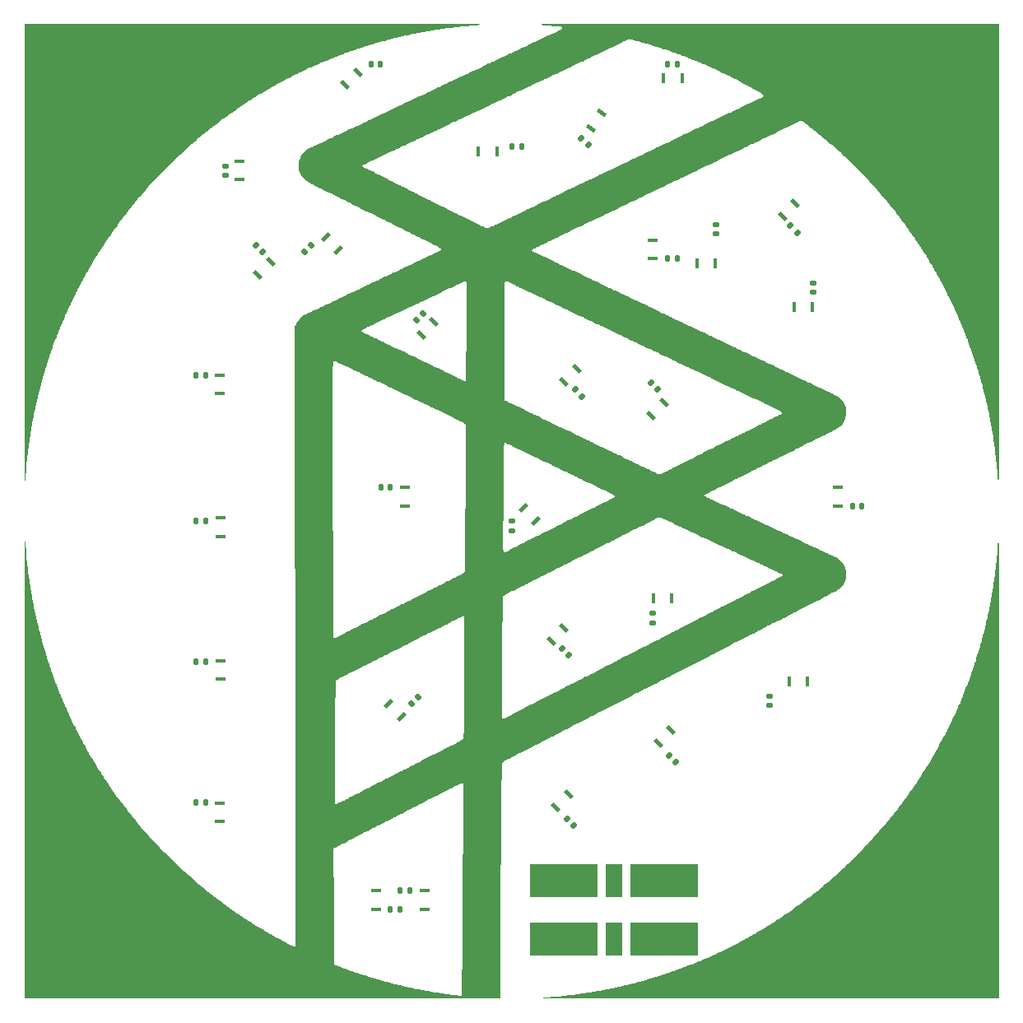
<source format=gbs>
G04 #@! TF.GenerationSoftware,KiCad,Pcbnew,7.0.9-unknown-1000.20231106gitacd7d5a.fc37*
G04 #@! TF.CreationDate,2023-11-18T18:08:37-08:00*
G04 #@! TF.ProjectId,strange-parts-sao,73747261-6e67-4652-9d70-617274732d73,rev?*
G04 #@! TF.SameCoordinates,Original*
G04 #@! TF.FileFunction,Soldermask,Bot*
G04 #@! TF.FilePolarity,Negative*
%FSLAX46Y46*%
G04 Gerber Fmt 4.6, Leading zero omitted, Abs format (unit mm)*
G04 Created by KiCad (PCBNEW 7.0.9-unknown-1000.20231106gitacd7d5a.fc37) date 2023-11-18 18:08:37*
%MOMM*%
%LPD*%
G01*
G04 APERTURE LIST*
G04 Aperture macros list*
%AMRoundRect*
0 Rectangle with rounded corners*
0 $1 Rounding radius*
0 $2 $3 $4 $5 $6 $7 $8 $9 X,Y pos of 4 corners*
0 Add a 4 corners polygon primitive as box body*
4,1,4,$2,$3,$4,$5,$6,$7,$8,$9,$2,$3,0*
0 Add four circle primitives for the rounded corners*
1,1,$1+$1,$2,$3*
1,1,$1+$1,$4,$5*
1,1,$1+$1,$6,$7*
1,1,$1+$1,$8,$9*
0 Add four rect primitives between the rounded corners*
20,1,$1+$1,$2,$3,$4,$5,0*
20,1,$1+$1,$4,$5,$6,$7,0*
20,1,$1+$1,$6,$7,$8,$9,0*
20,1,$1+$1,$8,$9,$2,$3,0*%
%AMRotRect*
0 Rectangle, with rotation*
0 The origin of the aperture is its center*
0 $1 length*
0 $2 width*
0 $3 Rotation angle, in degrees counterclockwise*
0 Add horizontal line*
21,1,$1,$2,0,0,$3*%
G04 Aperture macros list end*
%ADD10R,1.000000X0.400000*%
%ADD11RoundRect,0.147500X0.226274X0.017678X0.017678X0.226274X-0.226274X-0.017678X-0.017678X-0.226274X0*%
%ADD12RotRect,1.000000X0.400000X315.000000*%
%ADD13RotRect,1.000000X0.400000X145.000000*%
%ADD14RotRect,1.000000X0.400000X135.000000*%
%ADD15RoundRect,0.147500X0.147500X0.172500X-0.147500X0.172500X-0.147500X-0.172500X0.147500X-0.172500X0*%
%ADD16R,6.908800X3.454400*%
%ADD17R,1.727200X3.454400*%
%ADD18RoundRect,0.147500X-0.226274X-0.017678X-0.017678X-0.226274X0.226274X0.017678X0.017678X0.226274X0*%
%ADD19RoundRect,0.147500X-0.172500X0.147500X-0.172500X-0.147500X0.172500X-0.147500X0.172500X0.147500X0*%
%ADD20RoundRect,0.147500X-0.147500X-0.172500X0.147500X-0.172500X0.147500X0.172500X-0.147500X0.172500X0*%
%ADD21RoundRect,0.147500X0.172500X-0.147500X0.172500X0.147500X-0.172500X0.147500X-0.172500X-0.147500X0*%
%ADD22R,0.400000X1.000000*%
%ADD23RotRect,1.000000X0.400000X45.000000*%
%ADD24RoundRect,0.147500X-0.017678X0.226274X-0.226274X0.017678X0.017678X-0.226274X0.226274X-0.017678X0*%
%ADD25RoundRect,0.147500X0.017678X-0.226274X0.226274X-0.017678X-0.017678X0.226274X-0.226274X0.017678X0*%
%ADD26RotRect,1.000000X0.400000X225.000000*%
G04 APERTURE END LIST*
G04 #@! TO.C,G\u002A\u002A\u002A*
G36*
X150081460Y-103117734D02*
G01*
X150084014Y-103219288D01*
X150086468Y-103392526D01*
X150088822Y-103637205D01*
X150091075Y-103953081D01*
X150093227Y-104339910D01*
X150095278Y-104797449D01*
X150097227Y-105325454D01*
X150099074Y-105923681D01*
X150100818Y-106591887D01*
X150102460Y-107329827D01*
X150103998Y-108137259D01*
X150105433Y-109013939D01*
X150106764Y-109959623D01*
X150107990Y-110974067D01*
X150109112Y-112057028D01*
X150110128Y-113208262D01*
X150111040Y-114427525D01*
X150111845Y-115714574D01*
X150112544Y-117069165D01*
X150113137Y-118491054D01*
X150113622Y-119979998D01*
X150114001Y-121535753D01*
X150114271Y-123158076D01*
X150114434Y-124846722D01*
X150114488Y-126601449D01*
X150114488Y-150150568D01*
X126565369Y-150150568D01*
X124899503Y-150150519D01*
X123207444Y-150150362D01*
X121581696Y-150150097D01*
X120022502Y-150149724D01*
X118530107Y-150149244D01*
X117104755Y-150148657D01*
X115746688Y-150147963D01*
X114456150Y-150147163D01*
X113233386Y-150146258D01*
X112078639Y-150145247D01*
X110992152Y-150144130D01*
X109974169Y-150142909D01*
X109024934Y-150141584D01*
X108144691Y-150140155D01*
X107333682Y-150138622D01*
X106592152Y-150136985D01*
X105920345Y-150135246D01*
X105318504Y-150133405D01*
X104786873Y-150131461D01*
X104325695Y-150129415D01*
X103935214Y-150127268D01*
X103615674Y-150125020D01*
X103367318Y-150122672D01*
X103190390Y-150120223D01*
X103085134Y-150117674D01*
X103051793Y-150115025D01*
X103104200Y-150085846D01*
X103203205Y-150059625D01*
X103353886Y-150035748D01*
X103561362Y-150013555D01*
X103830756Y-149992389D01*
X104167187Y-149971589D01*
X104377112Y-149958230D01*
X104651712Y-149936909D01*
X104921691Y-149912243D01*
X105164556Y-149886316D01*
X105357812Y-149861214D01*
X105528993Y-149837182D01*
X105785537Y-149804907D01*
X106042890Y-149776021D01*
X106265055Y-149754748D01*
X106420329Y-149740002D01*
X106628999Y-149715611D01*
X106820669Y-149688592D01*
X106967833Y-149662552D01*
X107020563Y-149652089D01*
X107198266Y-149621980D01*
X107400842Y-149593063D01*
X107593971Y-149570388D01*
X107653705Y-149563897D01*
X107864471Y-149535807D01*
X108080117Y-149500775D01*
X108262216Y-149464870D01*
X108293802Y-149457941D01*
X108490346Y-149419886D01*
X108709053Y-149383875D01*
X108908184Y-149356887D01*
X108953776Y-149351309D01*
X109148461Y-149321791D01*
X109343505Y-149284854D01*
X109502771Y-149247167D01*
X109507079Y-149245976D01*
X109646624Y-149210927D01*
X109769298Y-149186054D01*
X109848991Y-149176673D01*
X109887964Y-149173318D01*
X109994661Y-149155573D01*
X110138861Y-149125990D01*
X110300710Y-149088445D01*
X110375033Y-149070412D01*
X110574775Y-149023367D01*
X110771646Y-148978665D01*
X110932102Y-148943980D01*
X110939866Y-148942372D01*
X111139852Y-148899666D01*
X111347872Y-148852454D01*
X111584466Y-148795950D01*
X111870170Y-148725368D01*
X111871466Y-148725044D01*
X112029052Y-148686677D01*
X112216432Y-148642453D01*
X112393324Y-148601881D01*
X112396252Y-148601221D01*
X112571749Y-148558015D01*
X112754828Y-148507267D01*
X112906319Y-148459825D01*
X113019551Y-148423841D01*
X113132824Y-148394093D01*
X113204653Y-148382671D01*
X113204958Y-148382670D01*
X113275675Y-148370958D01*
X113389337Y-148340559D01*
X113521487Y-148298007D01*
X113653794Y-148254904D01*
X113798382Y-148213598D01*
X113908665Y-148188207D01*
X114012393Y-148164935D01*
X114156482Y-148125407D01*
X114305540Y-148079022D01*
X114338313Y-148068176D01*
X114506807Y-148013529D01*
X114700188Y-147952107D01*
X114882812Y-147895258D01*
X114927279Y-147881515D01*
X115111655Y-147823130D01*
X115294514Y-147763406D01*
X115442045Y-147713341D01*
X115561027Y-147671940D01*
X115856598Y-147571878D01*
X116116900Y-147487842D01*
X116325994Y-147425031D01*
X116374599Y-147410545D01*
X116529266Y-147358296D01*
X116668750Y-147303902D01*
X116704088Y-147288983D01*
X116852811Y-147230481D01*
X116993466Y-147180263D01*
X117261529Y-147089815D01*
X117503880Y-147002922D01*
X117715057Y-146920782D01*
X117787359Y-146891423D01*
X117956295Y-146822876D01*
X118111932Y-146759782D01*
X118188811Y-146729632D01*
X118347844Y-146671387D01*
X118488679Y-146624295D01*
X118544107Y-146605787D01*
X118674726Y-146553602D01*
X118777316Y-146501923D01*
X118787782Y-146495666D01*
X118874220Y-146452325D01*
X118935714Y-146434510D01*
X118968754Y-146427603D01*
X119062042Y-146395584D01*
X119195111Y-146343126D01*
X119352851Y-146276481D01*
X119520153Y-146201905D01*
X119681910Y-146125650D01*
X119757222Y-146090389D01*
X119848128Y-146052296D01*
X119897869Y-146037500D01*
X119926938Y-146030230D01*
X120007812Y-145998587D01*
X120113829Y-145950366D01*
X120235455Y-145891993D01*
X120469704Y-145781224D01*
X120641508Y-145702760D01*
X120752047Y-145656070D01*
X120802502Y-145640625D01*
X120819817Y-145634886D01*
X120894647Y-145602112D01*
X121018855Y-145544215D01*
X121183007Y-145465680D01*
X121377667Y-145370991D01*
X121593400Y-145264636D01*
X121711113Y-145206313D01*
X121927470Y-145099512D01*
X122123312Y-145003334D01*
X122287620Y-144923166D01*
X122409374Y-144864394D01*
X122477557Y-144832407D01*
X122492768Y-144825564D01*
X122589644Y-144779203D01*
X122657954Y-144742235D01*
X122674183Y-144732650D01*
X122754363Y-144690119D01*
X122856392Y-144639996D01*
X122857952Y-144639256D01*
X122956760Y-144589994D01*
X123104376Y-144513418D01*
X123286789Y-144416986D01*
X123489988Y-144308155D01*
X123699962Y-144194381D01*
X123902699Y-144083123D01*
X123969404Y-144046541D01*
X124108637Y-143971528D01*
X124227415Y-143909060D01*
X124330774Y-143853105D01*
X124467512Y-143775365D01*
X124606250Y-143693608D01*
X124742484Y-143613298D01*
X124879516Y-143535333D01*
X124985085Y-143478137D01*
X125033257Y-143452291D01*
X125164896Y-143375732D01*
X125291761Y-143295617D01*
X125347618Y-143259639D01*
X125473616Y-143184888D01*
X125580398Y-143128973D01*
X125594497Y-143122177D01*
X125694082Y-143067393D01*
X125823761Y-142988905D01*
X125959233Y-142901318D01*
X125995528Y-142877197D01*
X126117814Y-142798695D01*
X126218457Y-142738077D01*
X126278555Y-142706854D01*
X126353281Y-142667642D01*
X126440913Y-142607798D01*
X126474093Y-142583448D01*
X126579233Y-142511279D01*
X126730830Y-142410899D01*
X126919080Y-142288701D01*
X127134183Y-142151074D01*
X127366335Y-142004411D01*
X127440779Y-141957150D01*
X127561763Y-141878533D01*
X127654971Y-141815857D01*
X127734191Y-141761860D01*
X127852840Y-141682541D01*
X127979687Y-141598886D01*
X128093031Y-141523573D01*
X128246187Y-141419299D01*
X128376562Y-141328017D01*
X128455112Y-141272051D01*
X128581154Y-141183157D01*
X128683238Y-141112169D01*
X128698978Y-141101313D01*
X128798611Y-141031437D01*
X128927572Y-140939798D01*
X129062074Y-140843281D01*
X129066046Y-140840415D01*
X129304808Y-140668728D01*
X129497884Y-140531240D01*
X129657386Y-140419324D01*
X129663060Y-140415343D01*
X129736186Y-140361877D01*
X129852349Y-140274919D01*
X129999129Y-140163919D01*
X130164106Y-140038330D01*
X130334860Y-139907601D01*
X130498972Y-139781184D01*
X130644022Y-139668530D01*
X130784360Y-139558725D01*
X130985747Y-139400601D01*
X131186847Y-139242148D01*
X131378236Y-139090834D01*
X131550493Y-138954126D01*
X131694194Y-138839491D01*
X131799917Y-138754396D01*
X131858238Y-138706308D01*
X131901972Y-138668749D01*
X131995290Y-138588696D01*
X132127547Y-138475285D01*
X132290389Y-138335681D01*
X132475462Y-138177044D01*
X132674410Y-138006540D01*
X132853116Y-137853151D01*
X133039945Y-137692248D01*
X133205309Y-137549266D01*
X133340859Y-137431443D01*
X133438246Y-137346018D01*
X133489120Y-137300229D01*
X133506030Y-137284214D01*
X133579849Y-137214490D01*
X133688631Y-137111883D01*
X133822656Y-136985547D01*
X133972207Y-136844635D01*
X134127563Y-136698300D01*
X134279008Y-136555697D01*
X134416821Y-136425978D01*
X134531285Y-136318296D01*
X134612680Y-136241806D01*
X134651288Y-136205660D01*
X134833057Y-136035362D01*
X135137840Y-135741709D01*
X135440816Y-135440927D01*
X135715038Y-135159517D01*
X135784627Y-135086635D01*
X135962878Y-134900209D01*
X136162415Y-134691791D01*
X136363567Y-134481921D01*
X136546665Y-134291140D01*
X136661087Y-134171722D01*
X136855203Y-133967197D01*
X137033729Y-133775831D01*
X137206952Y-133586183D01*
X137385156Y-133386808D01*
X137578626Y-133166266D01*
X137797649Y-132913114D01*
X138052509Y-132615909D01*
X138130779Y-132524373D01*
X138285278Y-132343736D01*
X138424317Y-132181232D01*
X138540039Y-132046042D01*
X138624589Y-131947344D01*
X138670109Y-131894318D01*
X138692971Y-131866936D01*
X138762411Y-131781259D01*
X138862410Y-131656310D01*
X138984184Y-131503193D01*
X139118947Y-131333010D01*
X139257914Y-131156866D01*
X139392299Y-130985862D01*
X139513317Y-130831104D01*
X139612181Y-130703693D01*
X139689499Y-130603788D01*
X139797373Y-130465008D01*
X139901864Y-130331100D01*
X139984998Y-130223571D01*
X140127925Y-130034962D01*
X140279276Y-129831819D01*
X140421389Y-129637907D01*
X140536606Y-129476989D01*
X140545754Y-129463977D01*
X140631691Y-129342441D01*
X140715767Y-129224432D01*
X140725082Y-129211417D01*
X140811565Y-129089882D01*
X140894892Y-128971875D01*
X140925017Y-128929100D01*
X141002241Y-128819879D01*
X141099118Y-128683199D01*
X141201580Y-128538921D01*
X141250715Y-128469443D01*
X141366051Y-128304137D01*
X141475953Y-128144020D01*
X141562041Y-128015767D01*
X141640290Y-127897622D01*
X141720701Y-127777650D01*
X141779777Y-127691051D01*
X141806548Y-127651766D01*
X141880479Y-127539101D01*
X141955583Y-127420455D01*
X141989023Y-127366781D01*
X142064272Y-127247888D01*
X142125560Y-127153316D01*
X142167789Y-127089039D01*
X142265417Y-126938201D01*
X142379908Y-126759392D01*
X142497663Y-126573975D01*
X142605085Y-126403315D01*
X142688575Y-126268774D01*
X142743823Y-126178911D01*
X142824910Y-126047920D01*
X142889814Y-125944059D01*
X142913925Y-125905212D01*
X142989289Y-125779340D01*
X143062280Y-125652557D01*
X143098867Y-125588524D01*
X143183363Y-125445572D01*
X143266515Y-125309801D01*
X143292225Y-125268714D01*
X143346151Y-125181310D01*
X143399235Y-125092773D01*
X143458643Y-124990708D01*
X143531538Y-124862719D01*
X143625085Y-124696408D01*
X143746449Y-124479381D01*
X143859498Y-124276328D01*
X144061806Y-123909000D01*
X144235639Y-123587214D01*
X144386836Y-123300101D01*
X144521235Y-123036790D01*
X144582452Y-122915629D01*
X144656969Y-122770443D01*
X144717727Y-122654620D01*
X144755561Y-122585796D01*
X144758564Y-122580666D01*
X144811141Y-122481058D01*
X144863233Y-122369318D01*
X144869591Y-122354709D01*
X144914999Y-122257503D01*
X144951827Y-122188921D01*
X144954547Y-122184378D01*
X144986682Y-122122960D01*
X145041259Y-122012655D01*
X145111372Y-121867578D01*
X145190115Y-121701847D01*
X145284237Y-121502043D01*
X145418190Y-121217167D01*
X145527882Y-120982932D01*
X145617477Y-120790255D01*
X145691141Y-120630056D01*
X145753037Y-120493251D01*
X145807330Y-120370759D01*
X145858184Y-120253498D01*
X145909765Y-120132387D01*
X145932542Y-120079037D01*
X146000620Y-119924435D01*
X146063741Y-119787307D01*
X146110660Y-119692284D01*
X146125795Y-119662835D01*
X146165830Y-119571582D01*
X146181954Y-119511886D01*
X146195876Y-119461154D01*
X146234845Y-119365746D01*
X146290057Y-119248438D01*
X146342830Y-119136643D01*
X146382816Y-119039665D01*
X146398160Y-118985069D01*
X146398465Y-118979890D01*
X146417987Y-118912651D01*
X146458561Y-118822711D01*
X146508014Y-118716483D01*
X146579847Y-118540403D01*
X146666048Y-118311907D01*
X146763200Y-118039773D01*
X146793866Y-117955380D01*
X146837846Y-117844814D01*
X146870792Y-117774062D01*
X146905826Y-117697709D01*
X146962567Y-117550048D01*
X147039662Y-117333372D01*
X147137148Y-117047585D01*
X147154819Y-116996521D01*
X147211880Y-116842983D01*
X147267822Y-116704830D01*
X147286334Y-116660060D01*
X147342190Y-116508828D01*
X147388952Y-116362074D01*
X147410129Y-116289192D01*
X147481669Y-116058638D01*
X147572446Y-115782969D01*
X147677261Y-115478125D01*
X147716524Y-115363502D01*
X147782582Y-115160984D01*
X147859786Y-114913651D01*
X147950704Y-114613222D01*
X148057907Y-114251421D01*
X148085826Y-114156858D01*
X148147203Y-113951002D01*
X148208051Y-113749152D01*
X148258556Y-113583949D01*
X148271141Y-113542596D01*
X148310110Y-113404951D01*
X148337216Y-113294134D01*
X148347210Y-113231035D01*
X148356063Y-113174183D01*
X148383725Y-113068470D01*
X148423745Y-112942399D01*
X148424528Y-112940117D01*
X148472130Y-112787685D01*
X148522837Y-112604390D01*
X148565801Y-112429404D01*
X148566614Y-112425792D01*
X148606878Y-112250285D01*
X148650108Y-112067081D01*
X148687084Y-111915270D01*
X148747895Y-111669661D01*
X148810394Y-111409222D01*
X148862164Y-111182110D01*
X148907900Y-110968182D01*
X148920299Y-110909499D01*
X148959982Y-110730194D01*
X149006562Y-110528111D01*
X149052366Y-110336790D01*
X149076270Y-110235418D01*
X149109467Y-110079086D01*
X149132216Y-109951290D01*
X149140593Y-109872663D01*
X149144001Y-109829390D01*
X149161627Y-109717053D01*
X149190900Y-109568316D01*
X149228011Y-109403629D01*
X149248088Y-109316547D01*
X149287753Y-109125426D01*
X149320236Y-108944436D01*
X149339972Y-108803409D01*
X149340294Y-108800325D01*
X149361823Y-108642880D01*
X149394419Y-108456280D01*
X149431157Y-108280256D01*
X149442667Y-108227801D01*
X149477788Y-108039207D01*
X149510317Y-107827745D01*
X149534435Y-107630051D01*
X149541779Y-107561647D01*
X149567308Y-107361004D01*
X149597220Y-107163652D01*
X149626472Y-107003913D01*
X149646350Y-106895264D01*
X149673463Y-106711333D01*
X149698772Y-106504121D01*
X149718668Y-106301135D01*
X149733854Y-106138122D01*
X149761263Y-105886071D01*
X149793098Y-105625996D01*
X149825134Y-105393892D01*
X149845294Y-105242239D01*
X149871224Y-105007146D01*
X149896294Y-104740625D01*
X149918417Y-104465167D01*
X149935510Y-104203267D01*
X149956280Y-103867256D01*
X149977446Y-103597772D01*
X149999636Y-103390213D01*
X150023511Y-103239457D01*
X150049728Y-103140384D01*
X150078945Y-103087873D01*
X150081460Y-103117734D01*
G37*
G36*
X74169384Y-49885521D02*
G01*
X75913021Y-49885617D01*
X77584885Y-49885814D01*
X79185244Y-49886114D01*
X80714366Y-49886517D01*
X82172520Y-49887022D01*
X83559973Y-49887632D01*
X84876994Y-49888346D01*
X86123850Y-49889164D01*
X87300810Y-49890087D01*
X88408143Y-49891115D01*
X89446116Y-49892249D01*
X90414997Y-49893490D01*
X91315054Y-49894836D01*
X92146556Y-49896290D01*
X92909771Y-49897852D01*
X93604967Y-49899521D01*
X94232412Y-49901298D01*
X94792374Y-49903184D01*
X95285121Y-49905180D01*
X95710922Y-49907284D01*
X96070045Y-49909499D01*
X96362757Y-49911824D01*
X96589327Y-49914260D01*
X96750023Y-49916807D01*
X96845113Y-49919466D01*
X96874866Y-49922237D01*
X96851063Y-49938201D01*
X96775970Y-49963483D01*
X96652541Y-49987553D01*
X96476015Y-50011004D01*
X96241632Y-50034429D01*
X95944633Y-50058422D01*
X95580256Y-50083576D01*
X95488575Y-50089715D01*
X95230808Y-50108869D01*
X94983965Y-50129760D01*
X94763327Y-50150953D01*
X94584175Y-50171016D01*
X94461790Y-50188514D01*
X94313604Y-50211195D01*
X94116700Y-50236151D01*
X93898929Y-50259986D01*
X93686079Y-50279669D01*
X93674736Y-50280610D01*
X93471111Y-50300171D01*
X93273118Y-50323587D01*
X93102883Y-50347999D01*
X92982528Y-50370551D01*
X92920100Y-50383841D01*
X92761293Y-50411847D01*
X92574152Y-50439665D01*
X92387216Y-50462871D01*
X92302631Y-50472930D01*
X92094978Y-50502617D01*
X91891184Y-50537487D01*
X91725274Y-50571935D01*
X91552462Y-50608163D01*
X91355399Y-50641312D01*
X91184081Y-50662560D01*
X91045472Y-50679637D01*
X90847706Y-50714153D01*
X90670041Y-50754907D01*
X90664073Y-50756511D01*
X90494150Y-50796092D01*
X90295830Y-50833838D01*
X90110808Y-50861780D01*
X90095363Y-50863743D01*
X89916507Y-50891963D01*
X89735664Y-50928564D01*
X89589764Y-50966149D01*
X89496852Y-50991984D01*
X89318761Y-51032322D01*
X89156810Y-51059490D01*
X89149168Y-51060463D01*
X89002005Y-51086001D01*
X88825310Y-51125662D01*
X88655645Y-51171291D01*
X88620261Y-51181657D01*
X88478420Y-51219755D01*
X88360009Y-51246464D01*
X88287692Y-51256534D01*
X88276767Y-51257079D01*
X88192260Y-51271783D01*
X88067137Y-51302478D01*
X87924235Y-51343688D01*
X87907557Y-51348810D01*
X87748306Y-51394254D01*
X87595597Y-51432629D01*
X87480398Y-51456092D01*
X87431488Y-51465077D01*
X87283301Y-51501954D01*
X87141203Y-51547943D01*
X87089452Y-51566109D01*
X86937227Y-51609888D01*
X86798447Y-51638685D01*
X86746492Y-51647732D01*
X86596016Y-51683583D01*
X86452131Y-51728404D01*
X86348370Y-51762752D01*
X86186248Y-51809621D01*
X86026768Y-51849786D01*
X85897535Y-51882735D01*
X85769325Y-51922290D01*
X85682765Y-51956804D01*
X85671932Y-51962143D01*
X85562530Y-52002282D01*
X85440657Y-52031178D01*
X85349337Y-52050972D01*
X85208206Y-52090183D01*
X85063068Y-52137472D01*
X84910558Y-52191409D01*
X84720575Y-52257887D01*
X84569803Y-52309297D01*
X84440880Y-52351400D01*
X84316440Y-52389957D01*
X84179119Y-52430729D01*
X83978583Y-52491455D01*
X83752052Y-52564659D01*
X83548239Y-52635266D01*
X83382783Y-52697830D01*
X83271319Y-52746904D01*
X83163261Y-52791184D01*
X83042613Y-52825735D01*
X83020481Y-52830826D01*
X82895980Y-52868683D01*
X82770765Y-52917642D01*
X82742667Y-52929905D01*
X82621234Y-52976907D01*
X82518208Y-53008917D01*
X82481822Y-53019358D01*
X82368868Y-53061358D01*
X82248863Y-53115347D01*
X82201154Y-53137779D01*
X82072284Y-53189530D01*
X81963314Y-53222594D01*
X81923115Y-53233271D01*
X81801726Y-53277661D01*
X81678324Y-53335278D01*
X81620588Y-53364489D01*
X81526943Y-53405292D01*
X81469689Y-53421307D01*
X81440523Y-53427659D01*
X81357751Y-53460345D01*
X81253211Y-53511506D01*
X81187670Y-53544504D01*
X81092219Y-53585634D01*
X81033626Y-53601705D01*
X81000307Y-53608786D01*
X80913673Y-53641525D01*
X80805682Y-53691904D01*
X80732762Y-53726926D01*
X80636875Y-53766644D01*
X80579448Y-53782102D01*
X80547265Y-53788664D01*
X80461096Y-53819684D01*
X80352751Y-53867585D01*
X80085748Y-53993989D01*
X79868759Y-54093361D01*
X79711095Y-54161315D01*
X79615057Y-54196826D01*
X79605287Y-54199839D01*
X79506929Y-54237723D01*
X79398579Y-54288223D01*
X79337061Y-54318987D01*
X79191335Y-54389195D01*
X78996007Y-54481197D01*
X78761088Y-54590292D01*
X78496591Y-54711778D01*
X78408861Y-54752486D01*
X78290803Y-54809052D01*
X78207954Y-54850878D01*
X78202214Y-54853937D01*
X78102761Y-54903532D01*
X77991477Y-54954958D01*
X77979866Y-54960113D01*
X77875205Y-55009131D01*
X77793040Y-55051430D01*
X77752503Y-55074142D01*
X77637140Y-55135115D01*
X77504403Y-55198286D01*
X77409740Y-55244231D01*
X77324006Y-55289896D01*
X77317004Y-55293883D01*
X77229970Y-55338815D01*
X77125568Y-55387717D01*
X77042881Y-55427607D01*
X76915303Y-55494475D01*
X76782812Y-55568136D01*
X76667801Y-55632397D01*
X76553819Y-55692538D01*
X76476136Y-55729525D01*
X76405700Y-55761354D01*
X76313778Y-55810088D01*
X76286159Y-55826475D01*
X76172868Y-55891191D01*
X76025706Y-55973011D01*
X75866847Y-56059684D01*
X75718466Y-56138962D01*
X75626850Y-56188437D01*
X75461094Y-56280805D01*
X75259599Y-56395209D01*
X75037313Y-56523000D01*
X74809182Y-56655528D01*
X74590156Y-56784142D01*
X74395181Y-56900191D01*
X74239204Y-56995027D01*
X74225512Y-57003283D01*
X74148061Y-57047601D01*
X74049763Y-57101788D01*
X74031933Y-57111665D01*
X73926693Y-57174052D01*
X73792140Y-57258059D01*
X73652888Y-57348391D01*
X73607476Y-57378427D01*
X73440041Y-57488582D01*
X73254964Y-57609682D01*
X73084659Y-57720500D01*
X73034370Y-57753119D01*
X72853605Y-57870616D01*
X72666845Y-57992308D01*
X72507386Y-58096506D01*
X72459602Y-58127598D01*
X72328615Y-58210890D01*
X72217602Y-58278859D01*
X72146591Y-58319145D01*
X72114832Y-58336666D01*
X72017231Y-58398865D01*
X71912074Y-58473860D01*
X71874739Y-58501939D01*
X71751607Y-58592746D01*
X71641477Y-58671803D01*
X71572321Y-58720559D01*
X71449902Y-58807334D01*
X71325298Y-58896065D01*
X71312114Y-58905474D01*
X71182192Y-58997876D01*
X71027747Y-59107311D01*
X70879407Y-59212074D01*
X70846606Y-59235200D01*
X70713086Y-59329539D01*
X70593373Y-59414406D01*
X70510075Y-59473781D01*
X70482685Y-59493244D01*
X70368986Y-59572004D01*
X70252415Y-59650523D01*
X70251866Y-59650886D01*
X70149500Y-59723307D01*
X70020129Y-59821141D01*
X69891619Y-59923318D01*
X69858792Y-59950211D01*
X69743101Y-60044696D01*
X69655930Y-60114751D01*
X69575686Y-60177265D01*
X69480773Y-60249125D01*
X69349598Y-60347220D01*
X69300670Y-60384182D01*
X69157924Y-60494790D01*
X68997360Y-60622036D01*
X68845312Y-60745138D01*
X68795084Y-60786093D01*
X68621638Y-60924696D01*
X68439288Y-61067113D01*
X68280096Y-61188211D01*
X68222950Y-61231298D01*
X68090289Y-61334798D01*
X67976455Y-61428086D01*
X67901261Y-61495111D01*
X67885640Y-61509956D01*
X67810031Y-61578050D01*
X67692557Y-61681100D01*
X67542888Y-61810714D01*
X67370697Y-61958500D01*
X67185653Y-62116066D01*
X67033558Y-62245174D01*
X66840234Y-62409967D01*
X66680778Y-62547298D01*
X66542316Y-62668612D01*
X66411972Y-62785354D01*
X66276873Y-62908969D01*
X66124143Y-63050901D01*
X65940909Y-63222596D01*
X65859638Y-63298975D01*
X65435234Y-63700688D01*
X65049064Y-64071925D01*
X64687117Y-64426690D01*
X64335384Y-64778989D01*
X63979854Y-65142827D01*
X63606517Y-65532209D01*
X63201363Y-65961140D01*
X63079184Y-66091469D01*
X62942764Y-66238013D01*
X62822493Y-66369060D01*
X62707913Y-66496376D01*
X62588572Y-66631729D01*
X62454013Y-66786888D01*
X62293781Y-66973620D01*
X62097422Y-67203693D01*
X62022855Y-67291029D01*
X61865780Y-67474016D01*
X61722232Y-67639969D01*
X61600492Y-67779383D01*
X61508838Y-67882752D01*
X61455551Y-67940571D01*
X61400765Y-67999906D01*
X61305874Y-68111321D01*
X61212105Y-68229207D01*
X61123995Y-68343859D01*
X61009063Y-68492025D01*
X60899900Y-68631562D01*
X60849886Y-68695139D01*
X60721674Y-68858194D01*
X60559595Y-69064394D01*
X60370733Y-69304723D01*
X60162175Y-69570166D01*
X59941007Y-69851706D01*
X59841642Y-69981181D01*
X59728221Y-70134307D01*
X59634331Y-70266313D01*
X59569305Y-70360300D01*
X59484639Y-70481287D01*
X59419401Y-70572989D01*
X59409577Y-70586589D01*
X59329410Y-70698533D01*
X59249258Y-70811648D01*
X59226296Y-70844098D01*
X59140047Y-70964142D01*
X59053737Y-71082244D01*
X59023869Y-71123079D01*
X58940859Y-71238536D01*
X58839990Y-71380558D01*
X58736805Y-71527316D01*
X58681410Y-71606457D01*
X58586295Y-71741895D01*
X58506261Y-71855319D01*
X58454403Y-71928140D01*
X58452225Y-71931162D01*
X58396668Y-72009354D01*
X58341704Y-72089693D01*
X58279652Y-72184038D01*
X58202829Y-72304254D01*
X58103555Y-72462202D01*
X57974146Y-72669744D01*
X57927478Y-72743817D01*
X57849113Y-72865003D01*
X57786384Y-72958381D01*
X57742619Y-73023311D01*
X57666869Y-73140251D01*
X57588494Y-73265057D01*
X57529300Y-73359746D01*
X57451292Y-73481316D01*
X57391008Y-73571733D01*
X57284535Y-73730567D01*
X57161903Y-73925890D01*
X57017873Y-74167046D01*
X57010137Y-74180222D01*
X56939240Y-74300599D01*
X56880810Y-74399163D01*
X56846836Y-74455682D01*
X56830317Y-74483187D01*
X56781077Y-74567597D01*
X56721153Y-74672159D01*
X56675107Y-74751864D01*
X56590427Y-74894939D01*
X56506832Y-75032955D01*
X56450638Y-75126406D01*
X56371633Y-75263544D01*
X56310724Y-75375710D01*
X56264078Y-75463718D01*
X56189326Y-75599611D01*
X56111740Y-75736506D01*
X56047685Y-75849160D01*
X55971022Y-75987604D01*
X55912442Y-76097301D01*
X55869478Y-76179434D01*
X55799672Y-76311216D01*
X55714772Y-76470438D01*
X55624672Y-76638494D01*
X55550161Y-76778545D01*
X55443580Y-76982781D01*
X55342695Y-77179989D01*
X55262003Y-77342046D01*
X55228325Y-77410954D01*
X55160705Y-77547652D01*
X55105417Y-77657281D01*
X55071972Y-77720881D01*
X55062166Y-77738805D01*
X55016067Y-77829532D01*
X54964603Y-77937358D01*
X54948698Y-77971230D01*
X54899458Y-78069958D01*
X54862475Y-78135796D01*
X54858082Y-78142764D01*
X54817797Y-78218034D01*
X54772012Y-78316193D01*
X54743802Y-78379907D01*
X54685800Y-78507931D01*
X54624393Y-78640909D01*
X54582885Y-78729818D01*
X54463619Y-78985712D01*
X54370480Y-79186355D01*
X54299899Y-79339450D01*
X54248308Y-79452699D01*
X54202947Y-79552794D01*
X54138812Y-79693734D01*
X54072832Y-79838281D01*
X54066173Y-79852891D01*
X54013512Y-79972209D01*
X53975995Y-80063806D01*
X53961368Y-80108877D01*
X53946807Y-80151514D01*
X53907817Y-80239911D01*
X53853129Y-80353769D01*
X53800931Y-80464450D01*
X53761216Y-80560284D01*
X53746023Y-80613437D01*
X53739614Y-80641778D01*
X53706922Y-80723271D01*
X53655824Y-80827186D01*
X53623238Y-80892373D01*
X53581765Y-80991199D01*
X53565490Y-81054593D01*
X53565037Y-81061777D01*
X53542209Y-81135509D01*
X53495556Y-81226829D01*
X53473335Y-81267151D01*
X53418585Y-81389869D01*
X53372280Y-81521379D01*
X53352792Y-81582150D01*
X53307279Y-81701053D01*
X53265358Y-81785743D01*
X53264720Y-81786754D01*
X53219685Y-81883191D01*
X53185986Y-81996307D01*
X53152057Y-82114963D01*
X53104139Y-82230824D01*
X53099660Y-82239639D01*
X53043926Y-82364611D01*
X52971341Y-82549012D01*
X52885270Y-82783981D01*
X52789078Y-83060654D01*
X52781357Y-83083270D01*
X52723164Y-83250110D01*
X52654923Y-83441330D01*
X52589833Y-83619887D01*
X52578598Y-83650557D01*
X52515619Y-83830958D01*
X52455532Y-84015073D01*
X52409987Y-84167428D01*
X52372302Y-84293629D01*
X52328192Y-84422165D01*
X52291497Y-84510184D01*
X52272101Y-84554430D01*
X52232462Y-84672382D01*
X52198984Y-84803295D01*
X52182826Y-84871209D01*
X52143232Y-85002520D01*
X52103006Y-85101849D01*
X52079753Y-85156253D01*
X52040814Y-85279491D01*
X52009452Y-85415014D01*
X51991373Y-85499729D01*
X51955821Y-85627828D01*
X51920456Y-85719364D01*
X51889247Y-85796520D01*
X51849877Y-85922151D01*
X51813706Y-86062848D01*
X51782644Y-86188308D01*
X51736194Y-86353204D01*
X51692324Y-86488210D01*
X51673573Y-86543556D01*
X51630834Y-86696439D01*
X51602605Y-86834527D01*
X51594022Y-86883815D01*
X51557708Y-87034120D01*
X51511863Y-87177283D01*
X51493468Y-87229487D01*
X51449408Y-87380189D01*
X51420012Y-87516477D01*
X51418393Y-87526415D01*
X51392895Y-87647286D01*
X51353353Y-87802241D01*
X51307609Y-87960314D01*
X51297866Y-87992294D01*
X51258510Y-88133230D01*
X51230881Y-88251335D01*
X51220454Y-88323772D01*
X51219823Y-88335859D01*
X51205235Y-88421439D01*
X51175280Y-88547616D01*
X51135211Y-88691724D01*
X51132236Y-88701781D01*
X51086747Y-88873009D01*
X51047753Y-89048898D01*
X51023410Y-89192889D01*
X51009390Y-89284935D01*
X50973118Y-89462827D01*
X50930431Y-89625844D01*
X50928214Y-89633203D01*
X50889890Y-89783362D01*
X50852570Y-89965277D01*
X50824039Y-90141230D01*
X50821298Y-90161173D01*
X50794244Y-90328835D01*
X50762391Y-90489286D01*
X50732066Y-90610264D01*
X50711310Y-90692782D01*
X50681723Y-90840857D01*
X50651329Y-91019701D01*
X50624196Y-91206804D01*
X50601586Y-91366784D01*
X50575494Y-91527569D01*
X50551429Y-91653367D01*
X50532625Y-91725841D01*
X50530794Y-91731060D01*
X50512603Y-91809434D01*
X50490150Y-91940515D01*
X50466113Y-92107329D01*
X50443170Y-92292901D01*
X50418667Y-92491233D01*
X50389904Y-92695260D01*
X50361114Y-92875414D01*
X50335893Y-93007731D01*
X50313824Y-93127508D01*
X50288161Y-93305497D01*
X50264074Y-93508315D01*
X50244758Y-93711282D01*
X50228813Y-93886434D01*
X50204383Y-94112968D01*
X50177687Y-94326636D01*
X50152204Y-94497869D01*
X50149794Y-94512554D01*
X50130059Y-94658475D01*
X50108277Y-94857082D01*
X50086080Y-95091302D01*
X50065101Y-95344063D01*
X50046973Y-95598296D01*
X50041014Y-95689655D01*
X50019826Y-96002569D01*
X50001234Y-96253304D01*
X49984433Y-96449729D01*
X49968619Y-96599714D01*
X49952987Y-96711126D01*
X49936734Y-96791836D01*
X49919054Y-96849712D01*
X49893914Y-96903872D01*
X49868364Y-96933239D01*
X49867664Y-96917225D01*
X49866627Y-96834301D01*
X49865606Y-96682374D01*
X49864601Y-96463334D01*
X49863616Y-96179075D01*
X49862650Y-95831488D01*
X49861705Y-95422464D01*
X49860784Y-94953895D01*
X49859887Y-94427673D01*
X49859017Y-93845690D01*
X49858174Y-93209837D01*
X49857360Y-92522006D01*
X49856577Y-91784089D01*
X49855826Y-90997977D01*
X49855109Y-90165562D01*
X49854427Y-89288737D01*
X49853782Y-88369392D01*
X49853175Y-87409419D01*
X49852608Y-86410711D01*
X49852082Y-85375158D01*
X49851599Y-84304653D01*
X49851160Y-83201087D01*
X49850768Y-82066351D01*
X49850422Y-80902339D01*
X49850126Y-79710941D01*
X49849880Y-78494049D01*
X49849686Y-77253554D01*
X49849546Y-75991349D01*
X49849460Y-74709326D01*
X49849432Y-73409375D01*
X49849432Y-49885512D01*
X73380511Y-49885512D01*
X74169384Y-49885521D01*
G37*
G36*
X150114488Y-73452671D02*
G01*
X150114488Y-73500081D01*
X150114447Y-75203104D01*
X150114324Y-76834823D01*
X150114120Y-78396071D01*
X150113833Y-79887681D01*
X150113461Y-81310485D01*
X150113004Y-82665316D01*
X150112459Y-83953006D01*
X150111825Y-85174389D01*
X150111102Y-86330296D01*
X150110287Y-87421561D01*
X150109379Y-88449016D01*
X150108377Y-89413494D01*
X150107279Y-90315827D01*
X150106085Y-91156849D01*
X150104792Y-91937391D01*
X150103400Y-92658287D01*
X150101907Y-93320368D01*
X150100311Y-93924469D01*
X150098611Y-94471420D01*
X150096806Y-94962056D01*
X150094895Y-95397208D01*
X150092876Y-95777710D01*
X150090748Y-96104394D01*
X150088508Y-96378092D01*
X150086157Y-96599638D01*
X150083692Y-96769863D01*
X150081113Y-96889601D01*
X150078417Y-96959684D01*
X150075604Y-96980945D01*
X150065417Y-96969188D01*
X150036537Y-96912908D01*
X150011805Y-96821737D01*
X149990185Y-96688221D01*
X149970642Y-96504910D01*
X149952141Y-96264350D01*
X149933647Y-95959091D01*
X149922043Y-95772763D01*
X149901141Y-95496678D01*
X149876603Y-95221430D01*
X149850592Y-94970774D01*
X149825269Y-94768466D01*
X149799386Y-94576342D01*
X149767406Y-94314947D01*
X149738481Y-94054591D01*
X149716676Y-93830398D01*
X149699421Y-93655227D01*
X149675813Y-93458681D01*
X149650874Y-93286292D01*
X149627785Y-93161974D01*
X149612845Y-93088618D01*
X149585867Y-92927356D01*
X149559174Y-92738256D01*
X149536815Y-92548621D01*
X149523515Y-92432256D01*
X149497585Y-92242545D01*
X149469523Y-92071617D01*
X149443443Y-91946033D01*
X149426433Y-91870651D01*
X149396478Y-91713051D01*
X149365655Y-91527002D01*
X149338475Y-91338607D01*
X149320519Y-91212454D01*
X149290435Y-91030106D01*
X149259632Y-90870911D01*
X149232547Y-90759140D01*
X149229496Y-90748605D01*
X149198185Y-90617659D01*
X149166447Y-90451763D01*
X149140714Y-90284179D01*
X149140084Y-90279401D01*
X149111184Y-90099062D01*
X149073110Y-89910368D01*
X149033927Y-89753409D01*
X149001251Y-89628976D01*
X148959164Y-89439288D01*
X148927515Y-89263757D01*
X148903187Y-89126441D01*
X148868563Y-88971963D01*
X148834278Y-88853159D01*
X148807191Y-88763852D01*
X148770745Y-88613333D01*
X148741465Y-88460060D01*
X148721150Y-88350096D01*
X148679315Y-88166698D01*
X148634193Y-88004749D01*
X148606206Y-87912959D01*
X148555999Y-87733890D01*
X148514774Y-87570597D01*
X148455878Y-87322882D01*
X148391895Y-87068295D01*
X148333414Y-86850573D01*
X148284839Y-86686648D01*
X148274256Y-86653159D01*
X148231338Y-86509975D01*
X148195267Y-86379972D01*
X148189842Y-86359264D01*
X148147913Y-86206021D01*
X148094710Y-86019472D01*
X148036320Y-85820192D01*
X147978833Y-85628754D01*
X147928339Y-85465734D01*
X147890928Y-85351705D01*
X147860015Y-85259006D01*
X147812315Y-85107091D01*
X147767062Y-84954830D01*
X147711524Y-84766441D01*
X147585857Y-84374393D01*
X147459847Y-84025067D01*
X147417709Y-83908051D01*
X147384976Y-83800303D01*
X147372443Y-83735039D01*
X147370279Y-83715467D01*
X147344520Y-83630700D01*
X147299009Y-83528296D01*
X147286198Y-83502207D01*
X147228751Y-83362508D01*
X147184550Y-83223012D01*
X147168488Y-83166327D01*
X147117944Y-83020153D01*
X147059899Y-82880256D01*
X147027787Y-82807060D01*
X146990567Y-82708265D01*
X146975921Y-82648110D01*
X146973471Y-82629832D01*
X146948645Y-82550556D01*
X146905782Y-82449673D01*
X146877610Y-82387474D01*
X146818992Y-82246494D01*
X146764997Y-82104546D01*
X146762264Y-82096910D01*
X146658774Y-81812177D01*
X146574933Y-81591300D01*
X146508831Y-81429403D01*
X146458561Y-81321607D01*
X146452660Y-81310088D01*
X146413707Y-81221041D01*
X146397163Y-81159249D01*
X146383022Y-81109106D01*
X146343973Y-81013934D01*
X146288924Y-80896799D01*
X146237227Y-80785751D01*
X146197159Y-80684891D01*
X146181818Y-80625211D01*
X146168806Y-80570620D01*
X146126550Y-80490275D01*
X146113558Y-80469983D01*
X146063759Y-80372525D01*
X146017189Y-80258051D01*
X145990584Y-80186983D01*
X145932788Y-80045154D01*
X145871225Y-79904994D01*
X145865474Y-79892489D01*
X145793729Y-79736289D01*
X145722394Y-79580521D01*
X145641390Y-79403140D01*
X145540633Y-79182102D01*
X145523659Y-79145098D01*
X145464319Y-79017627D01*
X145387845Y-78855087D01*
X145301069Y-78671816D01*
X145210825Y-78482154D01*
X145123945Y-78300439D01*
X145047262Y-78141013D01*
X144987608Y-78018212D01*
X144951816Y-77946378D01*
X144932402Y-77909246D01*
X144885113Y-77820100D01*
X144873662Y-77798075D01*
X144831229Y-77713722D01*
X144770769Y-77591698D01*
X144701367Y-77450284D01*
X144643976Y-77334623D01*
X144546981Y-77143549D01*
X144440829Y-76938176D01*
X144340018Y-76746733D01*
X144256429Y-76589459D01*
X144171585Y-76428958D01*
X144101114Y-76294765D01*
X144054849Y-76205540D01*
X144007760Y-76116827D01*
X143932498Y-75981237D01*
X143853988Y-75844744D01*
X143788519Y-75731256D01*
X143711509Y-75593265D01*
X143653225Y-75483949D01*
X143622548Y-75425206D01*
X143549652Y-75291203D01*
X143474973Y-75159233D01*
X143437223Y-75094026D01*
X143352628Y-74947111D01*
X143277915Y-74816477D01*
X143241180Y-74753449D01*
X143163638Y-74624267D01*
X143069197Y-74469843D01*
X142970738Y-74311364D01*
X142903403Y-74203249D01*
X142806346Y-74045272D01*
X142722161Y-73905878D01*
X142663724Y-73806250D01*
X142636253Y-73758692D01*
X142549980Y-73615255D01*
X142465681Y-73481534D01*
X142431819Y-73428686D01*
X142351986Y-73298709D01*
X142286964Y-73186326D01*
X142270203Y-73156841D01*
X142216625Y-73074688D01*
X142176988Y-73030540D01*
X142167154Y-73022350D01*
X142121125Y-72963405D01*
X142067013Y-72874754D01*
X142048463Y-72841356D01*
X142003918Y-72764730D01*
X141949631Y-72676879D01*
X141879324Y-72568187D01*
X141786720Y-72429043D01*
X141665544Y-72249833D01*
X141509517Y-72020945D01*
X141484880Y-71984871D01*
X141372292Y-71819679D01*
X141268659Y-71667122D01*
X141184588Y-71542834D01*
X141130682Y-71462449D01*
X141126110Y-71455563D01*
X140941012Y-71187579D01*
X140731248Y-70901847D01*
X140698843Y-70858573D01*
X140620442Y-70751296D01*
X140560751Y-70666310D01*
X140544170Y-70642096D01*
X140464643Y-70530428D01*
X140352676Y-70377451D01*
X140217215Y-70195222D01*
X140067205Y-69995799D01*
X139911591Y-69791240D01*
X139854888Y-69717066D01*
X139716958Y-69536227D01*
X139570365Y-69343602D01*
X139438592Y-69170029D01*
X139340710Y-69042733D01*
X139192031Y-68853489D01*
X139034688Y-68656750D01*
X138889785Y-68479085D01*
X138764956Y-68327530D01*
X138630367Y-68163122D01*
X138509577Y-68014616D01*
X138418744Y-67901813D01*
X138321222Y-67782710D01*
X138221947Y-67666831D01*
X138145049Y-67582529D01*
X138132325Y-67569189D01*
X138059792Y-67489432D01*
X137955930Y-67371811D01*
X137832676Y-67229935D01*
X137701971Y-67077415D01*
X137637204Y-67001652D01*
X137226679Y-66535287D01*
X136762078Y-66029418D01*
X136242672Y-65483287D01*
X135667729Y-64896136D01*
X135036519Y-64267206D01*
X134348313Y-63595739D01*
X134283697Y-63533450D01*
X134216489Y-63469335D01*
X134146890Y-63404018D01*
X134066349Y-63329664D01*
X133966318Y-63238438D01*
X133838246Y-63122506D01*
X133673582Y-62974033D01*
X133463778Y-62785185D01*
X133456627Y-62778753D01*
X133323105Y-62659463D01*
X133160545Y-62515361D01*
X132980802Y-62356839D01*
X132795730Y-62194289D01*
X132617182Y-62038103D01*
X132457012Y-61898673D01*
X132327074Y-61786391D01*
X132239222Y-61711649D01*
X132215114Y-61691672D01*
X132133237Y-61624460D01*
X132020669Y-61532507D01*
X131894318Y-61429640D01*
X131833552Y-61380199D01*
X131706764Y-61276727D01*
X131599284Y-61188619D01*
X131529483Y-61130917D01*
X131489755Y-61098037D01*
X131360678Y-60993407D01*
X131198768Y-60864167D01*
X131021319Y-60723945D01*
X130845627Y-60586373D01*
X130688987Y-60465081D01*
X130568694Y-60373700D01*
X130560970Y-60367925D01*
X130460484Y-60291627D01*
X130331859Y-60192574D01*
X130200944Y-60090660D01*
X130174974Y-60070511D01*
X130056278Y-59983019D01*
X129953928Y-59914356D01*
X129887685Y-59877942D01*
X129791544Y-59864730D01*
X129644856Y-59896425D01*
X129454920Y-59979858D01*
X129447049Y-59983886D01*
X129336362Y-60038779D01*
X129161742Y-60123244D01*
X128924594Y-60236611D01*
X128626320Y-60378209D01*
X128268324Y-60547365D01*
X128199035Y-60580229D01*
X128065491Y-60643910D01*
X127893427Y-60726182D01*
X127697562Y-60820009D01*
X127492613Y-60918350D01*
X127343150Y-60989996D01*
X127124718Y-61094284D01*
X126917553Y-61192748D01*
X126739565Y-61276882D01*
X126608665Y-61338180D01*
X126556310Y-61362619D01*
X126425128Y-61425175D01*
X126322076Y-61476163D01*
X126265909Y-61506382D01*
X126258857Y-61510684D01*
X126183595Y-61550257D01*
X126085511Y-61595853D01*
X126030045Y-61620396D01*
X125891479Y-61683440D01*
X125744170Y-61752224D01*
X125606747Y-61817896D01*
X125497841Y-61871601D01*
X125436079Y-61904487D01*
X125428984Y-61908673D01*
X125353726Y-61947467D01*
X125255682Y-61992728D01*
X125178413Y-62027351D01*
X125048625Y-62087115D01*
X124912926Y-62150905D01*
X124819067Y-62195465D01*
X124661073Y-62270291D01*
X124480072Y-62355874D01*
X124299574Y-62441090D01*
X124178302Y-62498423D01*
X123956839Y-62603578D01*
X123733507Y-62710077D01*
X123541903Y-62801921D01*
X123539891Y-62802889D01*
X123362771Y-62887933D01*
X123147792Y-62990872D01*
X122921908Y-63098813D01*
X122712074Y-63198864D01*
X122686110Y-63211227D01*
X122339680Y-63376425D01*
X122011147Y-63533610D01*
X121679832Y-63692713D01*
X121325055Y-63863662D01*
X120926136Y-64056386D01*
X120773414Y-64130118D01*
X120558346Y-64233581D01*
X120356248Y-64330413D01*
X120184437Y-64412324D01*
X120060227Y-64471022D01*
X119942576Y-64526359D01*
X119763052Y-64611245D01*
X119565268Y-64705120D01*
X119374716Y-64795903D01*
X119359866Y-64802992D01*
X119199152Y-64879417D01*
X119060278Y-64944947D01*
X118957652Y-64992815D01*
X118905682Y-65016250D01*
X118878021Y-65028558D01*
X118797443Y-65071009D01*
X118796732Y-65071434D01*
X118736716Y-65102889D01*
X118633431Y-65153209D01*
X118508807Y-65211706D01*
X118398374Y-65263101D01*
X118232079Y-65341306D01*
X118044636Y-65430061D01*
X117859375Y-65518354D01*
X117669112Y-65609353D01*
X117434288Y-65721627D01*
X117193042Y-65836940D01*
X116975426Y-65940925D01*
X116696041Y-66074416D01*
X116398585Y-66216608D01*
X116157174Y-66332103D01*
X115966739Y-66423332D01*
X115822214Y-66492726D01*
X115718531Y-66542715D01*
X115650623Y-66575730D01*
X115613423Y-66594202D01*
X115576899Y-66612839D01*
X115487145Y-66658639D01*
X115435436Y-66684248D01*
X115324030Y-66738283D01*
X115172722Y-66811057D01*
X114995452Y-66895913D01*
X114806160Y-66986192D01*
X114618784Y-67075237D01*
X114447264Y-67156390D01*
X114305540Y-67222994D01*
X114300330Y-67225429D01*
X114178041Y-67282754D01*
X114042416Y-67346658D01*
X113884829Y-67421236D01*
X113696655Y-67510583D01*
X113469269Y-67618796D01*
X113194045Y-67749968D01*
X112862358Y-67908196D01*
X112754198Y-67959936D01*
X112553084Y-68056519D01*
X112321853Y-68167893D01*
X112081278Y-68284051D01*
X111852131Y-68394981D01*
X111672971Y-68481644D01*
X111466446Y-68581058D01*
X111278977Y-68670808D01*
X111125838Y-68743582D01*
X111022301Y-68792074D01*
X110955230Y-68823298D01*
X110813891Y-68889960D01*
X110634889Y-68975030D01*
X110434388Y-69070818D01*
X110228551Y-69169637D01*
X109929591Y-69313522D01*
X109633903Y-69455765D01*
X109389206Y-69573378D01*
X109187946Y-69669976D01*
X109022571Y-69749176D01*
X108885531Y-69814594D01*
X108769272Y-69869845D01*
X108666243Y-69918546D01*
X108568892Y-69964312D01*
X108447911Y-70021265D01*
X108261625Y-70109403D01*
X108058567Y-70205839D01*
X107865341Y-70297956D01*
X107720180Y-70367301D01*
X107497382Y-70473671D01*
X107276702Y-70578967D01*
X107089631Y-70668161D01*
X106817874Y-70797660D01*
X106438938Y-70978247D01*
X106116732Y-71131834D01*
X105846105Y-71260894D01*
X105621908Y-71367901D01*
X105438989Y-71455326D01*
X105292200Y-71525642D01*
X105176390Y-71581323D01*
X105086408Y-71624841D01*
X105017105Y-71658669D01*
X104963331Y-71685279D01*
X104919935Y-71707145D01*
X104881768Y-71726739D01*
X104843679Y-71746534D01*
X104828445Y-71754196D01*
X104748982Y-71792241D01*
X104630306Y-71847706D01*
X104491903Y-71911456D01*
X104442689Y-71934053D01*
X104306796Y-71997327D01*
X104196193Y-72050050D01*
X104131108Y-72082628D01*
X104074594Y-72112921D01*
X104010906Y-72145591D01*
X103932131Y-72183977D01*
X103821458Y-72236249D01*
X103662074Y-72310577D01*
X103554078Y-72361259D01*
X103368982Y-72449246D01*
X103167196Y-72546134D01*
X102976562Y-72638599D01*
X102972063Y-72640795D01*
X102816195Y-72715250D01*
X102682687Y-72776122D01*
X102585603Y-72817189D01*
X102539006Y-72832227D01*
X102511505Y-72839814D01*
X102455050Y-72884244D01*
X102429595Y-72905579D01*
X102344983Y-72951557D01*
X102234155Y-72995383D01*
X102166012Y-73020453D01*
X102082351Y-73068407D01*
X102056534Y-73120431D01*
X102059653Y-73137401D01*
X102101247Y-73206578D01*
X102173158Y-73284076D01*
X102252186Y-73347210D01*
X102315134Y-73373296D01*
X102322999Y-73374937D01*
X102385469Y-73398978D01*
X102495743Y-73447251D01*
X102641010Y-73514034D01*
X102808459Y-73593607D01*
X102815116Y-73596818D01*
X103160013Y-73762728D01*
X103525267Y-73937670D01*
X103882484Y-74108070D01*
X104203267Y-74260356D01*
X104268186Y-74290782D01*
X104401336Y-74351811D01*
X104509943Y-74399978D01*
X104524563Y-74406326D01*
X104621763Y-74451478D01*
X104690341Y-74487885D01*
X104704444Y-74495908D01*
X104780239Y-74534316D01*
X104896064Y-74589889D01*
X105033096Y-74653532D01*
X105083822Y-74676798D01*
X105217399Y-74738731D01*
X105324247Y-74789203D01*
X105384872Y-74819041D01*
X105421783Y-74838634D01*
X105511150Y-74886073D01*
X105528265Y-74894795D01*
X105614415Y-74936250D01*
X105749863Y-74999702D01*
X105922606Y-75079587D01*
X106120639Y-75170345D01*
X106331960Y-75266413D01*
X106435038Y-75313936D01*
X106579049Y-75381462D01*
X106748660Y-75461682D01*
X106928721Y-75547364D01*
X107104080Y-75631279D01*
X107259584Y-75706196D01*
X107380084Y-75764886D01*
X107450426Y-75800119D01*
X107513568Y-75833074D01*
X107588414Y-75871115D01*
X107667310Y-75909317D01*
X107770808Y-75957570D01*
X107919460Y-76025761D01*
X107970234Y-76049045D01*
X108103791Y-76110869D01*
X108210621Y-76161127D01*
X108271236Y-76190682D01*
X108328216Y-76220310D01*
X108381623Y-76247620D01*
X108437904Y-76275463D01*
X108507509Y-76308772D01*
X108600886Y-76352483D01*
X108728482Y-76411528D01*
X108900745Y-76490844D01*
X109128125Y-76595363D01*
X109176355Y-76617609D01*
X109316544Y-76682791D01*
X109483924Y-76761130D01*
X109665273Y-76846379D01*
X109847368Y-76932294D01*
X110016986Y-77012630D01*
X110160904Y-77081140D01*
X110265899Y-77131581D01*
X110318750Y-77157706D01*
X110361180Y-77180283D01*
X110445028Y-77224992D01*
X110461135Y-77233281D01*
X110544255Y-77273631D01*
X110665893Y-77330868D01*
X110805824Y-77395437D01*
X110835578Y-77409052D01*
X110997417Y-77483547D01*
X111153901Y-77556193D01*
X111274858Y-77612996D01*
X111277163Y-77614090D01*
X111382073Y-77663767D01*
X111531996Y-77734604D01*
X111707264Y-77817316D01*
X111888210Y-77902615D01*
X111915840Y-77915637D01*
X112080332Y-77993410D01*
X112222878Y-78061197D01*
X112329020Y-78112103D01*
X112384304Y-78139232D01*
X112485391Y-78191083D01*
X112572198Y-78234153D01*
X112670848Y-78281094D01*
X112808238Y-78344959D01*
X112823602Y-78352078D01*
X112954183Y-78413025D01*
X113126124Y-78493788D01*
X113318851Y-78584687D01*
X113511790Y-78676040D01*
X113551553Y-78694906D01*
X113738010Y-78783296D01*
X113913913Y-78866571D01*
X114061053Y-78936116D01*
X114161221Y-78983316D01*
X114237122Y-79019056D01*
X114379516Y-79086335D01*
X114548072Y-79166145D01*
X114720454Y-79247920D01*
X114903366Y-79334769D01*
X115124901Y-79439939D01*
X115355881Y-79549578D01*
X115568324Y-79650404D01*
X115626892Y-79678235D01*
X115796409Y-79759204D01*
X115942688Y-79829670D01*
X116051726Y-79882863D01*
X116109517Y-79912013D01*
X116139558Y-79928155D01*
X116201489Y-79960319D01*
X116274054Y-79995862D01*
X116375589Y-80043645D01*
X116524432Y-80112529D01*
X116596242Y-80145822D01*
X116775803Y-80229851D01*
X116991764Y-80331623D01*
X117225212Y-80442173D01*
X117457232Y-80552534D01*
X117668911Y-80653738D01*
X117841335Y-80736821D01*
X117952256Y-80788101D01*
X118046847Y-80826930D01*
X118098046Y-80841775D01*
X118150143Y-80860581D01*
X118224325Y-80908674D01*
X118238411Y-80918924D01*
X118338849Y-80975044D01*
X118454687Y-81021920D01*
X118474863Y-81028725D01*
X118595436Y-81079485D01*
X118694774Y-81135406D01*
X118698333Y-81137888D01*
X118772226Y-81183646D01*
X118818817Y-81202557D01*
X118825388Y-81204108D01*
X118884335Y-81227866D01*
X118991527Y-81275850D01*
X119134382Y-81342339D01*
X119300321Y-81421608D01*
X119549187Y-81541616D01*
X119785142Y-81654612D01*
X119968633Y-81741400D01*
X120106240Y-81805088D01*
X120204545Y-81848787D01*
X120274137Y-81880821D01*
X120348863Y-81920124D01*
X120349609Y-81920570D01*
X120409654Y-81952115D01*
X120512919Y-82002597D01*
X120637500Y-82061300D01*
X120749679Y-82113297D01*
X121059563Y-82257619D01*
X121355080Y-82396464D01*
X121662607Y-82542264D01*
X122008523Y-82707451D01*
X122153057Y-82776640D01*
X122388833Y-82889390D01*
X122577259Y-82979252D01*
X122729992Y-83051730D01*
X122858692Y-83112324D01*
X122975019Y-83166537D01*
X123090631Y-83219871D01*
X123217187Y-83277828D01*
X123269001Y-83301643D01*
X123400413Y-83363327D01*
X123503669Y-83413599D01*
X123559943Y-83443365D01*
X123567001Y-83447599D01*
X123642262Y-83486749D01*
X123740341Y-83532117D01*
X123796502Y-83557476D01*
X123916086Y-83613297D01*
X124066330Y-83684699D01*
X124227415Y-83762316D01*
X124422844Y-83856565D01*
X124647627Y-83963609D01*
X124855013Y-84061000D01*
X125029222Y-84141334D01*
X125154470Y-84197208D01*
X125215467Y-84225343D01*
X125291761Y-84265470D01*
X125292510Y-84265916D01*
X125352557Y-84297375D01*
X125455821Y-84347793D01*
X125580398Y-84406470D01*
X125600927Y-84415980D01*
X125808066Y-84512268D01*
X126035075Y-84618296D01*
X126271295Y-84729037D01*
X126506067Y-84839461D01*
X126728733Y-84944539D01*
X126928634Y-85039241D01*
X127095110Y-85118540D01*
X127217504Y-85177406D01*
X127285156Y-85210810D01*
X127322141Y-85230039D01*
X127411435Y-85276982D01*
X127518191Y-85331372D01*
X127652288Y-85395947D01*
X127790378Y-85459669D01*
X127915277Y-85514785D01*
X128009801Y-85553540D01*
X128056768Y-85568182D01*
X128081272Y-85574223D01*
X128137199Y-85616462D01*
X128151677Y-85629668D01*
X128227337Y-85671899D01*
X128331034Y-85710734D01*
X128360778Y-85720296D01*
X128482996Y-85770309D01*
X128580569Y-85824812D01*
X128584372Y-85827499D01*
X128658492Y-85873779D01*
X128705811Y-85892898D01*
X128706390Y-85892928D01*
X128750959Y-85909180D01*
X128846003Y-85951069D01*
X128977941Y-86012424D01*
X129133196Y-86087076D01*
X129270496Y-86153695D01*
X129472052Y-86250453D01*
X129664384Y-86341748D01*
X129819744Y-86414355D01*
X129870790Y-86437961D01*
X130004235Y-86500303D01*
X130110961Y-86551044D01*
X130171520Y-86580973D01*
X130215905Y-86604438D01*
X130276048Y-86635602D01*
X130340329Y-86667691D01*
X130418998Y-86705547D01*
X130522303Y-86754016D01*
X130660494Y-86817940D01*
X130843819Y-86902165D01*
X131082528Y-87011533D01*
X131103498Y-87021139D01*
X131242333Y-87085136D01*
X131342618Y-87132596D01*
X131428595Y-87175207D01*
X131524503Y-87224659D01*
X131539736Y-87232321D01*
X131619200Y-87270366D01*
X131737876Y-87325831D01*
X131876278Y-87389581D01*
X131992048Y-87442645D01*
X132110956Y-87497804D01*
X132196774Y-87538989D01*
X132268545Y-87575405D01*
X132345312Y-87616254D01*
X132392874Y-87640709D01*
X132496250Y-87690846D01*
X132621911Y-87749719D01*
X132752375Y-87809367D01*
X132870159Y-87861829D01*
X132957781Y-87899145D01*
X132997758Y-87913352D01*
X132998870Y-87913424D01*
X133043186Y-87934200D01*
X133115453Y-87980778D01*
X133204759Y-88034086D01*
X133301420Y-88076047D01*
X133381575Y-88111302D01*
X133521995Y-88202226D01*
X133678139Y-88328108D01*
X133834422Y-88475023D01*
X133975262Y-88629047D01*
X134085072Y-88776254D01*
X134220241Y-89021998D01*
X134342900Y-89365069D01*
X134398010Y-89717258D01*
X134390330Y-89918596D01*
X134384529Y-90070669D01*
X134301417Y-90417404D01*
X134275339Y-90490952D01*
X134194845Y-90691049D01*
X134109118Y-90852196D01*
X134003717Y-90998758D01*
X133864201Y-91155102D01*
X133750284Y-91267778D01*
X133517921Y-91453817D01*
X133247301Y-91612556D01*
X133213981Y-91629691D01*
X133108414Y-91685652D01*
X133030824Y-91729084D01*
X133024223Y-91732938D01*
X132937114Y-91778138D01*
X132832386Y-91826348D01*
X132817824Y-91832683D01*
X132720592Y-91878232D01*
X132651988Y-91915386D01*
X132619823Y-91933533D01*
X132529919Y-91980190D01*
X132402883Y-92043878D01*
X132255113Y-92116299D01*
X132149421Y-92167782D01*
X132014633Y-92234189D01*
X131912114Y-92285601D01*
X131858238Y-92313868D01*
X131857099Y-92314503D01*
X131810859Y-92338133D01*
X131705549Y-92390976D01*
X131546288Y-92470488D01*
X131338193Y-92574126D01*
X131086383Y-92699346D01*
X130795974Y-92843605D01*
X130472084Y-93004359D01*
X130119832Y-93179064D01*
X129744335Y-93365176D01*
X129350710Y-93560153D01*
X129312621Y-93579015D01*
X128920486Y-93773298D01*
X128546967Y-93958525D01*
X128197182Y-94132149D01*
X127876249Y-94291621D01*
X127589287Y-94434393D01*
X127341415Y-94557916D01*
X127137749Y-94659643D01*
X126983410Y-94737025D01*
X126883515Y-94787514D01*
X126843182Y-94808562D01*
X126836244Y-94812705D01*
X126760972Y-94851525D01*
X126662784Y-94896380D01*
X126651690Y-94901190D01*
X126546770Y-94949749D01*
X126464346Y-94992491D01*
X126384687Y-95034884D01*
X126283949Y-95083424D01*
X126187054Y-95130278D01*
X126085511Y-95184386D01*
X126079975Y-95187538D01*
X125980470Y-95239440D01*
X125869034Y-95291855D01*
X125854116Y-95298504D01*
X125757079Y-95345052D01*
X125688636Y-95382955D01*
X125620399Y-95423072D01*
X125516861Y-95474042D01*
X125363920Y-95542124D01*
X125349307Y-95548536D01*
X125252103Y-95594702D01*
X125183523Y-95632699D01*
X125121620Y-95668942D01*
X125004647Y-95730113D01*
X124861661Y-95800248D01*
X124714488Y-95868380D01*
X124702675Y-95873700D01*
X124598116Y-95923430D01*
X124516051Y-95966408D01*
X124450943Y-96002269D01*
X124353693Y-96052486D01*
X124332364Y-96063007D01*
X124240267Y-96108429D01*
X124112290Y-96171539D01*
X123969303Y-96242046D01*
X123910806Y-96270940D01*
X123777040Y-96337383D01*
X123669920Y-96391097D01*
X123608508Y-96422543D01*
X123579609Y-96437447D01*
X123489500Y-96482710D01*
X123362786Y-96545609D01*
X123217187Y-96617324D01*
X123130422Y-96660061D01*
X122992347Y-96728740D01*
X122882945Y-96783989D01*
X122820312Y-96816715D01*
X122797383Y-96828877D01*
X122709616Y-96873046D01*
X122584627Y-96934308D01*
X122441477Y-97003276D01*
X122376142Y-97034673D01*
X122234379Y-97104006D01*
X122117061Y-97162960D01*
X122044602Y-97201345D01*
X122015450Y-97217142D01*
X121921441Y-97265656D01*
X121783784Y-97335186D01*
X121615911Y-97418968D01*
X121431250Y-97510238D01*
X121318223Y-97565946D01*
X121148131Y-97650220D01*
X121005836Y-97721260D01*
X120903673Y-97772897D01*
X120853977Y-97798962D01*
X120837048Y-97808045D01*
X120759952Y-97846954D01*
X120636818Y-97907726D01*
X120480478Y-97984049D01*
X120303764Y-98069611D01*
X120245213Y-98098138D01*
X120066661Y-98189360D01*
X119928498Y-98266802D01*
X119839308Y-98325436D01*
X119807670Y-98360234D01*
X119819089Y-98385596D01*
X119877443Y-98444466D01*
X119932666Y-98486180D01*
X119967509Y-98512500D01*
X120069141Y-98575076D01*
X120162192Y-98617571D01*
X120177132Y-98623046D01*
X120259964Y-98657757D01*
X120379889Y-98711180D01*
X120516276Y-98773766D01*
X120648494Y-98835968D01*
X120755911Y-98888238D01*
X120817898Y-98921027D01*
X120872818Y-98950927D01*
X120962216Y-98992975D01*
X121005099Y-99011787D01*
X121112502Y-99060145D01*
X121232812Y-99115353D01*
X121278140Y-99136351D01*
X121588947Y-99279803D01*
X121924494Y-99433908D01*
X122254759Y-99584902D01*
X122549716Y-99719022D01*
X122673777Y-99775565D01*
X122832772Y-99848751D01*
X122964631Y-99910179D01*
X122984145Y-99919345D01*
X123114439Y-99980019D01*
X123274332Y-100053888D01*
X123433665Y-100127006D01*
X123484407Y-100150257D01*
X123617977Y-100212041D01*
X123724819Y-100262272D01*
X123785440Y-100291818D01*
X123841693Y-100320576D01*
X123917806Y-100357660D01*
X124022067Y-100406508D01*
X124173295Y-100476059D01*
X124285069Y-100527524D01*
X124450175Y-100604109D01*
X124606250Y-100677019D01*
X124743438Y-100740987D01*
X124925981Y-100825309D01*
X125093324Y-100901886D01*
X125168171Y-100936202D01*
X125336810Y-101014695D01*
X125525830Y-101103766D01*
X125706676Y-101190001D01*
X125810955Y-101239867D01*
X125990457Y-101324833D01*
X126156740Y-101402589D01*
X126283949Y-101460996D01*
X126420933Y-101523741D01*
X126593753Y-101604416D01*
X126755674Y-101681318D01*
X126784604Y-101695135D01*
X126904461Y-101750474D01*
X126995091Y-101789319D01*
X127038741Y-101803977D01*
X127039889Y-101804028D01*
X127088111Y-101824655D01*
X127162328Y-101871403D01*
X127251834Y-101924107D01*
X127348295Y-101964042D01*
X127349848Y-101964484D01*
X127427161Y-101992797D01*
X127548232Y-102043617D01*
X127692729Y-102107904D01*
X127840318Y-102176619D01*
X127970667Y-102240723D01*
X128007212Y-102259411D01*
X128096946Y-102305300D01*
X128101792Y-102307746D01*
X128171285Y-102341039D01*
X128282113Y-102392635D01*
X128412642Y-102452451D01*
X128559572Y-102519644D01*
X128717820Y-102592648D01*
X128845596Y-102652225D01*
X128853637Y-102656007D01*
X128981525Y-102715823D01*
X129139970Y-102789498D01*
X129296591Y-102861972D01*
X129356639Y-102889728D01*
X129532268Y-102971267D01*
X129727446Y-103062251D01*
X129909943Y-103147671D01*
X129992692Y-103186445D01*
X130170793Y-103269570D01*
X130338822Y-103347615D01*
X130469176Y-103407744D01*
X130524060Y-103432920D01*
X130761876Y-103542370D01*
X131060474Y-103680258D01*
X131416264Y-103844926D01*
X131481424Y-103875089D01*
X131644437Y-103950442D01*
X131795099Y-104019965D01*
X131894869Y-104066476D01*
X132045281Y-104137379D01*
X132220415Y-104220476D01*
X132399432Y-104305907D01*
X132408761Y-104310369D01*
X132574283Y-104388109D01*
X132722692Y-104455336D01*
X132838081Y-104504993D01*
X132904545Y-104530022D01*
X132991739Y-104565514D01*
X133090513Y-104622915D01*
X133093686Y-104625137D01*
X133169045Y-104671264D01*
X133218637Y-104690341D01*
X133220105Y-104690387D01*
X133278886Y-104713477D01*
X133376362Y-104771164D01*
X133496600Y-104852237D01*
X133623666Y-104945486D01*
X133741624Y-105039700D01*
X133834543Y-105123668D01*
X133923544Y-105218934D01*
X134134037Y-105511848D01*
X134283709Y-105833060D01*
X134371599Y-106173342D01*
X134396747Y-106523467D01*
X134389156Y-106592522D01*
X134358192Y-106874208D01*
X134254973Y-107216336D01*
X134086131Y-107540625D01*
X133994985Y-107672117D01*
X133891439Y-107797267D01*
X133772367Y-107913938D01*
X133629303Y-108028280D01*
X133453779Y-108146443D01*
X133237328Y-108274576D01*
X132971484Y-108418829D01*
X132647781Y-108585352D01*
X132466109Y-108677485D01*
X132190677Y-108817952D01*
X131906003Y-108963883D01*
X131636665Y-109102668D01*
X131407244Y-109221701D01*
X131246809Y-109305003D01*
X131061445Y-109400349D01*
X130900332Y-109482259D01*
X130776677Y-109544024D01*
X130703693Y-109578938D01*
X130695949Y-109582407D01*
X130583710Y-109636248D01*
X130487216Y-109687722D01*
X130451875Y-109707208D01*
X130353929Y-109758925D01*
X130213274Y-109831849D01*
X130042907Y-109919256D01*
X129855824Y-110014420D01*
X129728620Y-110078966D01*
X129551403Y-110169282D01*
X129399641Y-110247084D01*
X129286321Y-110305705D01*
X129224432Y-110338479D01*
X129144948Y-110380818D01*
X129037409Y-110434760D01*
X129016122Y-110445027D01*
X128903748Y-110500488D01*
X128758411Y-110573507D01*
X128596359Y-110655774D01*
X128433840Y-110738980D01*
X128287103Y-110814814D01*
X128172396Y-110874967D01*
X128105966Y-110911129D01*
X128016066Y-110960162D01*
X127907528Y-111014503D01*
X127806533Y-111063021D01*
X127662738Y-111134508D01*
X127474574Y-111230249D01*
X127440118Y-111247914D01*
X127295044Y-111322403D01*
X127102695Y-111421280D01*
X126875835Y-111537975D01*
X126627227Y-111665918D01*
X126369635Y-111798540D01*
X126115824Y-111929271D01*
X125878556Y-112051541D01*
X125670596Y-112158780D01*
X125630006Y-112179712D01*
X125407359Y-112294306D01*
X125144755Y-112429181D01*
X124862235Y-112574057D01*
X124579841Y-112718658D01*
X124317613Y-112852702D01*
X124108362Y-112959566D01*
X123653846Y-113191799D01*
X123248615Y-113399017D01*
X122894816Y-113580117D01*
X122594596Y-113734000D01*
X122350102Y-113859565D01*
X122163481Y-113955710D01*
X122036879Y-114021335D01*
X121972443Y-114055339D01*
X121894636Y-114096626D01*
X121787463Y-114150953D01*
X121685865Y-114201045D01*
X121522938Y-114282512D01*
X121349766Y-114370106D01*
X121181316Y-114456169D01*
X121032556Y-114533042D01*
X120918454Y-114593067D01*
X120853977Y-114628585D01*
X120848367Y-114631902D01*
X120748881Y-114685381D01*
X120637500Y-114738838D01*
X120453609Y-114824644D01*
X120204545Y-114953206D01*
X120157579Y-114978196D01*
X120052440Y-115032863D01*
X119905712Y-115108469D01*
X119729790Y-115198629D01*
X119537074Y-115296959D01*
X119371319Y-115381490D01*
X119198570Y-115469919D01*
X119055729Y-115543397D01*
X118954274Y-115596020D01*
X118905682Y-115621880D01*
X118888580Y-115631393D01*
X118808555Y-115673761D01*
X118707244Y-115725630D01*
X118524573Y-115818014D01*
X118208519Y-115978939D01*
X117863670Y-116155580D01*
X117511109Y-116337098D01*
X117171920Y-116512656D01*
X116867187Y-116671419D01*
X116865207Y-116672455D01*
X116667742Y-116775195D01*
X116487102Y-116868122D01*
X116335037Y-116945276D01*
X116223299Y-117000692D01*
X116163636Y-117028409D01*
X116086046Y-117063524D01*
X115983238Y-117118532D01*
X115977828Y-117121742D01*
X115878291Y-117175148D01*
X115766761Y-117228218D01*
X115751737Y-117234905D01*
X115654759Y-117280926D01*
X115586363Y-117317779D01*
X115546659Y-117340187D01*
X115452349Y-117390514D01*
X115322088Y-117458516D01*
X115171449Y-117536005D01*
X115049154Y-117598653D01*
X114904447Y-117673254D01*
X114789045Y-117733277D01*
X114720454Y-117769653D01*
X114700064Y-117780676D01*
X114598733Y-117833748D01*
X114485937Y-117891067D01*
X114377123Y-117945746D01*
X114224171Y-118023162D01*
X114046254Y-118113592D01*
X113856131Y-118210514D01*
X113666564Y-118307406D01*
X113490310Y-118397744D01*
X113340131Y-118475008D01*
X113228785Y-118532674D01*
X113169034Y-118564219D01*
X113078998Y-118611410D01*
X112970596Y-118664738D01*
X112919082Y-118690025D01*
X112808783Y-118745648D01*
X112657832Y-118822612D01*
X112479007Y-118914397D01*
X112285085Y-119014486D01*
X112123413Y-119097945D01*
X111941128Y-119191521D01*
X111784543Y-119271338D01*
X111666433Y-119330889D01*
X111599574Y-119363668D01*
X111502217Y-119410844D01*
X111401136Y-119462965D01*
X111359819Y-119484787D01*
X111258177Y-119537557D01*
X111114507Y-119611636D01*
X110941464Y-119700501D01*
X110751704Y-119797632D01*
X110604631Y-119872953D01*
X110429700Y-119962987D01*
X110282554Y-120039219D01*
X110175367Y-120095339D01*
X110120312Y-120125033D01*
X110113270Y-120129026D01*
X110026244Y-120173876D01*
X109921875Y-120222813D01*
X109866256Y-120249222D01*
X109750830Y-120306666D01*
X109595564Y-120385509D01*
X109413662Y-120479038D01*
X109218324Y-120580541D01*
X109001811Y-120693149D01*
X108740287Y-120828365D01*
X108458066Y-120973653D01*
X108177130Y-121117699D01*
X107919460Y-121249185D01*
X107832281Y-121293576D01*
X107619815Y-121402110D01*
X107426601Y-121501279D01*
X107263917Y-121585270D01*
X107143041Y-121648268D01*
X107075251Y-121684457D01*
X107065393Y-121689899D01*
X106955474Y-121746830D01*
X106858774Y-121791616D01*
X106809633Y-121814532D01*
X106703218Y-121867399D01*
X106555859Y-121942355D01*
X106379890Y-122033119D01*
X106187642Y-122133411D01*
X106105095Y-122176625D01*
X105843824Y-122312581D01*
X105558565Y-122460060D01*
X105278571Y-122603967D01*
X105033096Y-122729206D01*
X104867724Y-122813377D01*
X104694842Y-122901937D01*
X104551881Y-122975788D01*
X104450337Y-123028987D01*
X104401704Y-123055592D01*
X104329666Y-123095829D01*
X104209151Y-123157526D01*
X104068786Y-123225856D01*
X103932670Y-123288835D01*
X103920917Y-123294131D01*
X103816328Y-123344132D01*
X103734233Y-123387672D01*
X103705354Y-123403960D01*
X103609498Y-123455611D01*
X103474566Y-123526772D01*
X103317198Y-123608824D01*
X103154034Y-123693147D01*
X103001714Y-123771124D01*
X102876877Y-123834135D01*
X102796165Y-123873561D01*
X102698855Y-123921043D01*
X102597727Y-123974021D01*
X102548868Y-124000186D01*
X102442172Y-124055812D01*
X102302278Y-124127820D01*
X102146733Y-124207141D01*
X102021781Y-124270999D01*
X101886672Y-124341131D01*
X101784815Y-124395248D01*
X101731818Y-124425149D01*
X101720336Y-124432208D01*
X101643005Y-124474487D01*
X101543699Y-124524120D01*
X101497380Y-124546677D01*
X101377223Y-124606468D01*
X101214192Y-124688500D01*
X101020208Y-124786689D01*
X100807192Y-124894951D01*
X100587067Y-125007204D01*
X100371755Y-125117362D01*
X100173176Y-125219344D01*
X100003252Y-125307066D01*
X99873906Y-125374444D01*
X99797058Y-125415396D01*
X99755034Y-125438111D01*
X99652903Y-125489942D01*
X99580581Y-125522097D01*
X99464833Y-125572640D01*
X99327149Y-125646589D01*
X99193852Y-125729121D01*
X99085416Y-125807511D01*
X99022318Y-125869034D01*
X99014383Y-125883094D01*
X99005459Y-125908239D01*
X98997402Y-125945733D01*
X98990112Y-125999564D01*
X98983491Y-126073719D01*
X98977442Y-126172184D01*
X98971865Y-126298948D01*
X98966664Y-126457996D01*
X98961738Y-126653317D01*
X98956990Y-126888897D01*
X98952323Y-127168724D01*
X98947636Y-127496785D01*
X98942833Y-127877066D01*
X98937815Y-128313555D01*
X98934317Y-128639376D01*
X98932483Y-128810240D01*
X98926739Y-129371106D01*
X98920486Y-130000142D01*
X98913442Y-130726466D01*
X98903790Y-131758271D01*
X98894498Y-132794142D01*
X98885591Y-133830067D01*
X98877093Y-134862035D01*
X98869028Y-135886035D01*
X98861419Y-136898053D01*
X98854290Y-137894080D01*
X98847665Y-138870103D01*
X98841568Y-139822111D01*
X98836023Y-140746092D01*
X98831054Y-141638034D01*
X98826683Y-142493926D01*
X98822936Y-143309757D01*
X98819836Y-144081514D01*
X98817407Y-144805187D01*
X98815673Y-145476763D01*
X98814657Y-146092231D01*
X98814383Y-146647579D01*
X98814876Y-147138796D01*
X98816159Y-147561870D01*
X98827415Y-150150586D01*
X74338423Y-150150577D01*
X49849432Y-150150568D01*
X49849432Y-126547330D01*
X49849432Y-126438847D01*
X49849491Y-124826301D01*
X49849652Y-123263904D01*
X49849915Y-121752501D01*
X49850278Y-120292940D01*
X49850740Y-118886067D01*
X49851300Y-117532728D01*
X49851957Y-116233771D01*
X49852709Y-114990041D01*
X49853555Y-113802385D01*
X49854494Y-112671650D01*
X49855524Y-111598683D01*
X49856646Y-110584329D01*
X49857856Y-109629436D01*
X49859155Y-108734850D01*
X49860540Y-107901418D01*
X49862011Y-107129986D01*
X49863566Y-106421400D01*
X49865204Y-105776509D01*
X49866925Y-105196157D01*
X49868726Y-104681191D01*
X49870606Y-104232459D01*
X49872565Y-103850806D01*
X49874601Y-103537079D01*
X49876712Y-103292126D01*
X49878898Y-103116791D01*
X49881158Y-103011923D01*
X49883490Y-102978367D01*
X49891232Y-102988418D01*
X49917299Y-103057727D01*
X49942779Y-103183277D01*
X49968063Y-103368248D01*
X49993539Y-103615823D01*
X50019596Y-103929182D01*
X50046624Y-104311506D01*
X50052653Y-104399933D01*
X50072272Y-104659743D01*
X50093757Y-104910105D01*
X50115623Y-105135370D01*
X50136383Y-105319888D01*
X50154552Y-105448012D01*
X50174027Y-105573438D01*
X50200414Y-105774268D01*
X50225448Y-105994764D01*
X50245614Y-106205682D01*
X50260660Y-106362383D01*
X50288253Y-106597950D01*
X50319971Y-106827276D01*
X50351524Y-107017472D01*
X50365156Y-107092250D01*
X50397764Y-107288386D01*
X50425673Y-107478727D01*
X50443992Y-107630824D01*
X50445473Y-107645455D01*
X50467435Y-107813283D01*
X50499397Y-108007879D01*
X50534983Y-108190057D01*
X50539827Y-108212806D01*
X50577272Y-108409285D01*
X50613261Y-108628367D01*
X50640607Y-108826737D01*
X50647810Y-108883340D01*
X50673958Y-109050717D01*
X50703689Y-109199970D01*
X50731868Y-109304237D01*
X50736317Y-109317483D01*
X50766926Y-109434171D01*
X50798061Y-109588210D01*
X50823617Y-109749943D01*
X50824000Y-109752809D01*
X50853253Y-109937069D01*
X50891525Y-110133734D01*
X50930638Y-110300710D01*
X50963802Y-110434297D01*
X51005668Y-110624719D01*
X51037569Y-110793758D01*
X51060273Y-110914057D01*
X51095855Y-111067037D01*
X51130840Y-111186316D01*
X51157710Y-111275541D01*
X51193322Y-111424573D01*
X51222016Y-111577218D01*
X51242275Y-111689677D01*
X51283768Y-111879385D01*
X51328579Y-112050568D01*
X51360851Y-112163194D01*
X51409951Y-112342842D01*
X51450923Y-112501563D01*
X51474591Y-112597150D01*
X51557175Y-112920525D01*
X51630806Y-113190685D01*
X51699251Y-113421591D01*
X51733828Y-113537348D01*
X51781328Y-113708090D01*
X51818490Y-113854546D01*
X51839073Y-113937854D01*
X51894535Y-114135463D01*
X51971206Y-114381163D01*
X52071961Y-114684375D01*
X52107501Y-114796576D01*
X52152665Y-114950890D01*
X52195576Y-115107505D01*
X52196606Y-115111416D01*
X52238057Y-115255316D01*
X52281052Y-115383826D01*
X52316444Y-115469547D01*
X52321715Y-115480176D01*
X52363858Y-115590968D01*
X52395565Y-115713413D01*
X52408591Y-115768659D01*
X52451926Y-115903241D01*
X52506544Y-116036882D01*
X52538077Y-116109744D01*
X52576274Y-116217387D01*
X52591477Y-116289915D01*
X52597763Y-116329730D01*
X52628398Y-116427739D01*
X52675808Y-116542472D01*
X52701753Y-116601865D01*
X52759976Y-116756188D01*
X52803097Y-116897597D01*
X52818012Y-116952064D01*
X52857728Y-117068464D01*
X52895975Y-117150154D01*
X52897133Y-117152009D01*
X52938929Y-117243795D01*
X52971116Y-117354262D01*
X53005045Y-117472918D01*
X53052963Y-117588779D01*
X53054197Y-117591178D01*
X53106552Y-117706487D01*
X53176452Y-117880438D01*
X53260045Y-118103086D01*
X53353478Y-118364489D01*
X53383688Y-118447117D01*
X53432231Y-118568125D01*
X53471569Y-118653125D01*
X53479167Y-118667827D01*
X53524238Y-118770727D01*
X53566688Y-118887463D01*
X53579979Y-118925807D01*
X53634931Y-119060192D01*
X53697619Y-119190493D01*
X53724697Y-119244533D01*
X53765884Y-119343126D01*
X53782102Y-119408141D01*
X53795032Y-119464264D01*
X53837370Y-119545805D01*
X53850711Y-119566729D01*
X53900220Y-119664484D01*
X53946344Y-119779330D01*
X53954668Y-119802743D01*
X54010435Y-119945135D01*
X54069130Y-120078267D01*
X54106835Y-120158565D01*
X54170567Y-120297724D01*
X54233905Y-120439063D01*
X54277729Y-120537173D01*
X54357439Y-120712510D01*
X54431363Y-120872017D01*
X54493164Y-121004345D01*
X54573683Y-121178240D01*
X54648457Y-121341051D01*
X54677458Y-121403673D01*
X54744854Y-121545761D01*
X54827041Y-121716138D01*
X54917443Y-121901469D01*
X55009484Y-122088422D01*
X55096585Y-122263664D01*
X55172170Y-122413863D01*
X55229662Y-122525684D01*
X55262484Y-122585796D01*
X55266729Y-122592955D01*
X55305761Y-122668207D01*
X55351327Y-122766193D01*
X55354625Y-122773625D01*
X55408594Y-122886005D01*
X55461013Y-122982671D01*
X55503483Y-123060234D01*
X55551461Y-123163068D01*
X55584237Y-123233046D01*
X55642752Y-123345142D01*
X55711997Y-123469744D01*
X55775527Y-123582166D01*
X55851801Y-123720736D01*
X55910100Y-123830540D01*
X55956586Y-123918422D01*
X56031165Y-124054369D01*
X56108537Y-124191335D01*
X56172388Y-124303746D01*
X56249398Y-124442322D01*
X56308628Y-124552131D01*
X56339908Y-124610709D01*
X56413827Y-124744782D01*
X56488947Y-124876847D01*
X56526697Y-124942054D01*
X56611292Y-125088969D01*
X56686005Y-125219602D01*
X56722730Y-125282618D01*
X56800261Y-125411801D01*
X56894687Y-125566230D01*
X56993126Y-125724716D01*
X57061904Y-125835381D01*
X57155176Y-125988151D01*
X57233780Y-126119901D01*
X57285705Y-126210683D01*
X57302129Y-126240450D01*
X57368269Y-126353973D01*
X57426106Y-126445200D01*
X57458442Y-126493705D01*
X57526816Y-126599813D01*
X57600333Y-126716904D01*
X57646637Y-126790760D01*
X57724795Y-126912064D01*
X57787479Y-127005540D01*
X57831244Y-127070470D01*
X57906994Y-127187410D01*
X57985369Y-127312216D01*
X58044601Y-127406852D01*
X58122895Y-127528451D01*
X58183595Y-127618892D01*
X58185142Y-127621102D01*
X58244360Y-127707631D01*
X58325344Y-127828252D01*
X58411041Y-127957571D01*
X58415265Y-127963987D01*
X58500190Y-128091374D01*
X58578882Y-128206803D01*
X58634801Y-128285998D01*
X58662101Y-128323683D01*
X58736503Y-128429278D01*
X58814418Y-128542632D01*
X58873387Y-128628134D01*
X58970871Y-128766034D01*
X59066975Y-128898918D01*
X59140249Y-129000679D01*
X59223906Y-129121172D01*
X59284233Y-129212898D01*
X59311353Y-129254230D01*
X59384150Y-129358145D01*
X59479484Y-129489194D01*
X59583829Y-129628611D01*
X59607212Y-129659390D01*
X59723197Y-129812092D01*
X59863327Y-129996610D01*
X60012012Y-130192415D01*
X60153662Y-130378977D01*
X60257860Y-130515664D01*
X60465426Y-130785068D01*
X60679601Y-131059724D01*
X60894092Y-131331803D01*
X61102608Y-131593472D01*
X61298854Y-131836900D01*
X61476538Y-132054258D01*
X61629366Y-132237713D01*
X61751046Y-132379434D01*
X61835285Y-132471591D01*
X61842439Y-132478971D01*
X61918006Y-132560911D01*
X62024877Y-132681171D01*
X62149863Y-132824765D01*
X62279775Y-132976705D01*
X62313426Y-133016230D01*
X62475354Y-133202656D01*
X62669662Y-133421797D01*
X62882309Y-133658124D01*
X63099254Y-133896112D01*
X63306456Y-134120232D01*
X63489876Y-134314957D01*
X63493606Y-134318849D01*
X63547728Y-134374501D01*
X63644120Y-134472946D01*
X63775383Y-134606653D01*
X63934120Y-134768093D01*
X64112932Y-134949735D01*
X64304422Y-135144050D01*
X64832885Y-135674843D01*
X65338215Y-136170680D01*
X65824171Y-136634194D01*
X66303796Y-137077435D01*
X66790129Y-137512450D01*
X67296212Y-137951288D01*
X67835085Y-138405997D01*
X67969797Y-138518463D01*
X68143233Y-138663616D01*
X68300904Y-138795955D01*
X68429574Y-138904366D01*
X68516009Y-138977738D01*
X68600886Y-139048280D01*
X68711338Y-139134790D01*
X68795626Y-139194949D01*
X68805316Y-139201291D01*
X68872097Y-139252779D01*
X68899432Y-139288377D01*
X68918758Y-139314440D01*
X68980783Y-139352188D01*
X68995663Y-139359904D01*
X69074144Y-139410496D01*
X69183614Y-139489506D01*
X69305200Y-139583477D01*
X69328614Y-139602148D01*
X69464443Y-139709267D01*
X69594867Y-139810430D01*
X69694526Y-139885938D01*
X69786878Y-139955538D01*
X69917641Y-140056208D01*
X70046601Y-140157266D01*
X70161675Y-140246972D01*
X70268586Y-140327747D01*
X70342613Y-140380863D01*
X70391333Y-140414369D01*
X70494912Y-140486915D01*
X70633961Y-140585044D01*
X70795614Y-140699616D01*
X70967003Y-140821494D01*
X71135260Y-140941538D01*
X71287518Y-141050610D01*
X71410909Y-141139572D01*
X71450422Y-141168096D01*
X71501880Y-141204637D01*
X71561230Y-141245767D01*
X71638907Y-141298565D01*
X71745345Y-141370111D01*
X71890979Y-141467485D01*
X72086245Y-141597766D01*
X72161045Y-141647648D01*
X72309086Y-141746274D01*
X72422980Y-141821817D01*
X72521085Y-141886304D01*
X72621762Y-141951764D01*
X72743367Y-142030226D01*
X72904261Y-142133717D01*
X72984906Y-142185696D01*
X73120767Y-142273821D01*
X73232686Y-142347094D01*
X73302243Y-142393493D01*
X73322956Y-142407302D01*
X73424503Y-142470034D01*
X73536760Y-142534236D01*
X73583413Y-142560388D01*
X73714997Y-142638332D01*
X73842329Y-142718238D01*
X73889851Y-142748766D01*
X74033304Y-142837587D01*
X74167045Y-142916619D01*
X74214975Y-142944426D01*
X74358248Y-143031086D01*
X74491761Y-143115845D01*
X74543850Y-143149151D01*
X74678510Y-143229679D01*
X74798437Y-143295019D01*
X74858738Y-143326404D01*
X74992080Y-143399928D01*
X75123153Y-143476255D01*
X75188283Y-143514632D01*
X75342136Y-143601003D01*
X75483949Y-143675980D01*
X75583723Y-143728295D01*
X75736010Y-143812392D01*
X75880824Y-143896231D01*
X75997884Y-143963287D01*
X76177921Y-144061913D01*
X76409686Y-144185828D01*
X76686567Y-144331528D01*
X77001953Y-144495512D01*
X77349231Y-144674275D01*
X77430675Y-144711303D01*
X77554708Y-144752072D01*
X77648721Y-144764474D01*
X77756960Y-144756676D01*
X77756960Y-140048296D01*
X77756958Y-140005939D01*
X77756853Y-139683665D01*
X77756589Y-139292150D01*
X77756171Y-138833928D01*
X77755604Y-138311535D01*
X77754891Y-137727507D01*
X77754039Y-137084378D01*
X77753050Y-136384685D01*
X77751930Y-135630962D01*
X77750683Y-134825746D01*
X77750561Y-134749640D01*
X81669801Y-134749640D01*
X81679716Y-140650087D01*
X81689631Y-146550534D01*
X81809844Y-146650887D01*
X81879849Y-146698112D01*
X82011396Y-146762949D01*
X82152600Y-146813190D01*
X82258995Y-146845267D01*
X82382121Y-146888364D01*
X82465341Y-146924557D01*
X82514832Y-146948669D01*
X82626980Y-146995779D01*
X82753977Y-147043189D01*
X82894354Y-147092237D01*
X83076206Y-147156306D01*
X83214209Y-147205957D01*
X83323466Y-147246758D01*
X83419082Y-147284274D01*
X83516159Y-147324073D01*
X83610270Y-147360818D01*
X83714002Y-147395235D01*
X83777021Y-147408523D01*
X83833654Y-147419605D01*
X83936832Y-147451275D01*
X84061146Y-147496317D01*
X84151098Y-147530842D01*
X84277784Y-147577613D01*
X84413621Y-147625008D01*
X84578540Y-147679919D01*
X84792471Y-147749238D01*
X84904188Y-147784707D01*
X85126739Y-147853461D01*
X85359077Y-147923305D01*
X85575068Y-147986429D01*
X85748579Y-148035020D01*
X85816997Y-148053950D01*
X85980859Y-148101781D01*
X86127415Y-148147347D01*
X86168391Y-148160612D01*
X86568388Y-148282322D01*
X87036751Y-148412280D01*
X87570596Y-148549680D01*
X87590928Y-148554779D01*
X87740959Y-148593646D01*
X87920043Y-148641518D01*
X88093750Y-148689211D01*
X88131258Y-148699504D01*
X88298501Y-148741832D01*
X88456296Y-148776875D01*
X88574812Y-148797892D01*
X88615960Y-148804086D01*
X88763505Y-148834623D01*
X88893244Y-148871771D01*
X88917723Y-148879794D01*
X89036922Y-148911719D01*
X89192237Y-148946522D01*
X89356534Y-148977983D01*
X89404476Y-148986578D01*
X89569286Y-149019784D01*
X89717301Y-149054579D01*
X89821254Y-149084700D01*
X89854092Y-149094869D01*
X89977474Y-149123253D01*
X90136498Y-149151148D01*
X90305088Y-149173755D01*
X90369353Y-149181534D01*
X90538759Y-149207170D01*
X90689374Y-149236582D01*
X90794642Y-149264829D01*
X90853079Y-149282108D01*
X90987448Y-149312918D01*
X91155103Y-149344706D01*
X91332790Y-149372806D01*
X91451445Y-149390426D01*
X91618483Y-149418052D01*
X91757220Y-149444230D01*
X91846023Y-149465069D01*
X91848613Y-149465825D01*
X91935859Y-149484788D01*
X92075282Y-149508322D01*
X92248214Y-149533502D01*
X92435987Y-149557409D01*
X92625691Y-149581605D01*
X92823750Y-149610279D01*
X92996815Y-149638655D01*
X93121498Y-149663126D01*
X93240930Y-149685430D01*
X93412857Y-149710273D01*
X93611077Y-149733932D01*
X93812358Y-149753371D01*
X94007638Y-149770943D01*
X94204782Y-149790923D01*
X94375837Y-149810429D01*
X94497869Y-149826997D01*
X94626264Y-149846749D01*
X94724155Y-149857575D01*
X94781082Y-149853744D01*
X94813329Y-149833779D01*
X94837185Y-149796200D01*
X94837719Y-149794740D01*
X94842498Y-149742081D01*
X94847406Y-149619095D01*
X94852426Y-149427428D01*
X94857538Y-149168725D01*
X94862726Y-148844633D01*
X94867970Y-148456797D01*
X94873252Y-148006862D01*
X94878554Y-147496474D01*
X94883857Y-146927278D01*
X94889144Y-146300921D01*
X94894397Y-145619047D01*
X94899596Y-144883302D01*
X94904723Y-144095332D01*
X94909762Y-143256783D01*
X94911364Y-142982229D01*
X94916030Y-142209330D01*
X94921075Y-141409281D01*
X94926441Y-140589720D01*
X94932071Y-139758287D01*
X94937908Y-138922621D01*
X94943896Y-138090360D01*
X94949976Y-137269145D01*
X94956092Y-136466615D01*
X94962186Y-135690407D01*
X94968203Y-134948162D01*
X94974083Y-134247519D01*
X94979772Y-133596117D01*
X94985211Y-133001594D01*
X94990343Y-132471591D01*
X94993966Y-132099870D01*
X94998880Y-131558408D01*
X95003167Y-131038940D01*
X95006809Y-130546027D01*
X95009787Y-130084228D01*
X95012086Y-129658104D01*
X95013685Y-129272213D01*
X95014569Y-128931118D01*
X95014718Y-128639376D01*
X95014115Y-128401549D01*
X95012742Y-128222197D01*
X95010582Y-128105879D01*
X95007616Y-128057155D01*
X95006491Y-128052717D01*
X94982487Y-127987970D01*
X94939964Y-127967541D01*
X94853257Y-127978322D01*
X94826146Y-127985552D01*
X94725864Y-128023636D01*
X94583584Y-128086396D01*
X94414175Y-128167110D01*
X94232503Y-128259053D01*
X94164376Y-128294518D01*
X93933795Y-128414053D01*
X93675085Y-128547600D01*
X93415168Y-128681277D01*
X93180966Y-128801205D01*
X93036011Y-128875310D01*
X92857750Y-128966723D01*
X92705810Y-129044952D01*
X92592852Y-129103476D01*
X92531534Y-129135774D01*
X92517586Y-129143269D01*
X92417168Y-129194846D01*
X92305207Y-129249729D01*
X92272882Y-129265442D01*
X92170931Y-129316239D01*
X92029167Y-129387759D01*
X91860617Y-129473338D01*
X91678304Y-129566314D01*
X91495255Y-129660027D01*
X91324494Y-129747815D01*
X91179047Y-129823014D01*
X91071938Y-129878964D01*
X91016193Y-129909004D01*
X90999635Y-129918194D01*
X90919512Y-129959693D01*
X90817756Y-130009941D01*
X90754118Y-130040695D01*
X90592986Y-130119121D01*
X90478230Y-130176201D01*
X90395559Y-130219128D01*
X90330682Y-130255096D01*
X90295345Y-130274396D01*
X90197400Y-130325851D01*
X90056744Y-130398543D01*
X89886375Y-130485767D01*
X89699290Y-130580818D01*
X89613946Y-130624118D01*
X89365876Y-130750789D01*
X89092577Y-130891251D01*
X88821683Y-131031279D01*
X88580824Y-131156646D01*
X88420145Y-131240319D01*
X88234859Y-131335907D01*
X88073820Y-131418023D01*
X87950225Y-131479945D01*
X87877273Y-131514952D01*
X87862161Y-131521783D01*
X87765231Y-131568976D01*
X87696875Y-131607455D01*
X87695388Y-131608442D01*
X87650661Y-131634802D01*
X87578408Y-131671516D01*
X87465797Y-131724843D01*
X87300000Y-131801043D01*
X87248789Y-131826639D01*
X87148203Y-131878668D01*
X87012994Y-131949456D01*
X86857753Y-132031403D01*
X86822345Y-132050116D01*
X86656743Y-132136889D01*
X86447548Y-132245659D01*
X86211044Y-132367997D01*
X85963515Y-132495474D01*
X85721248Y-132619662D01*
X85695998Y-132632572D01*
X85433016Y-132767225D01*
X85150541Y-132912151D01*
X84869516Y-133056588D01*
X84610887Y-133189770D01*
X84395596Y-133300936D01*
X84233973Y-133384364D01*
X84051672Y-133477982D01*
X83895072Y-133557881D01*
X83776950Y-133617546D01*
X83710085Y-133650460D01*
X83607984Y-133700482D01*
X83493608Y-133759904D01*
X83473025Y-133770814D01*
X83384850Y-133816411D01*
X83247980Y-133886420D01*
X83073354Y-133975268D01*
X82871911Y-134077386D01*
X82654591Y-134187203D01*
X82562598Y-134233870D01*
X82348126Y-134344639D01*
X82152966Y-134448071D01*
X81988463Y-134538008D01*
X81865961Y-134608293D01*
X81796806Y-134652768D01*
X81669801Y-134749640D01*
X77750561Y-134749640D01*
X77749314Y-133971571D01*
X77747827Y-133070973D01*
X77746226Y-132126488D01*
X77744517Y-131140650D01*
X77742704Y-130115996D01*
X77740791Y-129055060D01*
X77739586Y-128398406D01*
X81773031Y-128398406D01*
X81773034Y-128833781D01*
X81773969Y-129209362D01*
X81775841Y-129523090D01*
X81778657Y-129772905D01*
X81782424Y-129956747D01*
X81787147Y-130072556D01*
X81792833Y-130118272D01*
X81801209Y-130129678D01*
X81856620Y-130156465D01*
X81948001Y-130144578D01*
X82082409Y-130092221D01*
X82266903Y-129997596D01*
X82322462Y-129967322D01*
X82459262Y-129894684D01*
X82573803Y-129836402D01*
X82645738Y-129802931D01*
X82722126Y-129769089D01*
X82826136Y-129716068D01*
X82847348Y-129704551D01*
X82932892Y-129659558D01*
X83067013Y-129589905D01*
X83239225Y-129501012D01*
X83439039Y-129398299D01*
X83655966Y-129287188D01*
X83672478Y-129278745D01*
X83933620Y-129145139D01*
X84215473Y-129000816D01*
X84496794Y-128856660D01*
X84756341Y-128723557D01*
X84972869Y-128612392D01*
X85141888Y-128525615D01*
X85377218Y-128404923D01*
X85647015Y-128266655D01*
X85935583Y-128118854D01*
X86227227Y-127969559D01*
X86506250Y-127826813D01*
X86757405Y-127698310D01*
X87047244Y-127549889D01*
X87334996Y-127402421D01*
X87605119Y-127263873D01*
X87842069Y-127142216D01*
X88030302Y-127045418D01*
X88179169Y-126968929D01*
X88366030Y-126873373D01*
X88529900Y-126790073D01*
X88657076Y-126725989D01*
X88733854Y-126688081D01*
X88753291Y-126678721D01*
X88866424Y-126622586D01*
X88959659Y-126574013D01*
X89016692Y-126543716D01*
X89140159Y-126479375D01*
X89318969Y-126386915D01*
X89548228Y-126268853D01*
X89823042Y-126127704D01*
X90138517Y-125965986D01*
X90489760Y-125786214D01*
X90871875Y-125590904D01*
X90900745Y-125576155D01*
X91184742Y-125430938D01*
X91505447Y-125266758D01*
X91838212Y-125096243D01*
X92158390Y-124932022D01*
X92441335Y-124786725D01*
X92483490Y-124765064D01*
X92767719Y-124619212D01*
X93080268Y-124459099D01*
X93398023Y-124296554D01*
X93697864Y-124143402D01*
X93956676Y-124011471D01*
X94147164Y-123914383D01*
X94382050Y-123794059D01*
X94565670Y-123698911D01*
X94705945Y-123624651D01*
X94810792Y-123566988D01*
X94888132Y-123521634D01*
X94945882Y-123484299D01*
X94991962Y-123450692D01*
X94996238Y-123447222D01*
X95004861Y-123437977D01*
X95012738Y-123423674D01*
X95019919Y-123401118D01*
X95026455Y-123367114D01*
X95032395Y-123318467D01*
X95037791Y-123251981D01*
X95042692Y-123164461D01*
X95047150Y-123052713D01*
X95051213Y-122913540D01*
X95054933Y-122743747D01*
X95058359Y-122540139D01*
X95061542Y-122299521D01*
X95064533Y-122018697D01*
X95067382Y-121694473D01*
X95070138Y-121323652D01*
X95072853Y-120903040D01*
X95075576Y-120429441D01*
X95078359Y-119899660D01*
X95080152Y-119534280D01*
X98996268Y-119534280D01*
X98996488Y-119900808D01*
X98997304Y-120217988D01*
X98998724Y-120488541D01*
X99000751Y-120715184D01*
X99003393Y-120900636D01*
X99006655Y-121047615D01*
X99010542Y-121158840D01*
X99015061Y-121237029D01*
X99020218Y-121284900D01*
X99026018Y-121305172D01*
X99073620Y-121343543D01*
X99169283Y-121351790D01*
X99282563Y-121294088D01*
X99311404Y-121275111D01*
X99404271Y-121221508D01*
X99540792Y-121147279D01*
X99707709Y-121059577D01*
X99891761Y-120965551D01*
X100001654Y-120910124D01*
X100177617Y-120821079D01*
X100329062Y-120744084D01*
X100442668Y-120685919D01*
X100505113Y-120653363D01*
X100595396Y-120606428D01*
X100703551Y-120552907D01*
X100767576Y-120521208D01*
X100884441Y-120462254D01*
X101041170Y-120382619D01*
X101225494Y-120288536D01*
X101425142Y-120186240D01*
X101620872Y-120085927D01*
X101805632Y-119991550D01*
X101963043Y-119911462D01*
X102080833Y-119851907D01*
X102146733Y-119819126D01*
X102244378Y-119769779D01*
X102345170Y-119715075D01*
X102380308Y-119695929D01*
X102478200Y-119644733D01*
X102618890Y-119572416D01*
X102789352Y-119485662D01*
X102976562Y-119391151D01*
X103107683Y-119325036D01*
X103278530Y-119238296D01*
X103420846Y-119165345D01*
X103522628Y-119112347D01*
X103571875Y-119085465D01*
X103588581Y-119075619D01*
X103668678Y-119032406D01*
X103770312Y-118980867D01*
X103779382Y-118976401D01*
X103971743Y-118880725D01*
X104135702Y-118797399D01*
X104259043Y-118732711D01*
X104329545Y-118692953D01*
X104345997Y-118683170D01*
X104426138Y-118640116D01*
X104527983Y-118589207D01*
X104543761Y-118581589D01*
X104721494Y-118495394D01*
X104845895Y-118434119D01*
X104928034Y-118392242D01*
X104978977Y-118364243D01*
X104999453Y-118353102D01*
X105079556Y-118311217D01*
X105208479Y-118244649D01*
X105376482Y-118158405D01*
X105573825Y-118057492D01*
X105790767Y-117946918D01*
X105816696Y-117933718D01*
X106084617Y-117796938D01*
X106374730Y-117648226D01*
X106665391Y-117498716D01*
X106934959Y-117359536D01*
X107161790Y-117241818D01*
X107167542Y-117238821D01*
X107362883Y-117137664D01*
X107539326Y-117047368D01*
X107685623Y-116973606D01*
X107790530Y-116922050D01*
X107842797Y-116898371D01*
X107866201Y-116889029D01*
X107954433Y-116847406D01*
X108059274Y-116792389D01*
X108090558Y-116775407D01*
X108199235Y-116717814D01*
X108349609Y-116639238D01*
X108526121Y-116547789D01*
X108713210Y-116451575D01*
X108807525Y-116403213D01*
X108981608Y-116313692D01*
X109132193Y-116235933D01*
X109245693Y-116176959D01*
X109308523Y-116143794D01*
X109315741Y-116139892D01*
X109414805Y-116088376D01*
X109525000Y-116033488D01*
X109574089Y-116009426D01*
X109701997Y-115945518D01*
X109854269Y-115868346D01*
X110016104Y-115785532D01*
X110172701Y-115704699D01*
X110309262Y-115633472D01*
X110410984Y-115579472D01*
X110463068Y-115550324D01*
X110469970Y-115546105D01*
X110545246Y-115506753D01*
X110643466Y-115461685D01*
X110657999Y-115455366D01*
X110755247Y-115409739D01*
X110823863Y-115372397D01*
X110852016Y-115355707D01*
X110938498Y-115309105D01*
X111046281Y-115254414D01*
X111076072Y-115239672D01*
X111202943Y-115176194D01*
X111362500Y-115095627D01*
X111542607Y-115004176D01*
X111731131Y-114908050D01*
X111915936Y-114813456D01*
X112084888Y-114726601D01*
X112225853Y-114653693D01*
X112326697Y-114600940D01*
X112375284Y-114574549D01*
X112382574Y-114570279D01*
X112457813Y-114531328D01*
X112555682Y-114485472D01*
X112633246Y-114448116D01*
X112758942Y-114384176D01*
X112913347Y-114303551D01*
X113078835Y-114215341D01*
X113238618Y-114130142D01*
X113393708Y-114049098D01*
X113520706Y-113984421D01*
X113601988Y-113945210D01*
X113617091Y-113938392D01*
X113714027Y-113891294D01*
X113782386Y-113852946D01*
X113789240Y-113848581D01*
X113864519Y-113808225D01*
X113962784Y-113762711D01*
X113973899Y-113757893D01*
X114078809Y-113709431D01*
X114161221Y-113666890D01*
X114181690Y-113655503D01*
X114269418Y-113608670D01*
X114402571Y-113538882D01*
X114567931Y-113452946D01*
X114752278Y-113357670D01*
X114942393Y-113259860D01*
X115125059Y-113166325D01*
X115287055Y-113083871D01*
X115415163Y-113019306D01*
X115496165Y-112979437D01*
X115530846Y-112962741D01*
X115629105Y-112913564D01*
X115694602Y-112878098D01*
X115733847Y-112856611D01*
X115828121Y-112807588D01*
X115958569Y-112741106D01*
X116109517Y-112665208D01*
X116230526Y-112604354D01*
X116375777Y-112530244D01*
X116491656Y-112469915D01*
X116560511Y-112432476D01*
X116650641Y-112382964D01*
X116758949Y-112327975D01*
X116806017Y-112304761D01*
X116921534Y-112246635D01*
X117091261Y-112160545D01*
X117309475Y-112049419D01*
X117570454Y-111916190D01*
X117868477Y-111763787D01*
X118197822Y-111595140D01*
X118552766Y-111413181D01*
X118927588Y-111220840D01*
X119316567Y-111021046D01*
X119713980Y-110816731D01*
X120114105Y-110610824D01*
X120511221Y-110406257D01*
X120537611Y-110392661D01*
X120758998Y-110278858D01*
X121021202Y-110144434D01*
X121303568Y-109999959D01*
X121585441Y-109856003D01*
X121846165Y-109723136D01*
X121971476Y-109659322D01*
X122182631Y-109551603D01*
X122370802Y-109455373D01*
X122525651Y-109375931D01*
X122636841Y-109318574D01*
X122694034Y-109288601D01*
X122784276Y-109241514D01*
X122892471Y-109187953D01*
X122963621Y-109152591D01*
X123083467Y-109091442D01*
X123233770Y-109013828D01*
X123397585Y-108928455D01*
X123556776Y-108845585D01*
X123707683Y-108767932D01*
X123828636Y-108706629D01*
X123902699Y-108670333D01*
X124004392Y-108621239D01*
X124119176Y-108562822D01*
X124122606Y-108561011D01*
X124236831Y-108501165D01*
X124389334Y-108421906D01*
X124567323Y-108329814D01*
X124758006Y-108231467D01*
X124948591Y-108133446D01*
X125126286Y-108042330D01*
X125278301Y-107964698D01*
X125391842Y-107907129D01*
X125454119Y-107876203D01*
X125545992Y-107830074D01*
X125616477Y-107790672D01*
X125623925Y-107786150D01*
X125699149Y-107746016D01*
X125796875Y-107699080D01*
X125805472Y-107695145D01*
X125917324Y-107642046D01*
X126013352Y-107593687D01*
X126062661Y-107567857D01*
X126169356Y-107512469D01*
X126309069Y-107440247D01*
X126464346Y-107360227D01*
X126586955Y-107296930D01*
X126731530Y-107221740D01*
X126846815Y-107161163D01*
X126915341Y-107124336D01*
X126995548Y-107081527D01*
X127103248Y-107027740D01*
X127228086Y-106967271D01*
X127412320Y-106873571D01*
X127577685Y-106784427D01*
X127712576Y-106706382D01*
X127805388Y-106645981D01*
X127844517Y-106609767D01*
X127849248Y-106592522D01*
X127842933Y-106553991D01*
X127807230Y-106511546D01*
X127734712Y-106460375D01*
X127617954Y-106395667D01*
X127449531Y-106312610D01*
X127222017Y-106206392D01*
X127076885Y-106139021D01*
X126902306Y-106056883D01*
X126752983Y-105985569D01*
X126642498Y-105934091D01*
X126551950Y-105895643D01*
X126505996Y-105880952D01*
X126504859Y-105880911D01*
X126454834Y-105860362D01*
X126379717Y-105813540D01*
X126290330Y-105760478D01*
X126193750Y-105719347D01*
X126138296Y-105698670D01*
X126027868Y-105651810D01*
X125884304Y-105587562D01*
X125724716Y-105513440D01*
X125632740Y-105469961D01*
X125372714Y-105347248D01*
X125162547Y-105248469D01*
X124990568Y-105168167D01*
X124845105Y-105100886D01*
X124714488Y-105041169D01*
X124703801Y-105036294D01*
X124588436Y-104982514D01*
X124430218Y-104907433D01*
X124248594Y-104820326D01*
X124063012Y-104730467D01*
X124009326Y-104704453D01*
X123848610Y-104628065D01*
X123714307Y-104566418D01*
X123619166Y-104525275D01*
X123575938Y-104510396D01*
X123535862Y-104497107D01*
X123443898Y-104457536D01*
X123314916Y-104397977D01*
X123163068Y-104324795D01*
X123032839Y-104261221D01*
X122861972Y-104178828D01*
X122711615Y-104107398D01*
X122603835Y-104057479D01*
X122442290Y-103984313D01*
X122231639Y-103888119D01*
X122016347Y-103789141D01*
X121819896Y-103698180D01*
X121665767Y-103626034D01*
X121286397Y-103446974D01*
X120889544Y-103260279D01*
X120551968Y-103102249D01*
X120270555Y-102971425D01*
X120042187Y-102866349D01*
X120039796Y-102865256D01*
X119934861Y-102816818D01*
X119784955Y-102747032D01*
X119609730Y-102665068D01*
X119428835Y-102580098D01*
X119223484Y-102483475D01*
X119010102Y-102383289D01*
X118834595Y-102301230D01*
X118681684Y-102230180D01*
X118536088Y-102163020D01*
X118382528Y-102092631D01*
X118271365Y-102041763D01*
X118052749Y-101941415D01*
X117886958Y-101864688D01*
X117764927Y-101807288D01*
X117677591Y-101764922D01*
X117615883Y-101733294D01*
X117570738Y-101708111D01*
X117494771Y-101668343D01*
X117408778Y-101632932D01*
X117360498Y-101614047D01*
X117260267Y-101567781D01*
X117143538Y-101508878D01*
X117053932Y-101463890D01*
X116961728Y-101422906D01*
X116910668Y-101407102D01*
X116871914Y-101394213D01*
X116779058Y-101354609D01*
X116645380Y-101294032D01*
X116483247Y-101218326D01*
X116305028Y-101133337D01*
X116123089Y-101044906D01*
X115949798Y-100958880D01*
X115797523Y-100881101D01*
X115734649Y-100850146D01*
X115637692Y-100809617D01*
X115576892Y-100793750D01*
X115514409Y-100773716D01*
X115435044Y-100723828D01*
X115386086Y-100687743D01*
X115309104Y-100646836D01*
X115227943Y-100631926D01*
X115131041Y-100645200D01*
X115006834Y-100688844D01*
X114843760Y-100765043D01*
X114630256Y-100875985D01*
X114600453Y-100891668D01*
X114495839Y-100945639D01*
X114361154Y-101014238D01*
X114215256Y-101087955D01*
X114077002Y-101157284D01*
X113965250Y-101212716D01*
X113898856Y-101244744D01*
X113855210Y-101266074D01*
X113752797Y-101317078D01*
X113599053Y-101394056D01*
X113400679Y-101493641D01*
X113164379Y-101612465D01*
X112896856Y-101747159D01*
X112604811Y-101894356D01*
X112294947Y-102050688D01*
X112009431Y-102194776D01*
X111710528Y-102345554D01*
X111433554Y-102485203D01*
X111185588Y-102610157D01*
X110973712Y-102716848D01*
X110805006Y-102801711D01*
X110686551Y-102861178D01*
X110625426Y-102891684D01*
X110595996Y-102906317D01*
X110481947Y-102964888D01*
X110390909Y-103014149D01*
X110385344Y-103017287D01*
X110285847Y-103068849D01*
X110174432Y-103121116D01*
X110159448Y-103127789D01*
X110062448Y-103174011D01*
X109994034Y-103211265D01*
X109962000Y-103229222D01*
X109872112Y-103275552D01*
X109745022Y-103338824D01*
X109597159Y-103410778D01*
X109491968Y-103461821D01*
X109356958Y-103528619D01*
X109254253Y-103580980D01*
X109200284Y-103610630D01*
X109193386Y-103614902D01*
X109118110Y-103654587D01*
X109019886Y-103699835D01*
X109012824Y-103702896D01*
X108900276Y-103755799D01*
X108803409Y-103807370D01*
X108754874Y-103834315D01*
X108648178Y-103890755D01*
X108508154Y-103963110D01*
X108352415Y-104042208D01*
X108227670Y-104105290D01*
X108092468Y-104174345D01*
X107990534Y-104227195D01*
X107937500Y-104255795D01*
X107905193Y-104273202D01*
X107815270Y-104318975D01*
X107688294Y-104382138D01*
X107540625Y-104454500D01*
X107434812Y-104506248D01*
X107300077Y-104572959D01*
X107197603Y-104624682D01*
X107143750Y-104653225D01*
X107120137Y-104665966D01*
X107036748Y-104708590D01*
X106908445Y-104772930D01*
X106747574Y-104852810D01*
X106566477Y-104942053D01*
X106453706Y-104997584D01*
X106283527Y-105082021D01*
X106141152Y-105153442D01*
X106038928Y-105205638D01*
X105989204Y-105232397D01*
X105982463Y-105236413D01*
X105907174Y-105274815D01*
X105808807Y-105318890D01*
X105802223Y-105321675D01*
X105689460Y-105373935D01*
X105592329Y-105425646D01*
X105502414Y-105475729D01*
X105393892Y-105530785D01*
X105377708Y-105538514D01*
X105278276Y-105586848D01*
X105144995Y-105652470D01*
X104994298Y-105727193D01*
X104842619Y-105802826D01*
X104706391Y-105871181D01*
X104602048Y-105924069D01*
X104546023Y-105953299D01*
X104534392Y-105959439D01*
X104464934Y-105995069D01*
X104341257Y-106058008D01*
X104170429Y-106144673D01*
X103959518Y-106251486D01*
X103715591Y-106374865D01*
X103445716Y-106511231D01*
X103156960Y-106657002D01*
X103075742Y-106697993D01*
X102774281Y-106850278D01*
X102482489Y-106997883D01*
X102209493Y-107136178D01*
X101964424Y-107260531D01*
X101756410Y-107366311D01*
X101594580Y-107448887D01*
X101488064Y-107503627D01*
X101387802Y-107555018D01*
X101252994Y-107622281D01*
X101148542Y-107672191D01*
X101091189Y-107696608D01*
X101027239Y-107723225D01*
X100938068Y-107770560D01*
X100905472Y-107789669D01*
X100839730Y-107825812D01*
X100751587Y-107871065D01*
X100626767Y-107932678D01*
X100450994Y-108017900D01*
X100415903Y-108034969D01*
X100317881Y-108083933D01*
X100252557Y-108118401D01*
X100229970Y-108130586D01*
X100147926Y-108173402D01*
X100021208Y-108238766D01*
X99862133Y-108320335D01*
X99683019Y-108411763D01*
X99577688Y-108466171D01*
X99406938Y-108557747D01*
X99262923Y-108639181D01*
X99158305Y-108703219D01*
X99105746Y-108742604D01*
X99104659Y-108743856D01*
X99096900Y-108756758D01*
X99089777Y-108778145D01*
X99083243Y-108811202D01*
X99077251Y-108859113D01*
X99071753Y-108925061D01*
X99066703Y-109012229D01*
X99062054Y-109123802D01*
X99057757Y-109262962D01*
X99053767Y-109432894D01*
X99050035Y-109636781D01*
X99046515Y-109877807D01*
X99043160Y-110159154D01*
X99039921Y-110484008D01*
X99036754Y-110855552D01*
X99033609Y-111276968D01*
X99030658Y-111718708D01*
X99030439Y-111751441D01*
X99027199Y-112282155D01*
X99023840Y-112872293D01*
X99020315Y-113525038D01*
X99016578Y-114243574D01*
X99012580Y-115031086D01*
X99010946Y-115358543D01*
X99007152Y-116146611D01*
X99003915Y-116866303D01*
X99001238Y-117520339D01*
X98999130Y-118111436D01*
X98997595Y-118642313D01*
X98996639Y-119115688D01*
X98996268Y-119534280D01*
X95080152Y-119534280D01*
X95081250Y-119310502D01*
X95084301Y-118658772D01*
X95087562Y-117941273D01*
X95091083Y-117154812D01*
X95091883Y-116973779D01*
X95094691Y-116312621D01*
X95097230Y-115671722D01*
X95099494Y-115054789D01*
X95101476Y-114465529D01*
X95103170Y-113907650D01*
X95104568Y-113384859D01*
X95105664Y-112900862D01*
X95106451Y-112459366D01*
X95106921Y-112064079D01*
X95107069Y-111718708D01*
X95106886Y-111426960D01*
X95106367Y-111192542D01*
X95105505Y-111019160D01*
X95104292Y-110910523D01*
X95102722Y-110870337D01*
X95102076Y-110868628D01*
X95077772Y-110832921D01*
X95034790Y-110817848D01*
X94965724Y-110825802D01*
X94863167Y-110859170D01*
X94719712Y-110920344D01*
X94527954Y-111011714D01*
X94280486Y-111135668D01*
X94223581Y-111164549D01*
X94016175Y-111269614D01*
X93827477Y-111364906D01*
X93668889Y-111444686D01*
X93551811Y-111503216D01*
X93487642Y-111534757D01*
X93390285Y-111583953D01*
X93289204Y-111639980D01*
X93284413Y-111642805D01*
X93184719Y-111695328D01*
X93072727Y-111746770D01*
X93062029Y-111751305D01*
X92956910Y-111799132D01*
X92874290Y-111841639D01*
X92794488Y-111884301D01*
X92693892Y-111933285D01*
X92596929Y-111981157D01*
X92495454Y-112036855D01*
X92490671Y-112039675D01*
X92390976Y-112092189D01*
X92278977Y-112143610D01*
X92264670Y-112149680D01*
X92167298Y-112193848D01*
X92098579Y-112229440D01*
X92085920Y-112236336D01*
X92015004Y-112273082D01*
X91888749Y-112337630D01*
X91713290Y-112426872D01*
X91494761Y-112537698D01*
X91239298Y-112666999D01*
X90953033Y-112811665D01*
X90642103Y-112968586D01*
X90312642Y-113134655D01*
X90156068Y-113213543D01*
X89832570Y-113376622D01*
X89529418Y-113529560D01*
X89252911Y-113669173D01*
X89009353Y-113792273D01*
X88805043Y-113895676D01*
X88646284Y-113976194D01*
X88539378Y-114030643D01*
X88490625Y-114055835D01*
X88385424Y-114111327D01*
X88057670Y-114269117D01*
X88049860Y-114272626D01*
X87937651Y-114326522D01*
X87841193Y-114377934D01*
X87827255Y-114385590D01*
X87751355Y-114425205D01*
X87621336Y-114491867D01*
X87444528Y-114581857D01*
X87228264Y-114691456D01*
X86979876Y-114816947D01*
X86706694Y-114954610D01*
X86416051Y-115100728D01*
X86286756Y-115165682D01*
X86005299Y-115307273D01*
X85745872Y-115438044D01*
X85515555Y-115554411D01*
X85321428Y-115652788D01*
X85170571Y-115729589D01*
X85070064Y-115781231D01*
X85026988Y-115804126D01*
X85020233Y-115808104D01*
X84944945Y-115846236D01*
X84846591Y-115890197D01*
X84839989Y-115892990D01*
X84727234Y-115945170D01*
X84630113Y-115996705D01*
X84604257Y-116011345D01*
X84509337Y-116061753D01*
X84378915Y-116128513D01*
X84233238Y-116201193D01*
X84166494Y-116234198D01*
X84025292Y-116304906D01*
X83908508Y-116364533D01*
X83836363Y-116402808D01*
X83760129Y-116442737D01*
X83655966Y-116491123D01*
X83622403Y-116506576D01*
X83526728Y-116553123D01*
X83383838Y-116623992D01*
X83203746Y-116714183D01*
X82996468Y-116818694D01*
X82772017Y-116932525D01*
X82617218Y-117011467D01*
X82401735Y-117122770D01*
X82238199Y-117210131D01*
X82118569Y-117278539D01*
X82034803Y-117332989D01*
X81978859Y-117378471D01*
X81942696Y-117419977D01*
X81918273Y-117462500D01*
X81916368Y-117466677D01*
X81907030Y-117493500D01*
X81898587Y-117531814D01*
X81890941Y-117585660D01*
X81883995Y-117659085D01*
X81877650Y-117756133D01*
X81871808Y-117880848D01*
X81866371Y-118037275D01*
X81861242Y-118229458D01*
X81856323Y-118461442D01*
X81851515Y-118737271D01*
X81846720Y-119060990D01*
X81841841Y-119436643D01*
X81836780Y-119868275D01*
X81831438Y-120359930D01*
X81825718Y-120915653D01*
X81819522Y-121539489D01*
X81813838Y-122129195D01*
X81805751Y-123010019D01*
X81798537Y-123849588D01*
X81792202Y-124645842D01*
X81786754Y-125396722D01*
X81782198Y-126100167D01*
X81778542Y-126754118D01*
X81775791Y-127356514D01*
X81773952Y-127905297D01*
X81773031Y-128398406D01*
X77739586Y-128398406D01*
X77738783Y-127960379D01*
X77736684Y-126834487D01*
X77734499Y-125679920D01*
X77732232Y-124499213D01*
X77729888Y-123294902D01*
X77727472Y-122069522D01*
X77724987Y-120825609D01*
X77722439Y-119565698D01*
X77719832Y-118292325D01*
X77717171Y-117008025D01*
X77714460Y-115715332D01*
X77711703Y-114416784D01*
X77708905Y-113114915D01*
X77708571Y-112960320D01*
X77705800Y-111656781D01*
X77703111Y-110356159D01*
X77700506Y-109061017D01*
X77697990Y-107773921D01*
X77695566Y-106497434D01*
X77693237Y-105234123D01*
X77691007Y-103986550D01*
X77688878Y-102757282D01*
X77686855Y-101548881D01*
X77684940Y-100363913D01*
X77683138Y-99204943D01*
X77681451Y-98074534D01*
X77679884Y-96975251D01*
X77678438Y-95909660D01*
X77677118Y-94880323D01*
X77675928Y-93889807D01*
X77674870Y-92940675D01*
X77673948Y-92035492D01*
X77673359Y-91390017D01*
X81577166Y-91390017D01*
X81577274Y-92164644D01*
X81577544Y-92962616D01*
X81577971Y-93780951D01*
X81578551Y-94616663D01*
X81579278Y-95466769D01*
X81580150Y-96328283D01*
X81581160Y-97198223D01*
X81582306Y-98073603D01*
X81583582Y-98951440D01*
X81584983Y-99828750D01*
X81586506Y-100702547D01*
X81588145Y-101569849D01*
X81589897Y-102427671D01*
X81591757Y-103273029D01*
X81593721Y-104102938D01*
X81595783Y-104914414D01*
X81597940Y-105704474D01*
X81600186Y-106470133D01*
X81602519Y-107208406D01*
X81604932Y-107916311D01*
X81607422Y-108590861D01*
X81609984Y-109229074D01*
X81612613Y-109827966D01*
X81615306Y-110384551D01*
X81618058Y-110895846D01*
X81620863Y-111358866D01*
X81623718Y-111770628D01*
X81626619Y-112128148D01*
X81629560Y-112428440D01*
X81632538Y-112668521D01*
X81635548Y-112845407D01*
X81638584Y-112956114D01*
X81641644Y-112997656D01*
X81664389Y-113032702D01*
X81699920Y-113058282D01*
X81749979Y-113044996D01*
X81849135Y-113009242D01*
X81971251Y-112960553D01*
X82093678Y-112908316D01*
X82193766Y-112861919D01*
X82248863Y-112830751D01*
X82283117Y-112810521D01*
X82376974Y-112760215D01*
X82522887Y-112684118D01*
X82714198Y-112585639D01*
X82944250Y-112468187D01*
X83206387Y-112335173D01*
X83493950Y-112190007D01*
X83800284Y-112036097D01*
X84066593Y-111902551D01*
X84359733Y-111755413D01*
X84629506Y-111619861D01*
X84869051Y-111499347D01*
X85071511Y-111397326D01*
X85230026Y-111317251D01*
X85337737Y-111262577D01*
X85387784Y-111236756D01*
X85387914Y-111236685D01*
X85486030Y-111185855D01*
X85595241Y-111132184D01*
X85708820Y-111078171D01*
X85829758Y-111020657D01*
X85829972Y-111020555D01*
X85939193Y-110967029D01*
X86037216Y-110916614D01*
X86069385Y-110900005D01*
X86163860Y-110852169D01*
X86308761Y-110779280D01*
X86495850Y-110685468D01*
X86716886Y-110574863D01*
X86963629Y-110451597D01*
X87227841Y-110319798D01*
X87424504Y-110221675D01*
X87673223Y-110097305D01*
X87896851Y-109985172D01*
X88087486Y-109889253D01*
X88237223Y-109813528D01*
X88338158Y-109761977D01*
X88382386Y-109738577D01*
X88421657Y-109717046D01*
X88515934Y-109667956D01*
X88646371Y-109601393D01*
X88797301Y-109525406D01*
X88918322Y-109464427D01*
X89063567Y-109390062D01*
X89179442Y-109329402D01*
X89248295Y-109291598D01*
X89253937Y-109288296D01*
X89353415Y-109235193D01*
X89464773Y-109181901D01*
X89693900Y-109073836D01*
X89897727Y-108965158D01*
X89903241Y-108961995D01*
X90002751Y-108909825D01*
X90114204Y-108857293D01*
X90129091Y-108850655D01*
X90226145Y-108803949D01*
X90294602Y-108765730D01*
X90301360Y-108761427D01*
X90376648Y-108721258D01*
X90475000Y-108676114D01*
X90481840Y-108673185D01*
X90594488Y-108620691D01*
X90691477Y-108569241D01*
X90696946Y-108566048D01*
X90796468Y-108513219D01*
X90907954Y-108460383D01*
X90919460Y-108455270D01*
X91024173Y-108405765D01*
X91106392Y-108362459D01*
X91141432Y-108343717D01*
X91236629Y-108294645D01*
X91381922Y-108220600D01*
X91569363Y-108125609D01*
X91791003Y-108013697D01*
X92038895Y-107888893D01*
X92305089Y-107755221D01*
X92526728Y-107643829D01*
X92775861Y-107518022D01*
X92999030Y-107404680D01*
X93188517Y-107307755D01*
X93336600Y-107231199D01*
X93435559Y-107178964D01*
X93477675Y-107155001D01*
X93483499Y-107150835D01*
X93553688Y-107112808D01*
X93650000Y-107071339D01*
X93654657Y-107069535D01*
X93768284Y-107017861D01*
X93866477Y-106961787D01*
X93947361Y-106915175D01*
X94046875Y-106873154D01*
X94135636Y-106835377D01*
X94234697Y-106776901D01*
X94334803Y-106718345D01*
X94451174Y-106667621D01*
X94557848Y-106621059D01*
X94652902Y-106563198D01*
X94731307Y-106516502D01*
X94840807Y-106476239D01*
X94864047Y-106469174D01*
X94959862Y-106415081D01*
X95050203Y-106334305D01*
X95154567Y-106215441D01*
X95179717Y-103946570D01*
X95184358Y-103516899D01*
X95189404Y-103027684D01*
X99098340Y-103027684D01*
X99098560Y-103320506D01*
X99100984Y-103564727D01*
X99105994Y-103764347D01*
X99113972Y-103923365D01*
X99125301Y-104045779D01*
X99140363Y-104135589D01*
X99159540Y-104196794D01*
X99183214Y-104233392D01*
X99211768Y-104249382D01*
X99245584Y-104248764D01*
X99285045Y-104235536D01*
X99330531Y-104213697D01*
X99382427Y-104187247D01*
X99441113Y-104160184D01*
X99546991Y-104113467D01*
X99650671Y-104062408D01*
X99711363Y-104025904D01*
X99720710Y-104019805D01*
X99786841Y-103983194D01*
X99907688Y-103919529D01*
X100076101Y-103832473D01*
X100284927Y-103725689D01*
X100527018Y-103602841D01*
X100795221Y-103467590D01*
X101082386Y-103323602D01*
X101195393Y-103267082D01*
X101475944Y-103126644D01*
X101734785Y-102996902D01*
X101964776Y-102881447D01*
X102158775Y-102783868D01*
X102309641Y-102707756D01*
X102410233Y-102656701D01*
X102453409Y-102634295D01*
X102485745Y-102617205D01*
X102575671Y-102571829D01*
X102702635Y-102508944D01*
X102850284Y-102436693D01*
X102956114Y-102384951D01*
X103090841Y-102318303D01*
X103193309Y-102266680D01*
X103247159Y-102238260D01*
X103263703Y-102228987D01*
X103343828Y-102187273D01*
X103445596Y-102136934D01*
X103546225Y-102088272D01*
X103691779Y-102017268D01*
X103790637Y-101967822D01*
X103854880Y-101933834D01*
X103896591Y-101909203D01*
X103903501Y-101904962D01*
X103978775Y-101865492D01*
X104076988Y-101820336D01*
X104083906Y-101817335D01*
X104196519Y-101763804D01*
X104293466Y-101710854D01*
X104298174Y-101708007D01*
X104397888Y-101654534D01*
X104509943Y-101602697D01*
X104524241Y-101596631D01*
X104621617Y-101552412D01*
X104690341Y-101516718D01*
X104701824Y-101510390D01*
X104771122Y-101474366D01*
X104894717Y-101411162D01*
X105065531Y-101324366D01*
X105276486Y-101217563D01*
X105520502Y-101094340D01*
X105790500Y-100958284D01*
X106079403Y-100812979D01*
X106202733Y-100750980D01*
X106486937Y-100607883D01*
X106750614Y-100474818D01*
X106986434Y-100355502D01*
X107187067Y-100253653D01*
X107345183Y-100172991D01*
X107453452Y-100117231D01*
X107504545Y-100090093D01*
X107509743Y-100087120D01*
X107609334Y-100035373D01*
X107721023Y-99983642D01*
X107735519Y-99977323D01*
X107832787Y-99931341D01*
X107901420Y-99893362D01*
X107908078Y-99889125D01*
X107983374Y-99849154D01*
X108081818Y-99804406D01*
X108088402Y-99801620D01*
X108201165Y-99749361D01*
X108298295Y-99697650D01*
X108357011Y-99664142D01*
X108447329Y-99616818D01*
X108573039Y-99554879D01*
X108749290Y-99470702D01*
X108846833Y-99422764D01*
X108947727Y-99370205D01*
X108969969Y-99358469D01*
X109056702Y-99314051D01*
X109192143Y-99245500D01*
X109365802Y-99158104D01*
X109567189Y-99057146D01*
X109785811Y-98947915D01*
X109907803Y-98886420D01*
X110110523Y-98781187D01*
X110285813Y-98686342D01*
X110424294Y-98607151D01*
X110516589Y-98548881D01*
X110553320Y-98516802D01*
X110559630Y-98486180D01*
X110551081Y-98401774D01*
X110530559Y-98380177D01*
X110448562Y-98325881D01*
X110310160Y-98247713D01*
X110121153Y-98148685D01*
X109887344Y-98031808D01*
X109614533Y-97900096D01*
X109308523Y-97756560D01*
X109180662Y-97696598D01*
X109070389Y-97643515D01*
X109001846Y-97608929D01*
X108968879Y-97591300D01*
X108909103Y-97560533D01*
X108831177Y-97522063D01*
X108723297Y-97470177D01*
X108573657Y-97399158D01*
X108370454Y-97303294D01*
X108235961Y-97239632D01*
X108014348Y-97133900D01*
X107783740Y-97023113D01*
X107576704Y-96922881D01*
X107574140Y-96921633D01*
X107403750Y-96839179D01*
X107245475Y-96763429D01*
X107116876Y-96702735D01*
X107035511Y-96665449D01*
X107020518Y-96658795D01*
X106923522Y-96612957D01*
X106855113Y-96576320D01*
X106840949Y-96568255D01*
X106765134Y-96529729D01*
X106649337Y-96473960D01*
X106512358Y-96410068D01*
X106434038Y-96373785D01*
X106250364Y-96287311D01*
X106049567Y-96191417D01*
X105862926Y-96100990D01*
X105745751Y-96044047D01*
X105590702Y-95969778D01*
X105460814Y-95908766D01*
X105375852Y-95870367D01*
X105361265Y-95864046D01*
X105264047Y-95818956D01*
X105195454Y-95782570D01*
X105181354Y-95774549D01*
X105105561Y-95736148D01*
X104989734Y-95680585D01*
X104852699Y-95616955D01*
X104800902Y-95593125D01*
X104669483Y-95531291D01*
X104566221Y-95480779D01*
X104509943Y-95450721D01*
X104502849Y-95446392D01*
X104427591Y-95406738D01*
X104329545Y-95360985D01*
X104328914Y-95360707D01*
X104246794Y-95323173D01*
X104117594Y-95262498D01*
X103958915Y-95187006D01*
X103788352Y-95105020D01*
X103651842Y-95039151D01*
X103414888Y-94925121D01*
X103171965Y-94808511D01*
X102958523Y-94706352D01*
X102853069Y-94655964D01*
X102698749Y-94582030D01*
X102586638Y-94527874D01*
X102501800Y-94486196D01*
X102429296Y-94449699D01*
X102354190Y-94411085D01*
X102330413Y-94399022D01*
X102224879Y-94347579D01*
X102085097Y-94281181D01*
X101934613Y-94210863D01*
X101796978Y-94147656D01*
X101695738Y-94102593D01*
X101681114Y-94096242D01*
X101583916Y-94051082D01*
X101515341Y-94014672D01*
X101501237Y-94006650D01*
X101425443Y-93968242D01*
X101309618Y-93912668D01*
X101172585Y-93849026D01*
X101123380Y-93826438D01*
X100987483Y-93763175D01*
X100876877Y-93710459D01*
X100811790Y-93677883D01*
X100793081Y-93667756D01*
X100738981Y-93638968D01*
X100680787Y-93609225D01*
X100606264Y-93572566D01*
X100503176Y-93523029D01*
X100359286Y-93454653D01*
X100162358Y-93361477D01*
X100125089Y-93343836D01*
X99937140Y-93254257D01*
X99758613Y-93168262D01*
X99608145Y-93094868D01*
X99504372Y-93043094D01*
X99451275Y-93014800D01*
X99395218Y-92984592D01*
X99347710Y-92963516D01*
X99307987Y-92956419D01*
X99275285Y-92968148D01*
X99248839Y-93003550D01*
X99227885Y-93067474D01*
X99211659Y-93164765D01*
X99199395Y-93300271D01*
X99190330Y-93478840D01*
X99183699Y-93705318D01*
X99178738Y-93984553D01*
X99174683Y-94321392D01*
X99170768Y-94720682D01*
X99166230Y-95187271D01*
X99164509Y-95358271D01*
X99160542Y-95763854D01*
X99156144Y-96226545D01*
X99151406Y-96736170D01*
X99146419Y-97282550D01*
X99141274Y-97855512D01*
X99136062Y-98444878D01*
X99130874Y-99040473D01*
X99125802Y-99632121D01*
X99120935Y-100209646D01*
X99116366Y-100762871D01*
X99111854Y-101290414D01*
X99107081Y-101817627D01*
X99102983Y-102280244D01*
X99099942Y-102682263D01*
X99098340Y-103027684D01*
X95189404Y-103027684D01*
X95189512Y-103017247D01*
X95194850Y-102478637D01*
X95200330Y-101906625D01*
X95205906Y-101306768D01*
X95211536Y-100684619D01*
X95217174Y-100045736D01*
X95222776Y-99395674D01*
X95228300Y-98739988D01*
X95233699Y-98084234D01*
X95238931Y-97433968D01*
X95243950Y-96794746D01*
X95248714Y-96172122D01*
X95253177Y-95571654D01*
X95257296Y-94998896D01*
X95261027Y-94459403D01*
X95264324Y-93958733D01*
X95267146Y-93502440D01*
X95269446Y-93096080D01*
X95271181Y-92745209D01*
X95272307Y-92455382D01*
X95272779Y-92232155D01*
X95273579Y-91084907D01*
X95186481Y-91004187D01*
X95103760Y-90938000D01*
X95015103Y-90883687D01*
X94941639Y-90849269D01*
X94826704Y-90795710D01*
X94696307Y-90735134D01*
X94599510Y-90689913D01*
X94405742Y-90598396D01*
X94162227Y-90482551D01*
X93878051Y-90346744D01*
X93562301Y-90195339D01*
X93224063Y-90032702D01*
X92872426Y-89863199D01*
X92516475Y-89691196D01*
X92165299Y-89521057D01*
X91827983Y-89357149D01*
X91685216Y-89287856D01*
X91481620Y-89189667D01*
X91294522Y-89100120D01*
X91140025Y-89026912D01*
X91034233Y-88977740D01*
X91026018Y-88973998D01*
X90904722Y-88917861D01*
X90740767Y-88840907D01*
X90554622Y-88752783D01*
X90366761Y-88663140D01*
X90183410Y-88575330D01*
X89943577Y-88460625D01*
X89705510Y-88346904D01*
X89500852Y-88249288D01*
X89490148Y-88244187D01*
X89326577Y-88165784D01*
X89182495Y-88095949D01*
X89073148Y-88042118D01*
X89013778Y-88011725D01*
X88995814Y-88002079D01*
X88905097Y-87956480D01*
X88797301Y-87905229D01*
X88763429Y-87889324D01*
X88664701Y-87840084D01*
X88598863Y-87803101D01*
X88592003Y-87798778D01*
X88516724Y-87758701D01*
X88418466Y-87713330D01*
X88366922Y-87690755D01*
X88222268Y-87624817D01*
X88062358Y-87549424D01*
X87914278Y-87477453D01*
X87805113Y-87421777D01*
X87799202Y-87418631D01*
X87699793Y-87368913D01*
X87588636Y-87317128D01*
X87542490Y-87296429D01*
X87302122Y-87185421D01*
X87015357Y-87048155D01*
X86673674Y-86880566D01*
X86673249Y-86880356D01*
X86517677Y-86805134D01*
X86383496Y-86743542D01*
X86285020Y-86701930D01*
X86236565Y-86686648D01*
X86181385Y-86668195D01*
X86105221Y-86620263D01*
X86011620Y-86562562D01*
X85900322Y-86513345D01*
X85791449Y-86466553D01*
X85683845Y-86404593D01*
X85589312Y-86351454D01*
X85480183Y-86310675D01*
X85381344Y-86274273D01*
X85276176Y-86215215D01*
X85270231Y-86211018D01*
X85196179Y-86164573D01*
X85149933Y-86145455D01*
X85143295Y-86143874D01*
X85084277Y-86119945D01*
X84977086Y-86071691D01*
X84834283Y-86004856D01*
X84668429Y-85925187D01*
X84481014Y-85834363D01*
X84241391Y-85718748D01*
X84004056Y-85604689D01*
X83800284Y-85507243D01*
X83789493Y-85502100D01*
X83625948Y-85423813D01*
X83481894Y-85354251D01*
X83372569Y-85300810D01*
X83313210Y-85270883D01*
X83304821Y-85266390D01*
X83256354Y-85240760D01*
X83204680Y-85214410D01*
X83137397Y-85181306D01*
X83042105Y-85135411D01*
X82906406Y-85070688D01*
X82717898Y-84981103D01*
X82560335Y-84906127D01*
X82361683Y-84811274D01*
X82177062Y-84722804D01*
X82032067Y-84652963D01*
X81891464Y-84587467D01*
X81770504Y-84541033D01*
X81689568Y-84527859D01*
X81636478Y-84546308D01*
X81599053Y-84594741D01*
X81597978Y-84601360D01*
X81595125Y-84667697D01*
X81592501Y-84802143D01*
X81590101Y-85001713D01*
X81587921Y-85263423D01*
X81585957Y-85584290D01*
X81584203Y-85961328D01*
X81582655Y-86391554D01*
X81581310Y-86871984D01*
X81580161Y-87399632D01*
X81579206Y-87971516D01*
X81578439Y-88584651D01*
X81577856Y-89236053D01*
X81577453Y-89922737D01*
X81577224Y-90641720D01*
X81577166Y-91390017D01*
X77673359Y-91390017D01*
X77673165Y-91176823D01*
X77672525Y-90367232D01*
X77672031Y-89609283D01*
X77671686Y-88905542D01*
X77671495Y-88258572D01*
X77671459Y-87670939D01*
X77671584Y-87145206D01*
X77671871Y-86683938D01*
X77672325Y-86289700D01*
X77672949Y-85965057D01*
X77683934Y-81493542D01*
X84521875Y-81493542D01*
X84522030Y-81495136D01*
X84533958Y-81510372D01*
X84569832Y-81534524D01*
X84636602Y-81571094D01*
X84741223Y-81623585D01*
X84890645Y-81695500D01*
X85091822Y-81790342D01*
X85351704Y-81911612D01*
X85444411Y-81954814D01*
X85567590Y-82012772D01*
X85655481Y-82055386D01*
X85727409Y-82092118D01*
X85802699Y-82132429D01*
X85818802Y-82140821D01*
X85901922Y-82181453D01*
X86023561Y-82238912D01*
X86163494Y-82303601D01*
X86295310Y-82364027D01*
X86413498Y-82418843D01*
X86497459Y-82459043D01*
X86564650Y-82493023D01*
X86632528Y-82529180D01*
X86645080Y-82535732D01*
X86721322Y-82573602D01*
X86844175Y-82633313D01*
X86999641Y-82708091D01*
X87173721Y-82791160D01*
X87423673Y-82910076D01*
X87841401Y-83109403D01*
X88234243Y-83297742D01*
X88628346Y-83487644D01*
X89049858Y-83691659D01*
X89199065Y-83763906D01*
X89441320Y-83880866D01*
X89682836Y-83997117D01*
X89902232Y-84102370D01*
X90078125Y-84186340D01*
X90258385Y-84272116D01*
X90394342Y-84337084D01*
X90490750Y-84383670D01*
X90560683Y-84418259D01*
X90617220Y-84447234D01*
X90673437Y-84476981D01*
X90689691Y-84485361D01*
X90772845Y-84525947D01*
X90894417Y-84583580D01*
X91034233Y-84648660D01*
X91143857Y-84699506D01*
X91273097Y-84760112D01*
X91422308Y-84830773D01*
X91598977Y-84915071D01*
X91810590Y-85016590D01*
X92064636Y-85138915D01*
X92368601Y-85285628D01*
X92729971Y-85460314D01*
X92878910Y-85532260D01*
X93121223Y-85649016D01*
X93362816Y-85765118D01*
X93582288Y-85870285D01*
X93758238Y-85954238D01*
X93939694Y-86040583D01*
X94075413Y-86105441D01*
X94171611Y-86151933D01*
X94241336Y-86186431D01*
X94297634Y-86215304D01*
X94353551Y-86244925D01*
X94411464Y-86273893D01*
X94517908Y-86324450D01*
X94642187Y-86381697D01*
X94744254Y-86428510D01*
X94898570Y-86500689D01*
X95027797Y-86562613D01*
X95087103Y-86590921D01*
X95164053Y-86620333D01*
X95209363Y-86618794D01*
X95243825Y-86588828D01*
X95249207Y-86559468D01*
X95255859Y-86461799D01*
X95257727Y-86416103D01*
X99208765Y-86416103D01*
X99208852Y-86845536D01*
X99209534Y-87220416D01*
X99210818Y-87543225D01*
X99212710Y-87816442D01*
X99215218Y-88042548D01*
X99218347Y-88224024D01*
X99222104Y-88363350D01*
X99226498Y-88463006D01*
X99231533Y-88525473D01*
X99237217Y-88553231D01*
X99246200Y-88566987D01*
X99319660Y-88628591D01*
X99423744Y-88675590D01*
X99453123Y-88685113D01*
X99549338Y-88726418D01*
X99607971Y-88767061D01*
X99632370Y-88790374D01*
X99688402Y-88815341D01*
X99730824Y-88828266D01*
X99822857Y-88865731D01*
X99946349Y-88920044D01*
X100084115Y-88983453D01*
X100218971Y-89048203D01*
X100333736Y-89106541D01*
X100370657Y-89126125D01*
X100460014Y-89173450D01*
X100471841Y-89179498D01*
X100545231Y-89215503D01*
X100665535Y-89273544D01*
X100819078Y-89347044D01*
X100992187Y-89429425D01*
X100994377Y-89430465D01*
X101204666Y-89530584D01*
X101430701Y-89638723D01*
X101645484Y-89741938D01*
X101822017Y-89827283D01*
X101938784Y-89883707D01*
X102093995Y-89957820D01*
X102224035Y-90018927D01*
X102309091Y-90057656D01*
X102323985Y-90064220D01*
X102421035Y-90109765D01*
X102489488Y-90146165D01*
X102523944Y-90164793D01*
X102621006Y-90213277D01*
X102767471Y-90284398D01*
X102954075Y-90373728D01*
X103171554Y-90476839D01*
X103410642Y-90589300D01*
X103662074Y-90706684D01*
X103713450Y-90730642D01*
X103846758Y-90793401D01*
X103953359Y-90844418D01*
X104013849Y-90874438D01*
X104050770Y-90894023D01*
X104140128Y-90941347D01*
X104170163Y-90956421D01*
X104261723Y-91000923D01*
X104398897Y-91066847D01*
X104436684Y-91084907D01*
X104569937Y-91148595D01*
X104763097Y-91240565D01*
X104966627Y-91337159D01*
X105168782Y-91432775D01*
X105357812Y-91521814D01*
X105386071Y-91535123D01*
X105535840Y-91606233D01*
X105735955Y-91701881D01*
X105974778Y-91816465D01*
X106240672Y-91944380D01*
X106521997Y-92080022D01*
X106807117Y-92217789D01*
X107084393Y-92352076D01*
X107342187Y-92477280D01*
X107436078Y-92522858D01*
X107648438Y-92625317D01*
X107854991Y-92724216D01*
X108036072Y-92810161D01*
X108172017Y-92873755D01*
X108221610Y-92896712D01*
X108357350Y-92960295D01*
X108467808Y-93013079D01*
X108532812Y-93045463D01*
X108590050Y-93075824D01*
X108661905Y-93112783D01*
X108741677Y-93151826D01*
X108848585Y-93202300D01*
X109001846Y-93273549D01*
X109010699Y-93277655D01*
X109197967Y-93365561D01*
X109391689Y-93458184D01*
X109573874Y-93546779D01*
X109726533Y-93622601D01*
X109831676Y-93676905D01*
X109847786Y-93685257D01*
X109930907Y-93725780D01*
X110052544Y-93783161D01*
X110192471Y-93847819D01*
X110305087Y-93899422D01*
X110419647Y-93952493D01*
X110503613Y-93992646D01*
X110577420Y-94029714D01*
X110661506Y-94073531D01*
X110729916Y-94107475D01*
X110840117Y-94160117D01*
X110968182Y-94220025D01*
X111073612Y-94269487D01*
X111230465Y-94343961D01*
X111422499Y-94435703D01*
X111634720Y-94537551D01*
X111852131Y-94642340D01*
X112047212Y-94736490D01*
X112286581Y-94851800D01*
X112517873Y-94963015D01*
X112722131Y-95061021D01*
X112880398Y-95136701D01*
X112995751Y-95191761D01*
X113218289Y-95298205D01*
X113450007Y-95409260D01*
X113656108Y-95508257D01*
X113842994Y-95598064D01*
X114071075Y-95707497D01*
X114307075Y-95820596D01*
X114522017Y-95923465D01*
X114582823Y-95952556D01*
X114750550Y-96032976D01*
X114894020Y-96102015D01*
X114999611Y-96153109D01*
X115053701Y-96179691D01*
X115092814Y-96194889D01*
X115179979Y-96207618D01*
X115233450Y-96196325D01*
X115342217Y-96159100D01*
X115471891Y-96105844D01*
X115598095Y-96046734D01*
X115696454Y-95991949D01*
X115697530Y-95991258D01*
X115796102Y-95938816D01*
X115908737Y-95892453D01*
X115916862Y-95889608D01*
X116016700Y-95846479D01*
X116089134Y-95802224D01*
X116094800Y-95797676D01*
X116171694Y-95751316D01*
X116271875Y-95705890D01*
X116277111Y-95703847D01*
X116389205Y-95650750D01*
X116484198Y-95591709D01*
X116554278Y-95546312D01*
X116607765Y-95526137D01*
X116629585Y-95518274D01*
X116707585Y-95483304D01*
X116830636Y-95425416D01*
X116987395Y-95350178D01*
X117166522Y-95263157D01*
X117356674Y-95169922D01*
X117546510Y-95076041D01*
X117724687Y-94987081D01*
X117879864Y-94908611D01*
X118000700Y-94846198D01*
X118075852Y-94805411D01*
X118076983Y-94804781D01*
X118123192Y-94781183D01*
X118228480Y-94728384D01*
X118387728Y-94648927D01*
X118595818Y-94545354D01*
X118847630Y-94420208D01*
X119138046Y-94276032D01*
X119461948Y-94115368D01*
X119814217Y-93940758D01*
X120189734Y-93754745D01*
X120583381Y-93559872D01*
X120621197Y-93541155D01*
X121013369Y-93346959D01*
X121386926Y-93161799D01*
X121736749Y-92988222D01*
X122057717Y-92828778D01*
X122344712Y-92686014D01*
X122592614Y-92562480D01*
X122796305Y-92460724D01*
X122950663Y-92383294D01*
X123050571Y-92332739D01*
X123090909Y-92311608D01*
X123097939Y-92307342D01*
X123173202Y-92267947D01*
X123271307Y-92222514D01*
X123294279Y-92212234D01*
X123400374Y-92161972D01*
X123538982Y-92093711D01*
X123686221Y-92019157D01*
X123735102Y-91994110D01*
X123877859Y-91921737D01*
X124001317Y-91860202D01*
X124083096Y-91820694D01*
X124180408Y-91773872D01*
X124281534Y-91722182D01*
X124307545Y-91708535D01*
X124402480Y-91660194D01*
X124532836Y-91594917D01*
X124678409Y-91522852D01*
X124750271Y-91487345D01*
X124882040Y-91421491D01*
X124984228Y-91369440D01*
X125039204Y-91340122D01*
X125071450Y-91322815D01*
X125161364Y-91277211D01*
X125288366Y-91214255D01*
X125436079Y-91142118D01*
X125540963Y-91091104D01*
X125678140Y-91023895D01*
X125784106Y-90971394D01*
X125841974Y-90941930D01*
X125879111Y-90922066D01*
X125968253Y-90874987D01*
X125970443Y-90873846D01*
X126045493Y-90835655D01*
X126166342Y-90775039D01*
X126314921Y-90700970D01*
X126473159Y-90622418D01*
X126622988Y-90548354D01*
X126746339Y-90487748D01*
X126825142Y-90449572D01*
X126871989Y-90427202D01*
X126988447Y-90369404D01*
X127113778Y-90302805D01*
X127140071Y-90289095D01*
X127230051Y-90244033D01*
X127356767Y-90181805D01*
X127501633Y-90111575D01*
X127585428Y-90069735D01*
X127704798Y-90004045D01*
X127786830Y-89950773D01*
X127817329Y-89918596D01*
X127816641Y-89906470D01*
X127774471Y-89816380D01*
X127676874Y-89729847D01*
X127537773Y-89659763D01*
X127485695Y-89639227D01*
X127363359Y-89583112D01*
X127270567Y-89530478D01*
X127267758Y-89528559D01*
X127193067Y-89483444D01*
X127145325Y-89464773D01*
X127143144Y-89464481D01*
X127093533Y-89445564D01*
X126994305Y-89401415D01*
X126858686Y-89338070D01*
X126699900Y-89261561D01*
X126529645Y-89178820D01*
X126356503Y-89095490D01*
X126207745Y-89024696D01*
X126103551Y-88976098D01*
X126100873Y-88974876D01*
X125995855Y-88926305D01*
X125846006Y-88856192D01*
X125670922Y-88773736D01*
X125490199Y-88688137D01*
X125311013Y-88603228D01*
X125111621Y-88509175D01*
X124928728Y-88423307D01*
X124786648Y-88357066D01*
X124733988Y-88332646D01*
X124600906Y-88270435D01*
X124503740Y-88223691D01*
X124419860Y-88181362D01*
X124326633Y-88132393D01*
X124311415Y-88124632D01*
X124231956Y-88086327D01*
X124113273Y-88030677D01*
X123974858Y-87966853D01*
X123924084Y-87943569D01*
X123790527Y-87881745D01*
X123683697Y-87831487D01*
X123623082Y-87801932D01*
X123586299Y-87782749D01*
X123496804Y-87735984D01*
X123462935Y-87719057D01*
X123367144Y-87672842D01*
X123213604Y-87599756D01*
X123000400Y-87498893D01*
X122725622Y-87369347D01*
X122387358Y-87210212D01*
X122290293Y-87164437D01*
X122142922Y-87094726D01*
X121970031Y-87012799D01*
X121792045Y-86928329D01*
X121636285Y-86854578D01*
X121432964Y-86758847D01*
X121241489Y-86669214D01*
X121088494Y-86598177D01*
X121036354Y-86573999D01*
X120905081Y-86511849D01*
X120801948Y-86461233D01*
X120745738Y-86431298D01*
X120690858Y-86401041D01*
X120601420Y-86358801D01*
X120495127Y-86312011D01*
X120301725Y-86223522D01*
X120049450Y-86105189D01*
X119735511Y-85955712D01*
X119579242Y-85881204D01*
X119376089Y-85785020D01*
X119184806Y-85695109D01*
X119031960Y-85623998D01*
X118980914Y-85600391D01*
X118847469Y-85538050D01*
X118740743Y-85487308D01*
X118680185Y-85457380D01*
X118595134Y-85412633D01*
X118504853Y-85367152D01*
X118407808Y-85321581D01*
X118274290Y-85261591D01*
X118179045Y-85218318D01*
X118021282Y-85144934D01*
X117840822Y-85059687D01*
X117660937Y-84973507D01*
X117523109Y-84907148D01*
X117326215Y-84812923D01*
X117140755Y-84724744D01*
X116993466Y-84655355D01*
X116931936Y-84626587D01*
X116629625Y-84484783D01*
X116365735Y-84360211D01*
X116145688Y-84255463D01*
X115974907Y-84173133D01*
X115858817Y-84115813D01*
X115802841Y-84086097D01*
X115801612Y-84085331D01*
X115766469Y-84064728D01*
X115719211Y-84040472D01*
X115646352Y-84006219D01*
X115534405Y-83955620D01*
X115369886Y-83882330D01*
X115278439Y-83840783D01*
X115127235Y-83770378D01*
X114951876Y-83687465D01*
X114774574Y-83602484D01*
X114639206Y-83537401D01*
X114437509Y-83441268D01*
X114244817Y-83350268D01*
X114089062Y-83277637D01*
X114039477Y-83254689D01*
X113903734Y-83191117D01*
X113793273Y-83138340D01*
X113728267Y-83105958D01*
X113673306Y-83076885D01*
X113605494Y-83042369D01*
X113525857Y-83003948D01*
X113416426Y-82953001D01*
X113259233Y-82880906D01*
X113207427Y-82857066D01*
X113076013Y-82795222D01*
X112972753Y-82744702D01*
X112916477Y-82714641D01*
X112909574Y-82710433D01*
X112834299Y-82671146D01*
X112736079Y-82626114D01*
X112685377Y-82603843D01*
X112559201Y-82546393D01*
X112429403Y-82485354D01*
X112308595Y-82428227D01*
X112150938Y-82354876D01*
X111996449Y-82283985D01*
X111985906Y-82279189D01*
X111837825Y-82211374D01*
X111731664Y-82161353D01*
X111644767Y-82118211D01*
X111554474Y-82071029D01*
X111539145Y-82063198D01*
X111459655Y-82024698D01*
X111341023Y-81968724D01*
X111202699Y-81904486D01*
X111106636Y-81860099D01*
X110717496Y-81678447D01*
X110272301Y-81468043D01*
X109777557Y-81231958D01*
X109754025Y-81220686D01*
X109570372Y-81132896D01*
X109395296Y-81049504D01*
X109247620Y-80979459D01*
X109146165Y-80931711D01*
X109048964Y-80886079D01*
X108901613Y-80816477D01*
X108728774Y-80734549D01*
X108550852Y-80649951D01*
X108269998Y-80516295D01*
X107896781Y-80339081D01*
X107568090Y-80183509D01*
X107290751Y-80052807D01*
X107071591Y-79950204D01*
X106967184Y-79901282D01*
X106788934Y-79817063D01*
X106592318Y-79723581D01*
X106404119Y-79633543D01*
X106246371Y-79557859D01*
X105935658Y-79409257D01*
X105640763Y-79268821D01*
X105369880Y-79140419D01*
X105131202Y-79027918D01*
X104932924Y-78935188D01*
X104783239Y-78866095D01*
X104690341Y-78824509D01*
X104620802Y-78792227D01*
X104546023Y-78751971D01*
X104492436Y-78723565D01*
X104383357Y-78669625D01*
X104228781Y-78594920D01*
X104038702Y-78504220D01*
X103823115Y-78402293D01*
X103592015Y-78293909D01*
X103355398Y-78183838D01*
X103322689Y-78168648D01*
X103189113Y-78105805D01*
X103078689Y-78052648D01*
X103012642Y-78019361D01*
X102957103Y-77989491D01*
X102886743Y-77953095D01*
X102806873Y-77914184D01*
X102698744Y-77863692D01*
X102543608Y-77792552D01*
X102513749Y-77778899D01*
X102351940Y-77704666D01*
X102195498Y-77632553D01*
X102074574Y-77576452D01*
X102005739Y-77544533D01*
X101888854Y-77491182D01*
X101803977Y-77453486D01*
X101734412Y-77421326D01*
X101659659Y-77381538D01*
X101645545Y-77373592D01*
X101569747Y-77335378D01*
X101453927Y-77279942D01*
X101316903Y-77216355D01*
X101266178Y-77193089D01*
X101132600Y-77131155D01*
X101025753Y-77080684D01*
X100965128Y-77050846D01*
X100885237Y-77008977D01*
X100796554Y-76964499D01*
X100689827Y-76913568D01*
X100541193Y-76844573D01*
X100424443Y-76789904D01*
X100257553Y-76710479D01*
X100069793Y-76620191D01*
X99883871Y-76529912D01*
X99809634Y-76494145D01*
X99615079Y-76407635D01*
X99471151Y-76358253D01*
X99370185Y-76344623D01*
X99304514Y-76365371D01*
X99266473Y-76419120D01*
X99264227Y-76458111D01*
X99261686Y-76565716D01*
X99258944Y-76738013D01*
X99256028Y-76971214D01*
X99252968Y-77261528D01*
X99249792Y-77605169D01*
X99246528Y-77998347D01*
X99243206Y-78437275D01*
X99240912Y-78766422D01*
X99239854Y-78918163D01*
X99236500Y-79437223D01*
X99233174Y-79990668D01*
X99229903Y-80574707D01*
X99226717Y-81185554D01*
X99223644Y-81819419D01*
X99220713Y-82472514D01*
X99220359Y-82554999D01*
X99217018Y-83363836D01*
X99214231Y-84103238D01*
X99212006Y-84775685D01*
X99210348Y-85383658D01*
X99209266Y-85929637D01*
X99208765Y-86416103D01*
X95257727Y-86416103D01*
X95262430Y-86301019D01*
X95268891Y-86082140D01*
X95275211Y-85810170D01*
X95281360Y-85490120D01*
X95287307Y-85126999D01*
X95293023Y-84725817D01*
X95298476Y-84291584D01*
X95303636Y-83829309D01*
X95308474Y-83344002D01*
X95312958Y-82840674D01*
X95317058Y-82324333D01*
X95320745Y-81799989D01*
X95323987Y-81272653D01*
X95326754Y-80747334D01*
X95329015Y-80229041D01*
X95330742Y-79722785D01*
X95331902Y-79233576D01*
X95332466Y-78766422D01*
X95332403Y-78326334D01*
X95331684Y-77918321D01*
X95330277Y-77547394D01*
X95328152Y-77218561D01*
X95325279Y-76936834D01*
X95321627Y-76707220D01*
X95317167Y-76534731D01*
X95311867Y-76424376D01*
X95305698Y-76381165D01*
X95293296Y-76367991D01*
X95217289Y-76335437D01*
X95106903Y-76352823D01*
X94954181Y-76421052D01*
X94928941Y-76434287D01*
X94794998Y-76501455D01*
X94601001Y-76595446D01*
X94351494Y-76714096D01*
X94051019Y-76855240D01*
X93704119Y-77016713D01*
X93575645Y-77076662D01*
X93412439Y-77153423D01*
X93232386Y-77238539D01*
X93049178Y-77325500D01*
X92876504Y-77407793D01*
X92728055Y-77478907D01*
X92617521Y-77532331D01*
X92558594Y-77561553D01*
X92548259Y-77566958D01*
X92455836Y-77614628D01*
X92368937Y-77657516D01*
X92263789Y-77707093D01*
X92116619Y-77774831D01*
X91879517Y-77883611D01*
X91681795Y-77974959D01*
X91514535Y-78053206D01*
X91359804Y-78126812D01*
X91199668Y-78204238D01*
X91016193Y-78293943D01*
X90994541Y-78304544D01*
X90838180Y-78379822D01*
X90706586Y-78441030D01*
X90613027Y-78482119D01*
X90570768Y-78497040D01*
X90569617Y-78497066D01*
X90519589Y-78517328D01*
X90444490Y-78564017D01*
X90355097Y-78617062D01*
X90258523Y-78658139D01*
X90193002Y-78683400D01*
X90078300Y-78733668D01*
X89931261Y-78801432D01*
X89768161Y-78879349D01*
X89760617Y-78883014D01*
X89604766Y-78957262D01*
X89471984Y-79017930D01*
X89376128Y-79058853D01*
X89331052Y-79073864D01*
X89281053Y-79092778D01*
X89208062Y-79140776D01*
X89193975Y-79151026D01*
X89093537Y-79207147D01*
X88977699Y-79254023D01*
X88957523Y-79260827D01*
X88836950Y-79311587D01*
X88737612Y-79367508D01*
X88733998Y-79370029D01*
X88660276Y-79415761D01*
X88614025Y-79434659D01*
X88609254Y-79435444D01*
X88553571Y-79456213D01*
X88454891Y-79499485D01*
X88330958Y-79557556D01*
X88230014Y-79605989D01*
X88057471Y-79688380D01*
X87865098Y-79779914D01*
X87678835Y-79868234D01*
X87557196Y-79925832D01*
X87335834Y-80030810D01*
X87112644Y-80136812D01*
X86921165Y-80227919D01*
X86829692Y-80271405D01*
X86631269Y-80365251D01*
X86434755Y-80457666D01*
X86271733Y-80533776D01*
X86220400Y-80557654D01*
X86087074Y-80620187D01*
X85980457Y-80670913D01*
X85919957Y-80700625D01*
X85883232Y-80719760D01*
X85793679Y-80766421D01*
X85686266Y-80820486D01*
X85549884Y-80885788D01*
X85410776Y-80949823D01*
X85285831Y-81004982D01*
X85191934Y-81043656D01*
X85145973Y-81058239D01*
X85119735Y-81065959D01*
X85064709Y-81110381D01*
X85039453Y-81131589D01*
X84954976Y-81177564D01*
X84844271Y-81221367D01*
X84743514Y-81265708D01*
X84632833Y-81339708D01*
X84552728Y-81420909D01*
X84521875Y-81493542D01*
X77683934Y-81493542D01*
X77685048Y-81040199D01*
X77788681Y-80807020D01*
X77929503Y-80537939D01*
X78159508Y-80228870D01*
X78440115Y-79971218D01*
X78771172Y-79765146D01*
X78847878Y-79726634D01*
X79070598Y-79616924D01*
X79327751Y-79492492D01*
X79597165Y-79363948D01*
X79856669Y-79241899D01*
X80084091Y-79136955D01*
X80214141Y-79077419D01*
X80324508Y-79025548D01*
X80414335Y-78981042D01*
X80508025Y-78932109D01*
X80523363Y-78924273D01*
X80602855Y-78885758D01*
X80721484Y-78829760D01*
X80859801Y-78765491D01*
X80966869Y-78715766D01*
X81152160Y-78628806D01*
X81354307Y-78533153D01*
X81545312Y-78442017D01*
X81689950Y-78373022D01*
X81872252Y-78286979D01*
X82036268Y-78210494D01*
X82158665Y-78154505D01*
X82266557Y-78105389D01*
X82377023Y-78053576D01*
X82447301Y-78018788D01*
X82475648Y-78003715D01*
X82539012Y-77971003D01*
X82612155Y-77935204D01*
X82713687Y-77887330D01*
X82862216Y-77818393D01*
X82877874Y-77811135D01*
X83008492Y-77750024D01*
X83180366Y-77668958D01*
X83372968Y-77577642D01*
X83565767Y-77485783D01*
X83606122Y-77466510D01*
X83792428Y-77377747D01*
X83968153Y-77294337D01*
X84115131Y-77224887D01*
X84215199Y-77178008D01*
X84307733Y-77134970D01*
X84477223Y-77055717D01*
X84660675Y-76969538D01*
X84844868Y-76882682D01*
X85016582Y-76801401D01*
X85162597Y-76731944D01*
X85269691Y-76680562D01*
X85324645Y-76653504D01*
X85361428Y-76634268D01*
X85450923Y-76587557D01*
X85466157Y-76579895D01*
X85545620Y-76541850D01*
X85664296Y-76486385D01*
X85802699Y-76422636D01*
X85853433Y-76399360D01*
X85987007Y-76337415D01*
X86093851Y-76286936D01*
X86154474Y-76257096D01*
X86164743Y-76251650D01*
X86257232Y-76203346D01*
X86344144Y-76160124D01*
X86449282Y-76110440D01*
X86596449Y-76042749D01*
X86743524Y-75975102D01*
X86901694Y-75901689D01*
X87029403Y-75841757D01*
X87094365Y-75811271D01*
X87227492Y-75750192D01*
X87336079Y-75702011D01*
X87350741Y-75695649D01*
X87447918Y-75650705D01*
X87516477Y-75614715D01*
X87517205Y-75614273D01*
X87577235Y-75582519D01*
X87680511Y-75531911D01*
X87805113Y-75473194D01*
X87820478Y-75466076D01*
X87951060Y-75405140D01*
X88123000Y-75324386D01*
X88315726Y-75233493D01*
X88508665Y-75142142D01*
X88648850Y-75075641D01*
X88881650Y-74965360D01*
X89062046Y-74880190D01*
X89198494Y-74816170D01*
X89299447Y-74769344D01*
X89373362Y-74735754D01*
X89428693Y-74711441D01*
X89498285Y-74679407D01*
X89573011Y-74640103D01*
X89573748Y-74639663D01*
X89633784Y-74608137D01*
X89737055Y-74557695D01*
X89861648Y-74499046D01*
X89877175Y-74491851D01*
X90007777Y-74430825D01*
X90179681Y-74349903D01*
X90372338Y-74258780D01*
X90565199Y-74167149D01*
X90786123Y-74061937D01*
X91130289Y-73898155D01*
X91418171Y-73761358D01*
X91655402Y-73648885D01*
X91847616Y-73558078D01*
X92000447Y-73486279D01*
X92119529Y-73430829D01*
X92210494Y-73389068D01*
X92278977Y-73358338D01*
X92293839Y-73351691D01*
X92390906Y-73304613D01*
X92459375Y-73265761D01*
X92520660Y-73232326D01*
X92613637Y-73193418D01*
X92616549Y-73192372D01*
X92710052Y-73135530D01*
X92737257Y-73061474D01*
X92695245Y-72977916D01*
X92660137Y-72949389D01*
X92566286Y-72890400D01*
X92435617Y-72818051D01*
X92284974Y-72742025D01*
X92175547Y-72689122D01*
X92035360Y-72620688D01*
X91925785Y-72566421D01*
X91864062Y-72534808D01*
X91856962Y-72530964D01*
X91765293Y-72483027D01*
X91629895Y-72413975D01*
X91466206Y-72331493D01*
X91289659Y-72243272D01*
X91115693Y-72156998D01*
X90959743Y-72080360D01*
X90837245Y-72021045D01*
X90763636Y-71986742D01*
X90748861Y-71980209D01*
X90651746Y-71933900D01*
X90583238Y-71896047D01*
X90567348Y-71886341D01*
X90487111Y-71843475D01*
X90384801Y-71793919D01*
X90353671Y-71779366D01*
X90246912Y-71727088D01*
X90168324Y-71685303D01*
X90161681Y-71681506D01*
X90074579Y-71636932D01*
X89969886Y-71588994D01*
X89955256Y-71582635D01*
X89858061Y-71537430D01*
X89789488Y-71500966D01*
X89763169Y-71486136D01*
X89677677Y-71441486D01*
X89554518Y-71379204D01*
X89410653Y-71307930D01*
X89323837Y-71265209D01*
X89185783Y-71196741D01*
X89076400Y-71141832D01*
X89013778Y-71109523D01*
X88983857Y-71093883D01*
X88891687Y-71047250D01*
X88763339Y-70983303D01*
X88616903Y-70911086D01*
X88530215Y-70868344D01*
X88392107Y-70799400D01*
X88282676Y-70743717D01*
X88220028Y-70710446D01*
X88213354Y-70706693D01*
X88126258Y-70662584D01*
X88021591Y-70614846D01*
X88006973Y-70608492D01*
X87909772Y-70563220D01*
X87841193Y-70526622D01*
X87818471Y-70514528D01*
X87734898Y-70472041D01*
X87595766Y-70402144D01*
X87406407Y-70307491D01*
X87172152Y-70190736D01*
X86898335Y-70054533D01*
X86590285Y-69901535D01*
X86253335Y-69734397D01*
X85892817Y-69555772D01*
X85514062Y-69368314D01*
X85241920Y-69233659D01*
X84875662Y-69052319D01*
X84531446Y-68881761D01*
X84214604Y-68724634D01*
X83930466Y-68583586D01*
X83684363Y-68461264D01*
X83481628Y-68360318D01*
X83327590Y-68283396D01*
X83227581Y-68233147D01*
X83186932Y-68212218D01*
X83166714Y-68201218D01*
X83085897Y-68160163D01*
X82966450Y-68101278D01*
X82826136Y-68033368D01*
X82760438Y-68001723D01*
X82618820Y-67932705D01*
X82501639Y-67874548D01*
X82429261Y-67837315D01*
X82429150Y-67837255D01*
X82373322Y-67808489D01*
X82262290Y-67752507D01*
X82105503Y-67674026D01*
X81912412Y-67577766D01*
X81692465Y-67468448D01*
X81455113Y-67350789D01*
X81218746Y-67233638D01*
X80996344Y-67123153D01*
X80799870Y-67025294D01*
X80639014Y-66944896D01*
X80523469Y-66886792D01*
X80462926Y-66855818D01*
X80435404Y-66841352D01*
X80314664Y-66779107D01*
X80154195Y-66697503D01*
X79971328Y-66605238D01*
X79783393Y-66511011D01*
X79607723Y-66423519D01*
X79461648Y-66351461D01*
X79362500Y-66303536D01*
X79190168Y-66218313D01*
X78895403Y-66045656D01*
X78656870Y-65860641D01*
X78464011Y-65652825D01*
X78306271Y-65411768D01*
X78173093Y-65127025D01*
X78155852Y-65083693D01*
X78111072Y-64961940D01*
X78082538Y-64856770D01*
X78066658Y-64746005D01*
X78059845Y-64607464D01*
X78059044Y-64494421D01*
X84601907Y-64494421D01*
X84631754Y-64520107D01*
X84723914Y-64576529D01*
X84875420Y-64661206D01*
X85083317Y-64772580D01*
X85344649Y-64909090D01*
X85656461Y-65069175D01*
X86015798Y-65251277D01*
X86419703Y-65453835D01*
X86780415Y-65633912D01*
X87133353Y-65810111D01*
X87431145Y-65958771D01*
X87678802Y-66082375D01*
X87881331Y-66183408D01*
X88043744Y-66264357D01*
X88171048Y-66327706D01*
X88268254Y-66375939D01*
X88340370Y-66411543D01*
X88392405Y-66437002D01*
X88429370Y-66454800D01*
X88456273Y-66467424D01*
X88478124Y-66477359D01*
X88499931Y-66487088D01*
X88526704Y-66499098D01*
X88534706Y-66502738D01*
X88646828Y-66557280D01*
X88743182Y-66609300D01*
X88768407Y-66623422D01*
X88863263Y-66672819D01*
X88993956Y-66738084D01*
X89140057Y-66808940D01*
X89208180Y-66841630D01*
X89345203Y-66908258D01*
X89455129Y-66962857D01*
X89518892Y-66996012D01*
X89598606Y-67037572D01*
X89699290Y-67085697D01*
X89796184Y-67132551D01*
X89897727Y-67186658D01*
X89903263Y-67189811D01*
X90002768Y-67241712D01*
X90114204Y-67294127D01*
X90129091Y-67300766D01*
X90226145Y-67347472D01*
X90294602Y-67385691D01*
X90301360Y-67389993D01*
X90376648Y-67430163D01*
X90475000Y-67475306D01*
X90481991Y-67478297D01*
X90594571Y-67530134D01*
X90691477Y-67580142D01*
X90717141Y-67594147D01*
X90812042Y-67643254D01*
X90942547Y-67708769D01*
X91088352Y-67780447D01*
X91157226Y-67814081D01*
X91293938Y-67881660D01*
X91403581Y-67936921D01*
X91467187Y-67970358D01*
X91485112Y-67980163D01*
X91575839Y-68026262D01*
X91683665Y-68077726D01*
X91717537Y-68093631D01*
X91816264Y-68142871D01*
X91882102Y-68179854D01*
X91889215Y-68184341D01*
X91964471Y-68224900D01*
X92062500Y-68271223D01*
X92080094Y-68279247D01*
X92166971Y-68320703D01*
X92299843Y-68385438D01*
X92466403Y-68467329D01*
X92654343Y-68560257D01*
X92851357Y-68658102D01*
X93045136Y-68754743D01*
X93223373Y-68844059D01*
X93373761Y-68919930D01*
X93483993Y-68976236D01*
X93541761Y-69006856D01*
X93568996Y-69020984D01*
X93656906Y-69065374D01*
X93798889Y-69136564D01*
X93989015Y-69231596D01*
X94221356Y-69347512D01*
X94489980Y-69481354D01*
X94788958Y-69630164D01*
X95112360Y-69790983D01*
X95454255Y-69960855D01*
X95756373Y-70110782D01*
X96118138Y-70289690D01*
X96424613Y-70440051D01*
X96681119Y-70564075D01*
X96892974Y-70663969D01*
X97065499Y-70741943D01*
X97204013Y-70800204D01*
X97313834Y-70840962D01*
X97400284Y-70866425D01*
X97468681Y-70878800D01*
X97524344Y-70880298D01*
X97572594Y-70873126D01*
X97618750Y-70859492D01*
X97624840Y-70857253D01*
X97671272Y-70837477D01*
X97755345Y-70799147D01*
X97881609Y-70740114D01*
X98054614Y-70658225D01*
X98278910Y-70551330D01*
X98559047Y-70417278D01*
X98899574Y-70253917D01*
X99039577Y-70186934D01*
X99231701Y-70095629D01*
X99410043Y-70011493D01*
X99549006Y-69946637D01*
X99559576Y-69941751D01*
X99708838Y-69872348D01*
X99815768Y-69821383D01*
X99902454Y-69778120D01*
X99990980Y-69731825D01*
X100006195Y-69724066D01*
X100085654Y-69685767D01*
X100204338Y-69630126D01*
X100342756Y-69566316D01*
X100394600Y-69542467D01*
X100525999Y-69480743D01*
X100629243Y-69430445D01*
X100685511Y-69400669D01*
X100692419Y-69396529D01*
X100767694Y-69357669D01*
X100865909Y-69312872D01*
X100922347Y-69287612D01*
X101041915Y-69231852D01*
X101192049Y-69160279D01*
X101352983Y-69082249D01*
X101446095Y-69036882D01*
X101644051Y-68941283D01*
X101839927Y-68847615D01*
X102002415Y-68770888D01*
X102088023Y-68730640D01*
X102253647Y-68652133D01*
X102453845Y-68556725D01*
X102670716Y-68452953D01*
X102886363Y-68349351D01*
X103021028Y-68284565D01*
X103255213Y-68172124D01*
X103487124Y-68061013D01*
X103695859Y-67961244D01*
X103860511Y-67882828D01*
X103988521Y-67822012D01*
X104160207Y-67740339D01*
X104311399Y-67668302D01*
X104419744Y-67616545D01*
X104485020Y-67585614D01*
X104617985Y-67524164D01*
X104726420Y-67475875D01*
X104740999Y-67469541D01*
X104838222Y-67424178D01*
X104906818Y-67387348D01*
X104921018Y-67379145D01*
X104996844Y-67340265D01*
X105112625Y-67284155D01*
X105249574Y-67219988D01*
X105349435Y-67173641D01*
X105510617Y-67098130D01*
X105693859Y-67011733D01*
X105884596Y-66921368D01*
X106068263Y-66833957D01*
X106230293Y-66756418D01*
X106356120Y-66695673D01*
X106431179Y-66658639D01*
X106467703Y-66640002D01*
X106557457Y-66594202D01*
X106560283Y-66592768D01*
X106627700Y-66559668D01*
X106751270Y-66499957D01*
X106922651Y-66417629D01*
X107133502Y-66316678D01*
X107375482Y-66201098D01*
X107640248Y-66074883D01*
X107919460Y-65942028D01*
X107978145Y-65914094D01*
X108147625Y-65833009D01*
X108293868Y-65762453D01*
X108402876Y-65709202D01*
X108460653Y-65680033D01*
X108515878Y-65650502D01*
X108581832Y-65616756D01*
X108661146Y-65578430D01*
X108771279Y-65527128D01*
X108929687Y-65454454D01*
X109043362Y-65402356D01*
X109161329Y-65347664D01*
X109246873Y-65306672D01*
X109319501Y-65269966D01*
X109398721Y-65228133D01*
X109415055Y-65219703D01*
X109498228Y-65178987D01*
X109619764Y-65121138D01*
X109759517Y-65055781D01*
X109851713Y-65012824D01*
X110036265Y-64926120D01*
X110237912Y-64830725D01*
X110426988Y-64740646D01*
X110551070Y-64681430D01*
X110732229Y-64595477D01*
X110897495Y-64517594D01*
X111022301Y-64459386D01*
X111106392Y-64420093D01*
X111253065Y-64350738D01*
X111436453Y-64263468D01*
X111641245Y-64165570D01*
X111852131Y-64064335D01*
X112009478Y-63988631D01*
X112242480Y-63876534D01*
X112469373Y-63767383D01*
X112670518Y-63670624D01*
X112826278Y-63595704D01*
X112828080Y-63594838D01*
X113005198Y-63509893D01*
X113220231Y-63407118D01*
X113446195Y-63299392D01*
X113656108Y-63199596D01*
X113714676Y-63171765D01*
X113884193Y-63090796D01*
X114030473Y-63020330D01*
X114139510Y-62967138D01*
X114197301Y-62937987D01*
X114253413Y-62907987D01*
X114317823Y-62874990D01*
X114396778Y-62836571D01*
X114507282Y-62784483D01*
X114666335Y-62710480D01*
X114757868Y-62667876D01*
X114942556Y-62581486D01*
X115144464Y-62486648D01*
X115333807Y-62397334D01*
X115454689Y-62340267D01*
X115640910Y-62252706D01*
X115813691Y-62171831D01*
X115947159Y-62109775D01*
X116004215Y-62083385D01*
X116133985Y-62022918D01*
X116224018Y-61979816D01*
X116293614Y-61944701D01*
X116362074Y-61908196D01*
X116378177Y-61899805D01*
X116461297Y-61859172D01*
X116582936Y-61801713D01*
X116722869Y-61737024D01*
X116806606Y-61698661D01*
X116933012Y-61640148D01*
X117026390Y-61595503D01*
X117108456Y-61554226D01*
X117200923Y-61505812D01*
X117212779Y-61499746D01*
X117286187Y-61463692D01*
X117406488Y-61405571D01*
X117560013Y-61331967D01*
X117733096Y-61249465D01*
X117939293Y-61151357D01*
X118180224Y-61036560D01*
X118416176Y-60923994D01*
X118617045Y-60828013D01*
X118781483Y-60749493D01*
X118964987Y-60662169D01*
X119128080Y-60584851D01*
X119248437Y-60528142D01*
X119325246Y-60492009D01*
X119481202Y-60418071D01*
X119665349Y-60330269D01*
X119866023Y-60234219D01*
X120071556Y-60135533D01*
X120270281Y-60039824D01*
X120450532Y-59952706D01*
X120600643Y-59879792D01*
X120708947Y-59826695D01*
X120763778Y-59799030D01*
X120802763Y-59778154D01*
X120864879Y-59746191D01*
X120939394Y-59710064D01*
X121044086Y-59661237D01*
X121196733Y-59591177D01*
X121298223Y-59544287D01*
X121469549Y-59464105D01*
X121660729Y-59373791D01*
X121846165Y-59285399D01*
X121986057Y-59218575D01*
X122178219Y-59127371D01*
X122356602Y-59043296D01*
X122495596Y-58978456D01*
X122598121Y-58931007D01*
X122718574Y-58874804D01*
X122802070Y-58834845D01*
X122866199Y-58802651D01*
X122928551Y-58769742D01*
X122947858Y-58759722D01*
X123030189Y-58718931D01*
X123166744Y-58652784D01*
X123359741Y-58560219D01*
X123611399Y-58440173D01*
X123923937Y-58291584D01*
X124299574Y-58113391D01*
X124342057Y-58093226D01*
X124525964Y-58005350D01*
X124697087Y-57922723D01*
X124837922Y-57853832D01*
X124930966Y-57807169D01*
X124983400Y-57780962D01*
X125097380Y-57729066D01*
X125183523Y-57696244D01*
X125264926Y-57663129D01*
X125363920Y-57606809D01*
X125365841Y-57605490D01*
X125466220Y-57549920D01*
X125580398Y-57503238D01*
X125654139Y-57468515D01*
X125749830Y-57407294D01*
X125842856Y-57336323D01*
X125913287Y-57270901D01*
X125941193Y-57226323D01*
X125925946Y-57209570D01*
X125860729Y-57161728D01*
X125757017Y-57093624D01*
X125628832Y-57014374D01*
X125490199Y-56933097D01*
X125448573Y-56909336D01*
X125314174Y-56832172D01*
X125183523Y-56756666D01*
X125136336Y-56729315D01*
X124990698Y-56645218D01*
X124853267Y-56566220D01*
X124820910Y-56547790D01*
X124698426Y-56479004D01*
X124542073Y-56392144D01*
X124365698Y-56294802D01*
X124183150Y-56194570D01*
X124008277Y-56099038D01*
X123854926Y-56015798D01*
X123736945Y-55952441D01*
X123668182Y-55916560D01*
X123599101Y-55880543D01*
X123486675Y-55819556D01*
X123361506Y-55749992D01*
X123335101Y-55735295D01*
X123203323Y-55664598D01*
X123028780Y-55573881D01*
X122819714Y-55467190D01*
X122584371Y-55348566D01*
X122330993Y-55222053D01*
X122067826Y-55091692D01*
X121803113Y-54961528D01*
X121545099Y-54835602D01*
X121302026Y-54717957D01*
X121082140Y-54612637D01*
X120893684Y-54523684D01*
X120744903Y-54455141D01*
X120644040Y-54411050D01*
X120599340Y-54395455D01*
X120573030Y-54389685D01*
X120492993Y-54358396D01*
X120389826Y-54309016D01*
X120338115Y-54282527D01*
X120165157Y-54197027D01*
X120000079Y-54119600D01*
X119856936Y-54056511D01*
X119749786Y-54014021D01*
X119692685Y-53998395D01*
X119672586Y-53994466D01*
X119597016Y-53962639D01*
X119500994Y-53909322D01*
X119457424Y-53883833D01*
X119364342Y-53837934D01*
X119302557Y-53819172D01*
X119248861Y-53804886D01*
X119150647Y-53765475D01*
X119031960Y-53709943D01*
X118920004Y-53657374D01*
X118820981Y-53617244D01*
X118763735Y-53601840D01*
X118745448Y-53599445D01*
X118666173Y-53574734D01*
X118565297Y-53531918D01*
X118503099Y-53503746D01*
X118362118Y-53445129D01*
X118220170Y-53391134D01*
X118212535Y-53388401D01*
X117927802Y-53284911D01*
X117706925Y-53201069D01*
X117545027Y-53134968D01*
X117437232Y-53084697D01*
X117427552Y-53079751D01*
X117333161Y-53040521D01*
X117261346Y-53024432D01*
X117214528Y-53015677D01*
X117116294Y-52984154D01*
X116997977Y-52937580D01*
X116912029Y-52901881D01*
X116760857Y-52842768D01*
X116632670Y-52796649D01*
X116541660Y-52766132D01*
X116428082Y-52727504D01*
X116288453Y-52679443D01*
X116108763Y-52617123D01*
X115875000Y-52535720D01*
X115802898Y-52511172D01*
X115637824Y-52457170D01*
X115447968Y-52397024D01*
X115261648Y-52339779D01*
X115146894Y-52304953D01*
X114974285Y-52251757D01*
X114824399Y-52204655D01*
X114720454Y-52170893D01*
X114611952Y-52135605D01*
X114413431Y-52074487D01*
X114186636Y-52007536D01*
X113956087Y-51941952D01*
X113746307Y-51884933D01*
X113606703Y-51846335D01*
X113421424Y-51791789D01*
X113249894Y-51738304D01*
X113234795Y-51733451D01*
X113097356Y-51692823D01*
X112980148Y-51663892D01*
X112907138Y-51652648D01*
X112904202Y-51652569D01*
X112827488Y-51639021D01*
X112709216Y-51606843D01*
X112573721Y-51562607D01*
X112405987Y-51508809D01*
X112256446Y-51478945D01*
X112117185Y-51478613D01*
X111970249Y-51509851D01*
X111797683Y-51574697D01*
X111581534Y-51675186D01*
X111549417Y-51690843D01*
X111303499Y-51809990D01*
X111084002Y-51915059D01*
X110900477Y-52001544D01*
X110762474Y-52064938D01*
X110679545Y-52100736D01*
X110651789Y-52112684D01*
X110571307Y-52154531D01*
X110570596Y-52154956D01*
X110510580Y-52186411D01*
X110407295Y-52236732D01*
X110282670Y-52295229D01*
X110172190Y-52346660D01*
X110005904Y-52424902D01*
X109818480Y-52513714D01*
X109633238Y-52602076D01*
X109472425Y-52678721D01*
X109279143Y-52770058D01*
X109102138Y-52852944D01*
X108965767Y-52915926D01*
X108826467Y-52979567D01*
X108588874Y-53088830D01*
X108395869Y-53178600D01*
X108254550Y-53245566D01*
X108172017Y-53286413D01*
X108109687Y-53318999D01*
X108035052Y-53356972D01*
X107956013Y-53395262D01*
X107852135Y-53443701D01*
X107702983Y-53512124D01*
X107653728Y-53534731D01*
X107517851Y-53597885D01*
X107407264Y-53650387D01*
X107342187Y-53682678D01*
X107247388Y-53731711D01*
X107099540Y-53805065D01*
X106928731Y-53887565D01*
X106749574Y-53972370D01*
X106576684Y-54052638D01*
X106424676Y-54121529D01*
X106308164Y-54172201D01*
X106241761Y-54197814D01*
X106160230Y-54230856D01*
X106061363Y-54287216D01*
X105979858Y-54335048D01*
X105880966Y-54376926D01*
X105846709Y-54388797D01*
X105743251Y-54432426D01*
X105628409Y-54487919D01*
X105546733Y-54529013D01*
X105408145Y-54596843D01*
X105242152Y-54676781D01*
X105069176Y-54758931D01*
X104934853Y-54822316D01*
X104705295Y-54930883D01*
X104468073Y-55043303D01*
X104257386Y-55143379D01*
X104232973Y-55154993D01*
X104005899Y-55262826D01*
X103803775Y-55358345D01*
X103603978Y-55452178D01*
X103383887Y-55554952D01*
X103120881Y-55677295D01*
X103028818Y-55720252D01*
X102844238Y-55807001D01*
X102642539Y-55902371D01*
X102453409Y-55992346D01*
X102329464Y-56051399D01*
X102148257Y-56137295D01*
X101982940Y-56215199D01*
X101858096Y-56273499D01*
X101751931Y-56323031D01*
X101592036Y-56398269D01*
X101409514Y-56484614D01*
X101226704Y-56571524D01*
X101081465Y-56640618D01*
X100858690Y-56746188D01*
X100638040Y-56850358D01*
X100450994Y-56938245D01*
X100336058Y-56992289D01*
X100121385Y-57094015D01*
X99896059Y-57201540D01*
X99693324Y-57299034D01*
X99557864Y-57364202D01*
X99356196Y-57460316D01*
X99163539Y-57551231D01*
X99007812Y-57623724D01*
X98970670Y-57640831D01*
X98817292Y-57711792D01*
X98676522Y-57777359D01*
X98574858Y-57825202D01*
X98552249Y-57835895D01*
X98422513Y-57895610D01*
X98304261Y-57947918D01*
X98289664Y-57954227D01*
X98192452Y-57999052D01*
X98123863Y-58035002D01*
X98123161Y-58035428D01*
X98063153Y-58067127D01*
X97959862Y-58117626D01*
X97835227Y-58176194D01*
X97724747Y-58227625D01*
X97558461Y-58305868D01*
X97371036Y-58394680D01*
X97185795Y-58483042D01*
X97025000Y-58559695D01*
X96831712Y-58651092D01*
X96654700Y-58734067D01*
X96518324Y-58797159D01*
X96414983Y-58845091D01*
X96243785Y-58926036D01*
X96052963Y-59017511D01*
X95867855Y-59107426D01*
X95862072Y-59110256D01*
X95706337Y-59184925D01*
X95573227Y-59245968D01*
X95476708Y-59287159D01*
X95430747Y-59302273D01*
X95379311Y-59321119D01*
X95305505Y-59369185D01*
X95291484Y-59379386D01*
X95191029Y-59435379D01*
X95075142Y-59481985D01*
X95048020Y-59491148D01*
X94943740Y-59535407D01*
X94871952Y-59579161D01*
X94861766Y-59587129D01*
X94779440Y-59631085D01*
X94673514Y-59668893D01*
X94659797Y-59672860D01*
X94539381Y-59719437D01*
X94438180Y-59775401D01*
X94434187Y-59778223D01*
X94360685Y-59824397D01*
X94314593Y-59843466D01*
X94302031Y-59846523D01*
X94233995Y-59873410D01*
X94123367Y-59922218D01*
X93985389Y-59985853D01*
X93835306Y-60057219D01*
X93688362Y-60129223D01*
X93559801Y-60194768D01*
X93544979Y-60202503D01*
X93407523Y-60271762D01*
X93241382Y-60352279D01*
X93062127Y-60436866D01*
X92885331Y-60518338D01*
X92726563Y-60589507D01*
X92601396Y-60643186D01*
X92525400Y-60672188D01*
X92507906Y-60677915D01*
X92411646Y-60720462D01*
X92349605Y-60765340D01*
X92321256Y-60792688D01*
X92268231Y-60817614D01*
X92258852Y-60819235D01*
X92193464Y-60842618D01*
X92086894Y-60887986D01*
X91956953Y-60947886D01*
X91952452Y-60950031D01*
X91783528Y-61030016D01*
X91602983Y-61114723D01*
X91449148Y-61186165D01*
X91446191Y-61187527D01*
X91321798Y-61245891D01*
X91219258Y-61295849D01*
X91160511Y-61326719D01*
X91132798Y-61342378D01*
X91052273Y-61380948D01*
X91000122Y-61404256D01*
X90897652Y-61451910D01*
X90759760Y-61516931D01*
X90601278Y-61592366D01*
X90518442Y-61631923D01*
X90265147Y-61752238D01*
X90006490Y-61874013D01*
X89722352Y-62006694D01*
X89392613Y-62159723D01*
X89389468Y-62161181D01*
X89265148Y-62219810D01*
X89162683Y-62269954D01*
X89103977Y-62300899D01*
X89049045Y-62330402D01*
X88959659Y-62372165D01*
X88939915Y-62380716D01*
X88813221Y-62437443D01*
X88632607Y-62520338D01*
X88407154Y-62625162D01*
X88145940Y-62747678D01*
X87858048Y-62883649D01*
X87552557Y-63028836D01*
X87388071Y-63106861D01*
X87204585Y-63193119D01*
X87041510Y-63269018D01*
X86921165Y-63324121D01*
X86812950Y-63373379D01*
X86706586Y-63422912D01*
X86641548Y-63454556D01*
X86550881Y-63501419D01*
X86462526Y-63545460D01*
X86360026Y-63594341D01*
X86217613Y-63660584D01*
X86068462Y-63730315D01*
X85849292Y-63834041D01*
X85569409Y-63967430D01*
X85230944Y-64129467D01*
X84836026Y-64319136D01*
X84705221Y-64387811D01*
X84623078Y-64447797D01*
X84601907Y-64494421D01*
X78059044Y-64494421D01*
X78058509Y-64418969D01*
X78058752Y-64335216D01*
X78061869Y-64172157D01*
X78071429Y-64051589D01*
X78090993Y-63952462D01*
X78124125Y-63853726D01*
X78174388Y-63734331D01*
X78215648Y-63643891D01*
X78363196Y-63375491D01*
X78535183Y-63149141D01*
X78743494Y-62953084D01*
X79000019Y-62775568D01*
X79316644Y-62604837D01*
X79420034Y-62554374D01*
X79552214Y-62490068D01*
X79671757Y-62432331D01*
X79791667Y-62374985D01*
X79924950Y-62311849D01*
X80084610Y-62236745D01*
X80283653Y-62143493D01*
X80535085Y-62025915D01*
X80649870Y-61972029D01*
X80864579Y-61870474D01*
X81089964Y-61763141D01*
X81292756Y-61665842D01*
X81428036Y-61600891D01*
X81629761Y-61504873D01*
X81822486Y-61413968D01*
X81978267Y-61341404D01*
X82003858Y-61329609D01*
X82108723Y-61281238D01*
X82204693Y-61236844D01*
X82299175Y-61192933D01*
X82399579Y-61146013D01*
X82513312Y-61092594D01*
X82647782Y-61029182D01*
X82810398Y-60952285D01*
X83008568Y-60858411D01*
X83249700Y-60744069D01*
X83541202Y-60605765D01*
X83890483Y-60440008D01*
X84072224Y-60353823D01*
X84299571Y-60246312D01*
X84475332Y-60163681D01*
X84607640Y-60102130D01*
X84704628Y-60057858D01*
X84774432Y-60027066D01*
X84844024Y-59995032D01*
X84918750Y-59955728D01*
X84919398Y-59955340D01*
X84979362Y-59924001D01*
X85082683Y-59873934D01*
X85207386Y-59815792D01*
X85330119Y-59758879D01*
X85498184Y-59679896D01*
X85687186Y-59590331D01*
X85874858Y-59500695D01*
X85971147Y-59454538D01*
X86170439Y-59359452D01*
X86351244Y-59274047D01*
X86534620Y-59188470D01*
X86741627Y-59092868D01*
X86993324Y-58977388D01*
X87014294Y-58967781D01*
X87153129Y-58903784D01*
X87253414Y-58856325D01*
X87339390Y-58813714D01*
X87435298Y-58764261D01*
X87450532Y-58756600D01*
X87529995Y-58718555D01*
X87648671Y-58663089D01*
X87787074Y-58599340D01*
X87837808Y-58576065D01*
X87971382Y-58514120D01*
X88078226Y-58463641D01*
X88138849Y-58433800D01*
X88149118Y-58428354D01*
X88241607Y-58380051D01*
X88328519Y-58336828D01*
X88433657Y-58287144D01*
X88580824Y-58219454D01*
X88772751Y-58131326D01*
X88977909Y-58036338D01*
X89202259Y-57931650D01*
X89454972Y-57812954D01*
X89745219Y-57675943D01*
X90082172Y-57516309D01*
X90475000Y-57329744D01*
X90489266Y-57322963D01*
X90731431Y-57207906D01*
X90921777Y-57117639D01*
X91072963Y-57046217D01*
X91197652Y-56987699D01*
X91308505Y-56936140D01*
X91418182Y-56885597D01*
X91539346Y-56830127D01*
X91591161Y-56806312D01*
X91722572Y-56744628D01*
X91825828Y-56694356D01*
X91882102Y-56664589D01*
X91889176Y-56660345D01*
X91964436Y-56621165D01*
X92062500Y-56575739D01*
X92117966Y-56551195D01*
X92256532Y-56488152D01*
X92403841Y-56419367D01*
X92541264Y-56353695D01*
X92650171Y-56299990D01*
X92711932Y-56267104D01*
X92718987Y-56262942D01*
X92794249Y-56224226D01*
X92892329Y-56179115D01*
X92956043Y-56150905D01*
X93084067Y-56092902D01*
X93217045Y-56031496D01*
X93311182Y-55987570D01*
X93477136Y-55910236D01*
X93631960Y-55838190D01*
X93726192Y-55794169D01*
X93884124Y-55719955D01*
X94064979Y-55634636D01*
X94245312Y-55549256D01*
X94386987Y-55482252D01*
X94574457Y-55394126D01*
X94745876Y-55314087D01*
X94876704Y-55253626D01*
X95004340Y-55194493D01*
X95114752Y-55142067D01*
X95183381Y-55107998D01*
X95242159Y-55076991D01*
X95315279Y-55039543D01*
X95394880Y-55000773D01*
X95500683Y-54951138D01*
X95652415Y-54881098D01*
X95861077Y-54784674D01*
X96244537Y-54605936D01*
X96669061Y-54406422D01*
X97119992Y-54193032D01*
X97582670Y-53972663D01*
X97745263Y-53895224D01*
X97933695Y-53806007D01*
X98103753Y-53726002D01*
X98232102Y-53666222D01*
X98362812Y-53605620D01*
X98474016Y-53552840D01*
X98563802Y-53508154D01*
X98656037Y-53459950D01*
X98668225Y-53453674D01*
X98747351Y-53415221D01*
X98865660Y-53359368D01*
X99002340Y-53295757D01*
X99136580Y-53234033D01*
X99247567Y-53183841D01*
X99314488Y-53154825D01*
X99342200Y-53142710D01*
X99422727Y-53100582D01*
X99423473Y-53100137D01*
X99483518Y-53068607D01*
X99586784Y-53018138D01*
X99711363Y-52959439D01*
X99727274Y-52952071D01*
X99883446Y-52879659D01*
X100064533Y-52795589D01*
X100234517Y-52716583D01*
X100261608Y-52703984D01*
X100427189Y-52627100D01*
X100591148Y-52551130D01*
X100721591Y-52490855D01*
X100728106Y-52487851D01*
X100886251Y-52414216D01*
X101007124Y-52355984D01*
X101118466Y-52299802D01*
X101121673Y-52298163D01*
X101190994Y-52264228D01*
X101318083Y-52203297D01*
X101495988Y-52118658D01*
X101717757Y-52013601D01*
X101976436Y-51891415D01*
X102265072Y-51755389D01*
X102576712Y-51608812D01*
X102904403Y-51454973D01*
X102985946Y-51416728D01*
X103220602Y-51306704D01*
X103405162Y-51220246D01*
X103551349Y-51151886D01*
X103670883Y-51096158D01*
X103775487Y-51047593D01*
X103876882Y-51000723D01*
X103986790Y-50950081D01*
X104066807Y-50913191D01*
X104196916Y-50852618D01*
X104292523Y-50806716D01*
X104374781Y-50765210D01*
X104464844Y-50717821D01*
X104537974Y-50680593D01*
X104654892Y-50624532D01*
X104781539Y-50566340D01*
X104899241Y-50514397D01*
X104989322Y-50477084D01*
X105033107Y-50462784D01*
X105048185Y-50460415D01*
X105112370Y-50419005D01*
X105170275Y-50348784D01*
X105195454Y-50279593D01*
X105193821Y-50262850D01*
X105173948Y-50226338D01*
X105126431Y-50195310D01*
X105044913Y-50168709D01*
X104923039Y-50145479D01*
X104754453Y-50124564D01*
X104532801Y-50104908D01*
X104251726Y-50085455D01*
X103904873Y-50065149D01*
X103842874Y-50061637D01*
X103506994Y-50038714D01*
X103242254Y-50013074D01*
X103047819Y-49984599D01*
X102922852Y-49953170D01*
X102866519Y-49918671D01*
X102887164Y-49916997D01*
X102976962Y-49914894D01*
X103136835Y-49912848D01*
X103365613Y-49910863D01*
X103662123Y-49908940D01*
X104025194Y-49907079D01*
X104453653Y-49905284D01*
X104946327Y-49903556D01*
X105502046Y-49901895D01*
X106119637Y-49900305D01*
X106797928Y-49898786D01*
X107535747Y-49897341D01*
X108331921Y-49895970D01*
X109185280Y-49894676D01*
X110094650Y-49893460D01*
X111058860Y-49892323D01*
X112076738Y-49891269D01*
X113147111Y-49890297D01*
X114268808Y-49889410D01*
X115440657Y-49888609D01*
X116661485Y-49887897D01*
X117930121Y-49887274D01*
X119245392Y-49886742D01*
X120606126Y-49886303D01*
X122011152Y-49885959D01*
X123459297Y-49885712D01*
X124949389Y-49885562D01*
X126480257Y-49885512D01*
X150114488Y-49885512D01*
X150114488Y-57226323D01*
X150114488Y-73452671D01*
G37*
G04 #@! TD*
D10*
G04 #@! TO.C,D10*
X133500000Y-97550000D03*
X133500000Y-99450000D03*
G04 #@! TD*
G04 #@! TO.C,D1*
X91000000Y-140950000D03*
X91000000Y-139050000D03*
G04 #@! TD*
G04 #@! TO.C,D12*
X89000000Y-99450000D03*
X89000000Y-97550000D03*
G04 #@! TD*
D11*
G04 #@! TO.C,R4*
X116842947Y-125842947D03*
X116157053Y-125157053D03*
G04 #@! TD*
D12*
G04 #@! TO.C,D22*
X73828249Y-75671751D03*
X75171751Y-74328249D03*
G04 #@! TD*
D13*
G04 #@! TO.C,D17*
X109216649Y-59050055D03*
X108126853Y-60606443D03*
G04 #@! TD*
D14*
G04 #@! TO.C,D9*
X105378858Y-112035356D03*
X104035356Y-113378858D03*
G04 #@! TD*
D10*
G04 #@! TO.C,D2*
X86000000Y-139050000D03*
X86000000Y-140950000D03*
G04 #@! TD*
D15*
G04 #@! TO.C,R2*
X88485000Y-141000000D03*
X87515000Y-141000000D03*
G04 #@! TD*
D11*
G04 #@! TO.C,R17*
X107842947Y-62342947D03*
X107157053Y-61657053D03*
G04 #@! TD*
D10*
G04 #@! TO.C,D14*
X114500000Y-72100000D03*
X114500000Y-74000000D03*
G04 #@! TD*
D11*
G04 #@! TO.C,R13*
X129342947Y-71342947D03*
X128657053Y-70657053D03*
G04 #@! TD*
D16*
G04 #@! TO.C,X1*
X105369200Y-138022800D03*
X105369200Y-144017200D03*
D17*
X110500000Y-138022800D03*
X110500000Y-144017200D03*
D16*
X115630800Y-138022800D03*
X115630800Y-144017200D03*
G04 #@! TD*
D10*
G04 #@! TO.C,D18*
X72000000Y-65899999D03*
X72000000Y-63999999D03*
G04 #@! TD*
D14*
G04 #@! TO.C,D13*
X129171751Y-68328249D03*
X127828249Y-69671751D03*
G04 #@! TD*
D18*
G04 #@! TO.C,R22*
X73657053Y-72657053D03*
X74342947Y-73342947D03*
G04 #@! TD*
D19*
G04 #@! TO.C,R24*
X131000000Y-76515000D03*
X131000000Y-77485000D03*
G04 #@! TD*
D10*
G04 #@! TO.C,D7*
X69970000Y-131950000D03*
X69970000Y-130050000D03*
G04 #@! TD*
D19*
G04 #@! TO.C,R20*
X121000000Y-70515000D03*
X121000000Y-71485000D03*
G04 #@! TD*
D20*
G04 #@! TO.C,R27*
X67515000Y-115500000D03*
X68485000Y-115500000D03*
G04 #@! TD*
D14*
G04 #@! TO.C,D19*
X106671751Y-85328249D03*
X105328249Y-86671751D03*
G04 #@! TD*
D10*
G04 #@! TO.C,D27*
X70000000Y-117266665D03*
X70000000Y-115366665D03*
G04 #@! TD*
D21*
G04 #@! TO.C,R25*
X100000000Y-101985000D03*
X100000000Y-101015000D03*
G04 #@! TD*
D15*
G04 #@! TO.C,R10*
X135985000Y-99500000D03*
X135015000Y-99500000D03*
G04 #@! TD*
D11*
G04 #@! TO.C,R3*
X106342947Y-132342947D03*
X105657053Y-131657053D03*
G04 #@! TD*
D15*
G04 #@! TO.C,R14*
X117000000Y-74000000D03*
X116030000Y-74000000D03*
G04 #@! TD*
D20*
G04 #@! TO.C,R26*
X67530000Y-101000000D03*
X68500000Y-101000000D03*
G04 #@! TD*
G04 #@! TO.C,R11*
X67500000Y-86000000D03*
X68470000Y-86000000D03*
G04 #@! TD*
D15*
G04 #@! TO.C,R21*
X100985000Y-62500000D03*
X100015000Y-62500000D03*
G04 #@! TD*
D14*
G04 #@! TO.C,D3*
X105843502Y-129156498D03*
X104500000Y-130500000D03*
G04 #@! TD*
D22*
G04 #@! TO.C,D20*
X119050000Y-74500000D03*
X120950000Y-74500000D03*
G04 #@! TD*
G04 #@! TO.C,D21*
X96550000Y-63000000D03*
X98450000Y-63000000D03*
G04 #@! TD*
D10*
G04 #@! TO.C,D11*
X69985000Y-87899999D03*
X69985000Y-85999999D03*
G04 #@! TD*
D12*
G04 #@! TO.C,D16*
X90656498Y-81843502D03*
X92000000Y-80500000D03*
G04 #@! TD*
D20*
G04 #@! TO.C,R1*
X88515000Y-139000000D03*
X89485000Y-139000000D03*
G04 #@! TD*
G04 #@! TO.C,R7*
X67500000Y-130000000D03*
X68470000Y-130000000D03*
G04 #@! TD*
D23*
G04 #@! TO.C,D29*
X82171751Y-73171751D03*
X80828249Y-71828249D03*
G04 #@! TD*
G04 #@! TO.C,D25*
X102500000Y-101000000D03*
X101156498Y-99656498D03*
G04 #@! TD*
D24*
G04 #@! TO.C,R6*
X90342947Y-119157053D03*
X89657053Y-119842947D03*
G04 #@! TD*
D20*
G04 #@! TO.C,R15*
X116015000Y-54000000D03*
X116985000Y-54000000D03*
G04 #@! TD*
D21*
G04 #@! TO.C,R18*
X70500000Y-65485000D03*
X70500000Y-64515000D03*
G04 #@! TD*
D12*
G04 #@! TO.C,D23*
X114328249Y-90171751D03*
X115671751Y-88828249D03*
G04 #@! TD*
D15*
G04 #@! TO.C,R28*
X86485000Y-54000000D03*
X85515000Y-54000000D03*
G04 #@! TD*
D25*
G04 #@! TO.C,R16*
X90157053Y-80342947D03*
X90842947Y-79657053D03*
G04 #@! TD*
D10*
G04 #@! TO.C,D26*
X70000000Y-102583332D03*
X70000000Y-100683332D03*
G04 #@! TD*
D22*
G04 #@! TO.C,D24*
X129050000Y-79000000D03*
X130950000Y-79000000D03*
G04 #@! TD*
D21*
G04 #@! TO.C,R5*
X126500000Y-119985000D03*
X126500000Y-119015000D03*
G04 #@! TD*
D12*
G04 #@! TO.C,D28*
X82828249Y-56171751D03*
X84171751Y-54828249D03*
G04 #@! TD*
D22*
G04 #@! TO.C,D15*
X115600001Y-55500000D03*
X117500001Y-55500000D03*
G04 #@! TD*
D18*
G04 #@! TO.C,R23*
X114314106Y-86814106D03*
X115000000Y-87500000D03*
G04 #@! TD*
D11*
G04 #@! TO.C,R9*
X105842947Y-114842947D03*
X105157053Y-114157053D03*
G04 #@! TD*
D22*
G04 #@! TO.C,D5*
X130400000Y-117500000D03*
X128500000Y-117500000D03*
G04 #@! TD*
D25*
G04 #@! TO.C,R29*
X78657053Y-73342947D03*
X79342947Y-72657053D03*
G04 #@! TD*
D22*
G04 #@! TO.C,D8*
X116450000Y-109000000D03*
X114550000Y-109000000D03*
G04 #@! TD*
D21*
G04 #@! TO.C,R8*
X114500000Y-111485000D03*
X114500000Y-110515000D03*
G04 #@! TD*
D11*
G04 #@! TO.C,R19*
X107185894Y-88185894D03*
X106500000Y-87500000D03*
G04 #@! TD*
D14*
G04 #@! TO.C,D4*
X116378858Y-122535356D03*
X115035356Y-123878858D03*
G04 #@! TD*
D26*
G04 #@! TO.C,D6*
X87328249Y-119828249D03*
X88671751Y-121171751D03*
G04 #@! TD*
D20*
G04 #@! TO.C,R12*
X86515000Y-97500000D03*
X87485000Y-97500000D03*
G04 #@! TD*
M02*

</source>
